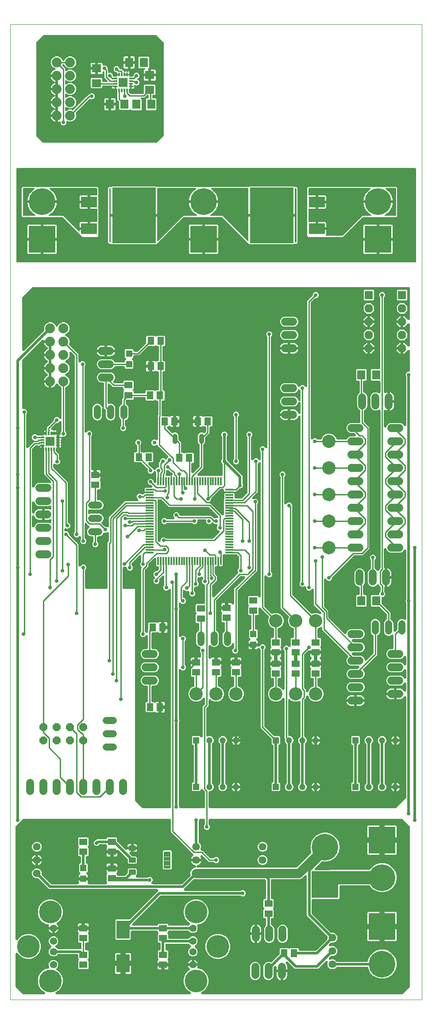
<source format=gtl>
G04 EAGLE Gerber RS-274X export*
G75*
%MOMM*%
%FSLAX34Y34*%
%LPD*%
%INTop*%
%IPPOS*%
%AMOC8*
5,1,8,0,0,1.08239X$1,22.5*%
G01*
%ADD10C,0.000000*%
%ADD11R,1.500000X1.300000*%
%ADD12R,1.600000X1.800000*%
%ADD13R,1.800000X1.600000*%
%ADD14R,1.300000X1.500000*%
%ADD15C,1.879600*%
%ADD16R,5.100000X5.100000*%
%ADD17C,5.100000*%
%ADD18P,1.649562X8X202.500000*%
%ADD19R,0.800000X0.300000*%
%ADD20R,0.300000X0.800000*%
%ADD21R,1.800000X1.800000*%
%ADD22R,0.300000X1.600000*%
%ADD23R,1.600000X0.300000*%
%ADD24C,1.371600*%
%ADD25C,1.524000*%
%ADD26R,1.200000X1.200000*%
%ADD27P,1.704548X8X112.500000*%
%ADD28R,1.574800X1.574800*%
%ADD29C,0.965200*%
%ADD30R,1.600000X1.803000*%
%ADD31C,1.459991*%
%ADD32C,0.139500*%
%ADD33C,0.196500*%
%ADD34C,1.400000*%
%ADD35C,4.350000*%
%ADD36R,2.500000X3.500000*%
%ADD37C,1.200000*%
%ADD38R,3.050000X2.030000*%
%ADD39R,8.380000X10.660000*%
%ADD40C,2.540000*%
%ADD41C,0.705600*%
%ADD42C,0.254000*%
%ADD43C,0.508000*%
%ADD44C,1.778000*%
%ADD45C,2.540000*%

G36*
X736764Y365775D02*
X736764Y365775D01*
X736928Y365782D01*
X736988Y365795D01*
X737049Y365801D01*
X737207Y365844D01*
X737368Y365880D01*
X737424Y365903D01*
X737483Y365919D01*
X737631Y365990D01*
X737783Y366053D01*
X737835Y366086D01*
X737890Y366113D01*
X738023Y366208D01*
X738161Y366298D01*
X738219Y366349D01*
X738256Y366375D01*
X738298Y366418D01*
X738396Y366504D01*
X756684Y384792D01*
X756789Y384919D01*
X756901Y385040D01*
X756933Y385091D01*
X756972Y385138D01*
X757054Y385281D01*
X757142Y385419D01*
X757166Y385476D01*
X757196Y385529D01*
X757251Y385684D01*
X757313Y385836D01*
X757326Y385896D01*
X757347Y385953D01*
X757373Y386115D01*
X757408Y386276D01*
X757413Y386353D01*
X757420Y386397D01*
X757419Y386458D01*
X757427Y386588D01*
X757427Y577277D01*
X757418Y577380D01*
X757419Y577485D01*
X757398Y577604D01*
X757387Y577725D01*
X757360Y577826D01*
X757342Y577928D01*
X757301Y578042D01*
X757269Y578160D01*
X757224Y578254D01*
X757189Y578351D01*
X757128Y578457D01*
X757075Y578566D01*
X757015Y578651D01*
X756963Y578741D01*
X756884Y578833D01*
X756813Y578932D01*
X756739Y579005D01*
X756671Y579084D01*
X756578Y579162D01*
X756491Y579246D01*
X756404Y579305D01*
X756324Y579371D01*
X756218Y579431D01*
X756118Y579498D01*
X756022Y579541D01*
X755932Y579592D01*
X755817Y579632D01*
X755706Y579681D01*
X755605Y579705D01*
X755506Y579740D01*
X755386Y579759D01*
X755268Y579787D01*
X755165Y579794D01*
X755062Y579810D01*
X754940Y579808D01*
X754819Y579815D01*
X754716Y579803D01*
X754611Y579801D01*
X754492Y579777D01*
X754372Y579763D01*
X754272Y579733D01*
X754170Y579712D01*
X754057Y579668D01*
X753941Y579633D01*
X753848Y579585D01*
X753751Y579547D01*
X753648Y579484D01*
X753539Y579428D01*
X753456Y579365D01*
X753368Y579311D01*
X753278Y579230D01*
X753181Y579156D01*
X753110Y579080D01*
X753033Y579010D01*
X752917Y578870D01*
X752876Y578825D01*
X752861Y578802D01*
X752834Y578769D01*
X751970Y577581D01*
X750839Y576450D01*
X749545Y575510D01*
X748120Y574784D01*
X746599Y574289D01*
X745020Y574039D01*
X739139Y574039D01*
X739139Y584200D01*
X739139Y594361D01*
X745020Y594361D01*
X746599Y594111D01*
X748120Y593616D01*
X749545Y592890D01*
X750839Y591950D01*
X751970Y590819D01*
X752834Y589631D01*
X752902Y589552D01*
X752963Y589468D01*
X753050Y589383D01*
X753130Y589291D01*
X753211Y589226D01*
X753285Y589154D01*
X753386Y589086D01*
X753481Y589010D01*
X753572Y588960D01*
X753658Y588902D01*
X753770Y588852D01*
X753876Y588794D01*
X753975Y588761D01*
X754070Y588719D01*
X754188Y588690D01*
X754304Y588652D01*
X754407Y588637D01*
X754508Y588613D01*
X754629Y588605D01*
X754749Y588588D01*
X754853Y588591D01*
X754957Y588585D01*
X755078Y588599D01*
X755199Y588603D01*
X755301Y588625D01*
X755404Y588637D01*
X755521Y588672D01*
X755639Y588698D01*
X755736Y588737D01*
X755835Y588767D01*
X755944Y588822D01*
X756056Y588869D01*
X756144Y588924D01*
X756237Y588972D01*
X756333Y589045D01*
X756436Y589110D01*
X756512Y589181D01*
X756595Y589244D01*
X756678Y589333D01*
X756767Y589415D01*
X756830Y589498D01*
X756901Y589575D01*
X756966Y589677D01*
X757039Y589774D01*
X757086Y589867D01*
X757142Y589955D01*
X757188Y590067D01*
X757244Y590175D01*
X757274Y590275D01*
X757313Y590371D01*
X757339Y590490D01*
X757374Y590606D01*
X757386Y590710D01*
X757408Y590811D01*
X757419Y590993D01*
X757426Y591053D01*
X757425Y591081D01*
X757427Y591123D01*
X757427Y603496D01*
X757412Y603673D01*
X757402Y603850D01*
X757392Y603897D01*
X757387Y603944D01*
X757341Y604116D01*
X757300Y604289D01*
X757281Y604333D01*
X757269Y604379D01*
X757193Y604539D01*
X757122Y604702D01*
X757096Y604742D01*
X757075Y604785D01*
X756972Y604929D01*
X756874Y605078D01*
X756841Y605112D01*
X756813Y605151D01*
X756686Y605275D01*
X756563Y605404D01*
X756525Y605432D01*
X756491Y605465D01*
X756343Y605565D01*
X756200Y605670D01*
X756157Y605691D01*
X756118Y605717D01*
X755955Y605789D01*
X755796Y605867D01*
X755750Y605880D01*
X755706Y605900D01*
X755533Y605942D01*
X755362Y605990D01*
X755315Y605995D01*
X755268Y606006D01*
X755091Y606017D01*
X754914Y606035D01*
X754867Y606031D01*
X754819Y606034D01*
X754642Y606013D01*
X754465Y606000D01*
X754419Y605987D01*
X754372Y605982D01*
X754201Y605930D01*
X754030Y605886D01*
X753987Y605866D01*
X753941Y605852D01*
X753782Y605771D01*
X753621Y605696D01*
X753582Y605669D01*
X753539Y605647D01*
X753398Y605540D01*
X753252Y605438D01*
X753219Y605404D01*
X753181Y605375D01*
X753060Y605245D01*
X752935Y605119D01*
X752908Y605079D01*
X752876Y605044D01*
X752780Y604894D01*
X752679Y604748D01*
X752653Y604695D01*
X752634Y604664D01*
X752610Y604606D01*
X752542Y604467D01*
X752403Y604132D01*
X749688Y601417D01*
X746140Y599947D01*
X727060Y599947D01*
X723512Y601417D01*
X720797Y604132D01*
X719327Y607680D01*
X719327Y611520D01*
X720797Y615068D01*
X723512Y617783D01*
X727060Y619253D01*
X746140Y619253D01*
X749688Y617783D01*
X752403Y615068D01*
X752542Y614733D01*
X752624Y614575D01*
X752701Y614415D01*
X752728Y614376D01*
X752751Y614333D01*
X752859Y614193D01*
X752963Y614049D01*
X752997Y614015D01*
X753026Y613978D01*
X753158Y613859D01*
X753285Y613735D01*
X753325Y613708D01*
X753361Y613676D01*
X753511Y613582D01*
X753658Y613483D01*
X753702Y613463D01*
X753743Y613438D01*
X753908Y613372D01*
X754070Y613300D01*
X754117Y613289D01*
X754161Y613271D01*
X754335Y613236D01*
X754508Y613194D01*
X754555Y613191D01*
X754602Y613181D01*
X754780Y613177D01*
X754957Y613166D01*
X755005Y613171D01*
X755052Y613170D01*
X755228Y613198D01*
X755404Y613218D01*
X755450Y613232D01*
X755497Y613239D01*
X755665Y613297D01*
X755835Y613348D01*
X755878Y613370D01*
X755923Y613386D01*
X756079Y613472D01*
X756237Y613553D01*
X756275Y613582D01*
X756316Y613605D01*
X756454Y613718D01*
X756595Y613825D01*
X756628Y613860D01*
X756665Y613890D01*
X756780Y614025D01*
X756901Y614156D01*
X756926Y614196D01*
X756957Y614233D01*
X757047Y614386D01*
X757142Y614536D01*
X757161Y614580D01*
X757185Y614621D01*
X757246Y614788D01*
X757313Y614952D01*
X757323Y614999D01*
X757340Y615044D01*
X757371Y615219D01*
X757408Y615392D01*
X757412Y615452D01*
X757418Y615487D01*
X757418Y615550D01*
X757427Y615704D01*
X757427Y628896D01*
X757412Y629073D01*
X757402Y629250D01*
X757392Y629297D01*
X757387Y629344D01*
X757341Y629516D01*
X757300Y629689D01*
X757281Y629733D01*
X757269Y629779D01*
X757193Y629939D01*
X757122Y630102D01*
X757096Y630142D01*
X757075Y630185D01*
X756972Y630329D01*
X756874Y630478D01*
X756841Y630512D01*
X756813Y630551D01*
X756686Y630675D01*
X756563Y630804D01*
X756525Y630832D01*
X756491Y630865D01*
X756343Y630965D01*
X756200Y631070D01*
X756157Y631091D01*
X756118Y631117D01*
X755955Y631189D01*
X755796Y631267D01*
X755750Y631280D01*
X755706Y631300D01*
X755533Y631342D01*
X755362Y631390D01*
X755315Y631395D01*
X755268Y631406D01*
X755091Y631417D01*
X754914Y631435D01*
X754867Y631431D01*
X754819Y631434D01*
X754642Y631413D01*
X754465Y631400D01*
X754419Y631387D01*
X754372Y631382D01*
X754201Y631330D01*
X754030Y631286D01*
X753987Y631266D01*
X753941Y631252D01*
X753782Y631171D01*
X753621Y631096D01*
X753582Y631069D01*
X753539Y631047D01*
X753398Y630940D01*
X753252Y630838D01*
X753219Y630804D01*
X753181Y630775D01*
X753060Y630645D01*
X752935Y630519D01*
X752908Y630479D01*
X752876Y630444D01*
X752780Y630294D01*
X752679Y630148D01*
X752653Y630095D01*
X752634Y630064D01*
X752610Y630006D01*
X752542Y629867D01*
X752403Y629532D01*
X749688Y626817D01*
X746140Y625347D01*
X727060Y625347D01*
X723512Y626817D01*
X720797Y629532D01*
X719327Y633080D01*
X719327Y636920D01*
X720797Y640468D01*
X723512Y643183D01*
X727060Y644653D01*
X746140Y644653D01*
X749688Y643183D01*
X752403Y640468D01*
X752542Y640133D01*
X752624Y639975D01*
X752701Y639815D01*
X752728Y639776D01*
X752751Y639733D01*
X752859Y639593D01*
X752963Y639449D01*
X752997Y639415D01*
X753026Y639378D01*
X753158Y639259D01*
X753285Y639135D01*
X753325Y639108D01*
X753361Y639076D01*
X753511Y638982D01*
X753658Y638883D01*
X753702Y638863D01*
X753743Y638838D01*
X753908Y638772D01*
X754070Y638700D01*
X754117Y638689D01*
X754161Y638671D01*
X754335Y638636D01*
X754508Y638594D01*
X754555Y638591D01*
X754602Y638581D01*
X754780Y638577D01*
X754957Y638566D01*
X755005Y638571D01*
X755052Y638570D01*
X755228Y638598D01*
X755404Y638618D01*
X755450Y638632D01*
X755497Y638639D01*
X755665Y638697D01*
X755835Y638748D01*
X755878Y638770D01*
X755923Y638786D01*
X756079Y638872D01*
X756237Y638953D01*
X756275Y638982D01*
X756316Y639005D01*
X756454Y639118D01*
X756595Y639225D01*
X756628Y639260D01*
X756665Y639290D01*
X756780Y639425D01*
X756901Y639556D01*
X756926Y639596D01*
X756957Y639633D01*
X757047Y639786D01*
X757142Y639936D01*
X757161Y639980D01*
X757185Y640021D01*
X757246Y640188D01*
X757313Y640352D01*
X757323Y640399D01*
X757340Y640444D01*
X757371Y640619D01*
X757408Y640792D01*
X757412Y640852D01*
X757418Y640887D01*
X757418Y640950D01*
X757427Y641104D01*
X757427Y654296D01*
X757412Y654473D01*
X757402Y654650D01*
X757392Y654697D01*
X757387Y654744D01*
X757341Y654916D01*
X757300Y655089D01*
X757281Y655133D01*
X757269Y655179D01*
X757193Y655339D01*
X757122Y655502D01*
X757096Y655542D01*
X757075Y655585D01*
X756972Y655729D01*
X756874Y655878D01*
X756841Y655912D01*
X756813Y655951D01*
X756686Y656075D01*
X756563Y656204D01*
X756525Y656232D01*
X756491Y656265D01*
X756343Y656365D01*
X756200Y656470D01*
X756157Y656491D01*
X756118Y656517D01*
X755955Y656589D01*
X755796Y656667D01*
X755750Y656680D01*
X755706Y656700D01*
X755533Y656742D01*
X755362Y656790D01*
X755315Y656795D01*
X755268Y656806D01*
X755091Y656817D01*
X754914Y656835D01*
X754867Y656831D01*
X754819Y656834D01*
X754642Y656813D01*
X754465Y656800D01*
X754419Y656787D01*
X754372Y656782D01*
X754201Y656730D01*
X754030Y656686D01*
X753987Y656666D01*
X753941Y656652D01*
X753782Y656571D01*
X753621Y656496D01*
X753582Y656469D01*
X753539Y656447D01*
X753398Y656340D01*
X753252Y656238D01*
X753219Y656204D01*
X753181Y656175D01*
X753060Y656045D01*
X752935Y655919D01*
X752908Y655879D01*
X752876Y655844D01*
X752780Y655694D01*
X752679Y655548D01*
X752653Y655495D01*
X752634Y655464D01*
X752610Y655406D01*
X752542Y655267D01*
X752403Y654932D01*
X749688Y652217D01*
X746140Y650747D01*
X727060Y650747D01*
X723512Y652217D01*
X720797Y654932D01*
X719327Y658480D01*
X719327Y662320D01*
X720797Y665868D01*
X723512Y668583D01*
X727060Y670053D01*
X730758Y670053D01*
X730793Y670056D01*
X730827Y670054D01*
X731016Y670076D01*
X731207Y670093D01*
X731240Y670102D01*
X731274Y670106D01*
X731457Y670161D01*
X731641Y670211D01*
X731672Y670226D01*
X731705Y670236D01*
X731876Y670323D01*
X732048Y670405D01*
X732076Y670425D01*
X732107Y670440D01*
X732259Y670556D01*
X732414Y670667D01*
X732438Y670692D01*
X732465Y670712D01*
X732594Y670852D01*
X732728Y670989D01*
X732747Y671018D01*
X732771Y671044D01*
X732873Y671205D01*
X732980Y671362D01*
X732994Y671394D01*
X733012Y671423D01*
X733085Y671600D01*
X733162Y671774D01*
X733170Y671808D01*
X733183Y671840D01*
X733223Y672026D01*
X733269Y672212D01*
X733271Y672246D01*
X733278Y672280D01*
X733297Y672592D01*
X733297Y695036D01*
X733286Y695165D01*
X733284Y695295D01*
X733266Y695389D01*
X733257Y695484D01*
X733223Y695610D01*
X733198Y695737D01*
X733164Y695826D01*
X733139Y695918D01*
X733083Y696036D01*
X733036Y696157D01*
X732986Y696239D01*
X732945Y696325D01*
X732870Y696431D01*
X732802Y696542D01*
X732739Y696614D01*
X732683Y696691D01*
X732590Y696782D01*
X732504Y696879D01*
X732429Y696939D01*
X732361Y697005D01*
X732253Y697078D01*
X732151Y697159D01*
X732067Y697204D01*
X731988Y697257D01*
X731869Y697310D01*
X731754Y697371D01*
X731663Y697401D01*
X731576Y697440D01*
X731449Y697470D01*
X731326Y697511D01*
X731231Y697524D01*
X731138Y697546D01*
X731009Y697554D01*
X730880Y697572D01*
X730784Y697568D01*
X730689Y697574D01*
X730560Y697559D01*
X730430Y697554D01*
X730337Y697533D01*
X730242Y697522D01*
X730117Y697484D01*
X729990Y697456D01*
X729902Y697419D01*
X729811Y697392D01*
X729695Y697332D01*
X729575Y697282D01*
X729495Y697230D01*
X729409Y697187D01*
X729306Y697109D01*
X729197Y697038D01*
X729099Y696952D01*
X729051Y696915D01*
X729020Y696882D01*
X728962Y696831D01*
X728936Y696805D01*
X725668Y695451D01*
X722132Y695451D01*
X718864Y696805D01*
X716363Y699306D01*
X715009Y702574D01*
X715009Y719826D01*
X716363Y723094D01*
X718864Y725595D01*
X719030Y725664D01*
X719217Y725762D01*
X719407Y725858D01*
X719417Y725866D01*
X719429Y725872D01*
X719596Y726002D01*
X719765Y726130D01*
X719774Y726140D01*
X719785Y726148D01*
X719927Y726305D01*
X720071Y726461D01*
X720078Y726473D01*
X720086Y726482D01*
X720198Y726662D01*
X720312Y726841D01*
X720317Y726853D01*
X720324Y726865D01*
X720403Y727062D01*
X720483Y727258D01*
X720486Y727271D01*
X720491Y727283D01*
X720534Y727491D01*
X720578Y727698D01*
X720579Y727714D01*
X720581Y727724D01*
X720582Y727764D01*
X720597Y728010D01*
X720597Y735700D01*
X720583Y735864D01*
X720576Y736028D01*
X720563Y736088D01*
X720557Y736149D01*
X720514Y736308D01*
X720478Y736468D01*
X720455Y736524D01*
X720439Y736583D01*
X720368Y736731D01*
X720305Y736883D01*
X720272Y736935D01*
X720245Y736990D01*
X720150Y737123D01*
X720060Y737262D01*
X720009Y737319D01*
X719983Y737356D01*
X719940Y737398D01*
X719854Y737496D01*
X707141Y750209D01*
X707014Y750314D01*
X706894Y750426D01*
X706842Y750458D01*
X706795Y750497D01*
X706653Y750579D01*
X706514Y750667D01*
X706457Y750691D01*
X706404Y750721D01*
X706250Y750776D01*
X706097Y750838D01*
X706038Y750851D01*
X705980Y750872D01*
X705818Y750898D01*
X705657Y750933D01*
X705580Y750938D01*
X705536Y750945D01*
X705475Y750944D01*
X705345Y750952D01*
X691178Y750952D01*
X689987Y752143D01*
X689987Y771857D01*
X691178Y773048D01*
X703599Y773048D01*
X703634Y773051D01*
X703668Y773049D01*
X703857Y773071D01*
X704048Y773088D01*
X704081Y773097D01*
X704115Y773101D01*
X704298Y773156D01*
X704482Y773206D01*
X704513Y773221D01*
X704546Y773231D01*
X704717Y773318D01*
X704889Y773400D01*
X704917Y773420D01*
X704948Y773435D01*
X705100Y773551D01*
X705255Y773662D01*
X705279Y773687D01*
X705306Y773707D01*
X705435Y773847D01*
X705569Y773984D01*
X705588Y774013D01*
X705612Y774039D01*
X705714Y774200D01*
X705821Y774357D01*
X705835Y774389D01*
X705853Y774418D01*
X705926Y774595D01*
X706003Y774769D01*
X706011Y774803D01*
X706024Y774835D01*
X706064Y775022D01*
X706110Y775207D01*
X706112Y775241D01*
X706119Y775275D01*
X706138Y775587D01*
X706138Y776305D01*
X706985Y778349D01*
X707473Y778837D01*
X707579Y778963D01*
X707690Y779084D01*
X707723Y779136D01*
X707762Y779182D01*
X707843Y779325D01*
X707932Y779464D01*
X707955Y779520D01*
X707985Y779573D01*
X708040Y779728D01*
X708103Y779880D01*
X708116Y779940D01*
X708136Y779998D01*
X708163Y780160D01*
X708197Y780321D01*
X708202Y780398D01*
X708210Y780442D01*
X708209Y780503D01*
X708217Y780633D01*
X708217Y788265D01*
X708202Y788428D01*
X708195Y788593D01*
X708182Y788652D01*
X708177Y788713D01*
X708133Y788872D01*
X708098Y789032D01*
X708074Y789089D01*
X708058Y789148D01*
X707988Y789296D01*
X707924Y789448D01*
X707891Y789499D01*
X707865Y789554D01*
X707769Y789688D01*
X707680Y789826D01*
X707629Y789884D01*
X707603Y789920D01*
X707559Y789963D01*
X707473Y790060D01*
X704683Y792851D01*
X704656Y792873D01*
X704633Y792899D01*
X704484Y793017D01*
X704337Y793139D01*
X704307Y793157D01*
X704280Y793178D01*
X704112Y793268D01*
X703946Y793363D01*
X703914Y793374D01*
X703883Y793391D01*
X703702Y793450D01*
X703522Y793514D01*
X703488Y793519D01*
X703455Y793530D01*
X703266Y793556D01*
X703078Y793587D01*
X703043Y793587D01*
X703009Y793591D01*
X702818Y793584D01*
X702628Y793581D01*
X702594Y793574D01*
X702559Y793573D01*
X702373Y793532D01*
X702186Y793495D01*
X702153Y793483D01*
X702119Y793475D01*
X701943Y793402D01*
X701766Y793333D01*
X701736Y793315D01*
X701704Y793302D01*
X701543Y793198D01*
X701381Y793099D01*
X701355Y793076D01*
X701326Y793058D01*
X701092Y792851D01*
X698888Y790647D01*
X695340Y789177D01*
X691500Y789177D01*
X687952Y790647D01*
X685237Y793362D01*
X683767Y796910D01*
X683767Y815990D01*
X685237Y819538D01*
X687952Y822253D01*
X688550Y822501D01*
X688737Y822599D01*
X688927Y822695D01*
X688937Y822703D01*
X688949Y822709D01*
X689116Y822839D01*
X689285Y822967D01*
X689294Y822977D01*
X689305Y822985D01*
X689447Y823143D01*
X689591Y823298D01*
X689598Y823309D01*
X689606Y823319D01*
X689718Y823498D01*
X689832Y823678D01*
X689837Y823690D01*
X689844Y823701D01*
X689923Y823898D01*
X690003Y824095D01*
X690006Y824107D01*
X690011Y824120D01*
X690053Y824328D01*
X690098Y824535D01*
X690099Y824551D01*
X690101Y824561D01*
X690102Y824600D01*
X690117Y824847D01*
X690117Y838937D01*
X690103Y839101D01*
X690096Y839265D01*
X690083Y839325D01*
X690077Y839385D01*
X690034Y839544D01*
X689998Y839705D01*
X689975Y839761D01*
X689959Y839820D01*
X689888Y839968D01*
X689825Y840120D01*
X689792Y840172D01*
X689765Y840226D01*
X689670Y840360D01*
X689580Y840498D01*
X689529Y840556D01*
X689503Y840592D01*
X689460Y840635D01*
X689374Y840732D01*
X688706Y841400D01*
X687859Y843444D01*
X687859Y845656D01*
X688706Y847700D01*
X690270Y849264D01*
X692314Y850111D01*
X694526Y850111D01*
X696570Y849264D01*
X698134Y847700D01*
X698981Y845656D01*
X698981Y843444D01*
X698134Y841400D01*
X697466Y840732D01*
X697361Y840606D01*
X697249Y840485D01*
X697217Y840434D01*
X697178Y840387D01*
X697096Y840244D01*
X697008Y840106D01*
X696984Y840049D01*
X696954Y839996D01*
X696899Y839841D01*
X696837Y839689D01*
X696824Y839629D01*
X696803Y839572D01*
X696777Y839409D01*
X696742Y839249D01*
X696737Y839172D01*
X696730Y839128D01*
X696731Y839067D01*
X696723Y838937D01*
X696723Y824847D01*
X696742Y824635D01*
X696758Y824424D01*
X696761Y824411D01*
X696763Y824398D01*
X696819Y824193D01*
X696872Y823989D01*
X696878Y823977D01*
X696881Y823964D01*
X696972Y823773D01*
X697061Y823580D01*
X697069Y823569D01*
X697075Y823557D01*
X697197Y823386D01*
X697320Y823211D01*
X697329Y823202D01*
X697337Y823191D01*
X697489Y823042D01*
X697639Y822894D01*
X697650Y822886D01*
X697659Y822877D01*
X697835Y822758D01*
X698009Y822638D01*
X698024Y822631D01*
X698032Y822625D01*
X698068Y822609D01*
X698290Y822501D01*
X698888Y822253D01*
X701092Y820049D01*
X701118Y820027D01*
X701141Y820001D01*
X701291Y819883D01*
X701437Y819761D01*
X701467Y819743D01*
X701494Y819722D01*
X701663Y819632D01*
X701828Y819537D01*
X701860Y819526D01*
X701891Y819509D01*
X702072Y819450D01*
X702252Y819386D01*
X702286Y819381D01*
X702319Y819370D01*
X702508Y819344D01*
X702696Y819313D01*
X702731Y819313D01*
X702765Y819309D01*
X702956Y819316D01*
X703147Y819319D01*
X703181Y819326D01*
X703215Y819327D01*
X703401Y819368D01*
X703589Y819405D01*
X703621Y819417D01*
X703655Y819425D01*
X703830Y819498D01*
X704009Y819567D01*
X704038Y819585D01*
X704070Y819598D01*
X704230Y819701D01*
X704393Y819801D01*
X704419Y819824D01*
X704448Y819842D01*
X704683Y820049D01*
X707276Y822642D01*
X707381Y822768D01*
X707493Y822889D01*
X707525Y822941D01*
X707564Y822988D01*
X707646Y823130D01*
X707734Y823269D01*
X707758Y823326D01*
X707788Y823379D01*
X707843Y823533D01*
X707905Y823686D01*
X707918Y823745D01*
X707939Y823803D01*
X707965Y823965D01*
X708000Y824126D01*
X708005Y824203D01*
X708012Y824247D01*
X708011Y824308D01*
X708019Y824438D01*
X708019Y1125118D01*
X708008Y1125248D01*
X708006Y1125378D01*
X707988Y1125472D01*
X707979Y1125566D01*
X707945Y1125692D01*
X707920Y1125820D01*
X707886Y1125909D01*
X707861Y1126001D01*
X707805Y1126118D01*
X707758Y1126240D01*
X707708Y1126321D01*
X707667Y1126407D01*
X707592Y1126513D01*
X707524Y1126625D01*
X707461Y1126696D01*
X707405Y1126774D01*
X707312Y1126865D01*
X707226Y1126962D01*
X707151Y1127021D01*
X707083Y1127088D01*
X706975Y1127161D01*
X706872Y1127241D01*
X706788Y1127286D01*
X706710Y1127340D01*
X706590Y1127392D01*
X706476Y1127454D01*
X706385Y1127483D01*
X706298Y1127522D01*
X706171Y1127553D01*
X706047Y1127593D01*
X705953Y1127606D01*
X705860Y1127629D01*
X705730Y1127637D01*
X705601Y1127654D01*
X705506Y1127650D01*
X705411Y1127656D01*
X705281Y1127641D01*
X705151Y1127636D01*
X705059Y1127615D01*
X704964Y1127604D01*
X704839Y1127566D01*
X704712Y1127538D01*
X704624Y1127502D01*
X704533Y1127474D01*
X704417Y1127415D01*
X704296Y1127365D01*
X704216Y1127313D01*
X704131Y1127270D01*
X704117Y1127259D01*
X700420Y1125727D01*
X696580Y1125727D01*
X693032Y1127197D01*
X690317Y1129912D01*
X688847Y1133460D01*
X688847Y1152540D01*
X690317Y1156088D01*
X693032Y1158803D01*
X696580Y1160273D01*
X700420Y1160273D01*
X704152Y1158727D01*
X704250Y1158660D01*
X704338Y1158622D01*
X704420Y1158574D01*
X704543Y1158531D01*
X704662Y1158478D01*
X704755Y1158455D01*
X704845Y1158424D01*
X704973Y1158402D01*
X705100Y1158371D01*
X705195Y1158366D01*
X705289Y1158350D01*
X705419Y1158352D01*
X705549Y1158344D01*
X705644Y1158355D01*
X705739Y1158356D01*
X705867Y1158381D01*
X705996Y1158396D01*
X706088Y1158423D01*
X706181Y1158441D01*
X706302Y1158488D01*
X706427Y1158526D01*
X706512Y1158569D01*
X706601Y1158604D01*
X706712Y1158671D01*
X706829Y1158730D01*
X706904Y1158788D01*
X706986Y1158837D01*
X707084Y1158924D01*
X707187Y1159002D01*
X707252Y1159072D01*
X707323Y1159136D01*
X707404Y1159238D01*
X707493Y1159334D01*
X707544Y1159414D01*
X707603Y1159489D01*
X707664Y1159603D01*
X707734Y1159713D01*
X707771Y1159802D01*
X707816Y1159885D01*
X707856Y1160009D01*
X707905Y1160130D01*
X707925Y1160223D01*
X707955Y1160314D01*
X707973Y1160443D01*
X708000Y1160570D01*
X708008Y1160699D01*
X708016Y1160760D01*
X708015Y1160805D01*
X708019Y1160882D01*
X708019Y1180213D01*
X708016Y1180248D01*
X708018Y1180282D01*
X707996Y1180471D01*
X707979Y1180662D01*
X707970Y1180695D01*
X707966Y1180729D01*
X707911Y1180912D01*
X707861Y1181096D01*
X707846Y1181127D01*
X707836Y1181160D01*
X707749Y1181331D01*
X707667Y1181503D01*
X707647Y1181531D01*
X707632Y1181562D01*
X707516Y1181714D01*
X707405Y1181869D01*
X707380Y1181893D01*
X707360Y1181920D01*
X707220Y1182049D01*
X707083Y1182183D01*
X707054Y1182202D01*
X707028Y1182226D01*
X706867Y1182328D01*
X706710Y1182435D01*
X706678Y1182449D01*
X706649Y1182467D01*
X706472Y1182540D01*
X706298Y1182617D01*
X706264Y1182625D01*
X706232Y1182638D01*
X706045Y1182678D01*
X705860Y1182724D01*
X705826Y1182726D01*
X705792Y1182733D01*
X705480Y1182752D01*
X691178Y1182752D01*
X689987Y1183943D01*
X689987Y1203657D01*
X691178Y1204848D01*
X705358Y1204848D01*
X705393Y1204851D01*
X705427Y1204849D01*
X705616Y1204871D01*
X705807Y1204888D01*
X705840Y1204897D01*
X705874Y1204901D01*
X706057Y1204956D01*
X706241Y1205006D01*
X706272Y1205021D01*
X706305Y1205031D01*
X706476Y1205118D01*
X706648Y1205200D01*
X706676Y1205220D01*
X706707Y1205235D01*
X706859Y1205351D01*
X707014Y1205462D01*
X707038Y1205487D01*
X707065Y1205507D01*
X707194Y1205647D01*
X707328Y1205784D01*
X707347Y1205813D01*
X707371Y1205839D01*
X707473Y1206000D01*
X707580Y1206157D01*
X707594Y1206189D01*
X707612Y1206218D01*
X707685Y1206395D01*
X707762Y1206569D01*
X707770Y1206603D01*
X707783Y1206635D01*
X707823Y1206822D01*
X707869Y1207007D01*
X707871Y1207041D01*
X707878Y1207075D01*
X707897Y1207387D01*
X707897Y1340587D01*
X707883Y1340751D01*
X707876Y1340915D01*
X707863Y1340975D01*
X707857Y1341035D01*
X707814Y1341194D01*
X707778Y1341355D01*
X707755Y1341411D01*
X707739Y1341470D01*
X707668Y1341618D01*
X707605Y1341770D01*
X707572Y1341822D01*
X707545Y1341876D01*
X707450Y1342010D01*
X707360Y1342148D01*
X707309Y1342206D01*
X707283Y1342242D01*
X707240Y1342285D01*
X707154Y1342382D01*
X706486Y1343050D01*
X705639Y1345094D01*
X705639Y1347306D01*
X706486Y1349350D01*
X708050Y1350914D01*
X710094Y1351761D01*
X712306Y1351761D01*
X714350Y1350914D01*
X715914Y1349350D01*
X716761Y1347306D01*
X716761Y1345094D01*
X715914Y1343050D01*
X715246Y1342382D01*
X715141Y1342256D01*
X715029Y1342135D01*
X714997Y1342084D01*
X714958Y1342037D01*
X714876Y1341894D01*
X714788Y1341756D01*
X714764Y1341699D01*
X714734Y1341646D01*
X714679Y1341491D01*
X714617Y1341339D01*
X714604Y1341279D01*
X714583Y1341222D01*
X714557Y1341059D01*
X714522Y1340899D01*
X714517Y1340822D01*
X714510Y1340778D01*
X714511Y1340717D01*
X714503Y1340587D01*
X714503Y1206725D01*
X714517Y1206561D01*
X714524Y1206396D01*
X714537Y1206337D01*
X714543Y1206276D01*
X714586Y1206117D01*
X714622Y1205957D01*
X714625Y1205949D01*
X714625Y1161424D01*
X714639Y1161268D01*
X714644Y1161112D01*
X714658Y1161045D01*
X714665Y1160976D01*
X714706Y1160825D01*
X714739Y1160672D01*
X714765Y1160608D01*
X714783Y1160541D01*
X714850Y1160400D01*
X714910Y1160256D01*
X714947Y1160197D01*
X714977Y1160135D01*
X715067Y1160008D01*
X715151Y1159876D01*
X715198Y1159825D01*
X715239Y1159768D01*
X715351Y1159659D01*
X715457Y1159545D01*
X715512Y1159503D01*
X715561Y1159454D01*
X715691Y1159367D01*
X715815Y1159273D01*
X715877Y1159241D01*
X715934Y1159202D01*
X716077Y1159139D01*
X716217Y1159068D01*
X716283Y1159048D01*
X716346Y1159020D01*
X716498Y1158983D01*
X716648Y1158938D01*
X716716Y1158930D01*
X716784Y1158913D01*
X716939Y1158904D01*
X717095Y1158886D01*
X717164Y1158890D01*
X717233Y1158886D01*
X717388Y1158904D01*
X717544Y1158913D01*
X717611Y1158930D01*
X717680Y1158938D01*
X717830Y1158983D01*
X717982Y1159020D01*
X718045Y1159048D01*
X718111Y1159068D01*
X718251Y1159139D01*
X718393Y1159202D01*
X718468Y1159250D01*
X718513Y1159272D01*
X718537Y1159291D01*
X720000Y1160036D01*
X721361Y1160479D01*
X721361Y1143000D01*
X721361Y1125521D01*
X720000Y1125964D01*
X718488Y1126734D01*
X718394Y1126798D01*
X718330Y1126826D01*
X718271Y1126861D01*
X718125Y1126917D01*
X717982Y1126980D01*
X717914Y1126996D01*
X717850Y1127021D01*
X717696Y1127050D01*
X717544Y1127087D01*
X717475Y1127091D01*
X717407Y1127104D01*
X717251Y1127105D01*
X717095Y1127114D01*
X717026Y1127106D01*
X716957Y1127107D01*
X716803Y1127080D01*
X716648Y1127062D01*
X716581Y1127042D01*
X716513Y1127030D01*
X716366Y1126977D01*
X716217Y1126932D01*
X716155Y1126900D01*
X716090Y1126877D01*
X715955Y1126798D01*
X715815Y1126728D01*
X715760Y1126686D01*
X715700Y1126651D01*
X715581Y1126550D01*
X715457Y1126456D01*
X715410Y1126405D01*
X715357Y1126360D01*
X715257Y1126239D01*
X715151Y1126124D01*
X715114Y1126066D01*
X715070Y1126013D01*
X714994Y1125877D01*
X714910Y1125745D01*
X714883Y1125680D01*
X714849Y1125620D01*
X714798Y1125473D01*
X714739Y1125328D01*
X714724Y1125260D01*
X714701Y1125195D01*
X714677Y1125041D01*
X714644Y1124888D01*
X714638Y1124799D01*
X714631Y1124750D01*
X714632Y1124692D01*
X714625Y1124576D01*
X714625Y1095533D01*
X714640Y1095356D01*
X714650Y1095178D01*
X714660Y1095132D01*
X714665Y1095084D01*
X714712Y1094912D01*
X714752Y1094740D01*
X714771Y1094696D01*
X714783Y1094650D01*
X714859Y1094490D01*
X714930Y1094326D01*
X714956Y1094286D01*
X714977Y1094243D01*
X715080Y1094099D01*
X715178Y1093951D01*
X715211Y1093916D01*
X715239Y1093877D01*
X715366Y1093753D01*
X715488Y1093625D01*
X715527Y1093596D01*
X715561Y1093563D01*
X715708Y1093464D01*
X715852Y1093359D01*
X715895Y1093338D01*
X715934Y1093311D01*
X716097Y1093239D01*
X716256Y1093161D01*
X716302Y1093148D01*
X716346Y1093129D01*
X716519Y1093087D01*
X716690Y1093038D01*
X716737Y1093033D01*
X716784Y1093022D01*
X716961Y1093011D01*
X717138Y1092994D01*
X717185Y1092997D01*
X717233Y1092994D01*
X717410Y1093015D01*
X717587Y1093029D01*
X717633Y1093041D01*
X717680Y1093047D01*
X717851Y1093098D01*
X718022Y1093143D01*
X718065Y1093163D01*
X718111Y1093177D01*
X718270Y1093257D01*
X718431Y1093332D01*
X718470Y1093359D01*
X718513Y1093381D01*
X718654Y1093488D01*
X718800Y1093590D01*
X718833Y1093624D01*
X718871Y1093653D01*
X718992Y1093784D01*
X719117Y1093910D01*
X719144Y1093949D01*
X719176Y1093984D01*
X719272Y1094134D01*
X719373Y1094280D01*
X719399Y1094333D01*
X719418Y1094364D01*
X719442Y1094422D01*
X719510Y1094561D01*
X720797Y1097668D01*
X723512Y1100383D01*
X727060Y1101853D01*
X746140Y1101853D01*
X749688Y1100383D01*
X752403Y1097668D01*
X752542Y1097333D01*
X752625Y1097175D01*
X752701Y1097015D01*
X752728Y1096976D01*
X752751Y1096933D01*
X752859Y1096793D01*
X752963Y1096649D01*
X752997Y1096615D01*
X753026Y1096578D01*
X753158Y1096459D01*
X753285Y1096335D01*
X753325Y1096308D01*
X753360Y1096276D01*
X753511Y1096182D01*
X753658Y1096083D01*
X753702Y1096063D01*
X753743Y1096038D01*
X753908Y1095972D01*
X754070Y1095900D01*
X754117Y1095889D01*
X754161Y1095871D01*
X754335Y1095836D01*
X754508Y1095794D01*
X754555Y1095791D01*
X754602Y1095781D01*
X754780Y1095777D01*
X754957Y1095766D01*
X755005Y1095771D01*
X755052Y1095770D01*
X755228Y1095797D01*
X755404Y1095818D01*
X755450Y1095832D01*
X755497Y1095839D01*
X755665Y1095897D01*
X755835Y1095948D01*
X755878Y1095970D01*
X755923Y1095986D01*
X756078Y1096072D01*
X756237Y1096153D01*
X756275Y1096182D01*
X756316Y1096205D01*
X756454Y1096317D01*
X756595Y1096425D01*
X756628Y1096460D01*
X756665Y1096490D01*
X756780Y1096625D01*
X756901Y1096756D01*
X756926Y1096796D01*
X756957Y1096832D01*
X757047Y1096986D01*
X757142Y1097136D01*
X757161Y1097180D01*
X757185Y1097221D01*
X757246Y1097388D01*
X757313Y1097552D01*
X757323Y1097599D01*
X757340Y1097644D01*
X757371Y1097819D01*
X757408Y1097992D01*
X757412Y1098051D01*
X757418Y1098087D01*
X757418Y1098150D01*
X757427Y1098304D01*
X757427Y1189804D01*
X757417Y1189920D01*
X757417Y1190037D01*
X757397Y1190144D01*
X757387Y1190252D01*
X757357Y1190365D01*
X757336Y1190480D01*
X757285Y1190626D01*
X757269Y1190686D01*
X757253Y1190719D01*
X757234Y1190775D01*
X756439Y1192694D01*
X756439Y1194906D01*
X757286Y1196950D01*
X758850Y1198514D01*
X760894Y1199361D01*
X762000Y1199361D01*
X762035Y1199364D01*
X762069Y1199362D01*
X762258Y1199384D01*
X762449Y1199401D01*
X762482Y1199410D01*
X762516Y1199414D01*
X762699Y1199469D01*
X762883Y1199519D01*
X762914Y1199534D01*
X762947Y1199544D01*
X763118Y1199631D01*
X763290Y1199713D01*
X763318Y1199733D01*
X763349Y1199748D01*
X763501Y1199864D01*
X763656Y1199975D01*
X763680Y1200000D01*
X763707Y1200020D01*
X763836Y1200160D01*
X763970Y1200297D01*
X763989Y1200326D01*
X764013Y1200352D01*
X764115Y1200513D01*
X764222Y1200670D01*
X764236Y1200702D01*
X764254Y1200731D01*
X764327Y1200908D01*
X764404Y1201082D01*
X764412Y1201116D01*
X764425Y1201148D01*
X764465Y1201334D01*
X764511Y1201520D01*
X764513Y1201554D01*
X764520Y1201588D01*
X764539Y1201900D01*
X764539Y1238980D01*
X764528Y1239110D01*
X764526Y1239240D01*
X764508Y1239334D01*
X764499Y1239429D01*
X764465Y1239554D01*
X764440Y1239682D01*
X764406Y1239771D01*
X764381Y1239863D01*
X764325Y1239980D01*
X764278Y1240102D01*
X764228Y1240184D01*
X764187Y1240270D01*
X764112Y1240375D01*
X764044Y1240487D01*
X763981Y1240558D01*
X763925Y1240636D01*
X763832Y1240727D01*
X763746Y1240824D01*
X763671Y1240883D01*
X763603Y1240950D01*
X763495Y1241023D01*
X763393Y1241103D01*
X763309Y1241148D01*
X763230Y1241202D01*
X763111Y1241255D01*
X762996Y1241316D01*
X762905Y1241346D01*
X762818Y1241384D01*
X762691Y1241415D01*
X762568Y1241455D01*
X762473Y1241468D01*
X762380Y1241491D01*
X762251Y1241499D01*
X762122Y1241517D01*
X762026Y1241513D01*
X761931Y1241519D01*
X761802Y1241504D01*
X761672Y1241498D01*
X761579Y1241478D01*
X761484Y1241467D01*
X761359Y1241429D01*
X761232Y1241401D01*
X761144Y1241364D01*
X761053Y1241336D01*
X760937Y1241277D01*
X760817Y1241227D01*
X760736Y1241175D01*
X760651Y1241132D01*
X760548Y1241053D01*
X760439Y1240983D01*
X760341Y1240897D01*
X760293Y1240860D01*
X760262Y1240827D01*
X760204Y1240776D01*
X753614Y1234185D01*
X751839Y1234185D01*
X751839Y1244600D01*
X751839Y1255015D01*
X753614Y1255015D01*
X760204Y1248424D01*
X760304Y1248341D01*
X760397Y1248250D01*
X760477Y1248197D01*
X760550Y1248135D01*
X760663Y1248071D01*
X760770Y1247998D01*
X760858Y1247959D01*
X760941Y1247912D01*
X761063Y1247868D01*
X761182Y1247816D01*
X761275Y1247793D01*
X761365Y1247761D01*
X761494Y1247740D01*
X761620Y1247709D01*
X761715Y1247703D01*
X761809Y1247688D01*
X761940Y1247689D01*
X762069Y1247681D01*
X762164Y1247692D01*
X762260Y1247694D01*
X762387Y1247718D01*
X762516Y1247733D01*
X762608Y1247761D01*
X762702Y1247779D01*
X762823Y1247826D01*
X762947Y1247864D01*
X763032Y1247907D01*
X763122Y1247942D01*
X763233Y1248009D01*
X763349Y1248068D01*
X763425Y1248126D01*
X763506Y1248175D01*
X763604Y1248262D01*
X763707Y1248340D01*
X763772Y1248410D01*
X763844Y1248474D01*
X763924Y1248575D01*
X764013Y1248671D01*
X764064Y1248752D01*
X764123Y1248827D01*
X764184Y1248941D01*
X764254Y1249051D01*
X764291Y1249139D01*
X764336Y1249224D01*
X764376Y1249347D01*
X764425Y1249468D01*
X764445Y1249561D01*
X764475Y1249652D01*
X764493Y1249781D01*
X764520Y1249908D01*
X764528Y1250037D01*
X764536Y1250098D01*
X764535Y1250143D01*
X764539Y1250220D01*
X764539Y1289780D01*
X764528Y1289910D01*
X764526Y1290040D01*
X764508Y1290134D01*
X764499Y1290229D01*
X764465Y1290354D01*
X764440Y1290482D01*
X764406Y1290571D01*
X764381Y1290663D01*
X764325Y1290780D01*
X764278Y1290902D01*
X764228Y1290984D01*
X764187Y1291070D01*
X764112Y1291175D01*
X764044Y1291287D01*
X763981Y1291358D01*
X763925Y1291436D01*
X763832Y1291527D01*
X763746Y1291624D01*
X763671Y1291683D01*
X763603Y1291750D01*
X763495Y1291823D01*
X763393Y1291903D01*
X763309Y1291948D01*
X763230Y1292002D01*
X763111Y1292055D01*
X762996Y1292116D01*
X762905Y1292146D01*
X762818Y1292184D01*
X762691Y1292215D01*
X762568Y1292255D01*
X762473Y1292268D01*
X762380Y1292291D01*
X762251Y1292299D01*
X762122Y1292317D01*
X762026Y1292313D01*
X761931Y1292319D01*
X761802Y1292304D01*
X761672Y1292298D01*
X761579Y1292278D01*
X761484Y1292267D01*
X761359Y1292229D01*
X761232Y1292201D01*
X761144Y1292164D01*
X761053Y1292136D01*
X760937Y1292077D01*
X760817Y1292027D01*
X760736Y1291975D01*
X760651Y1291932D01*
X760548Y1291853D01*
X760439Y1291783D01*
X760341Y1291697D01*
X760293Y1291660D01*
X760262Y1291627D01*
X760204Y1291576D01*
X753614Y1284985D01*
X751839Y1284985D01*
X751839Y1295400D01*
X751839Y1305815D01*
X753614Y1305815D01*
X760204Y1299224D01*
X760304Y1299141D01*
X760397Y1299050D01*
X760477Y1298997D01*
X760550Y1298935D01*
X760663Y1298871D01*
X760770Y1298798D01*
X760858Y1298759D01*
X760941Y1298712D01*
X761063Y1298668D01*
X761182Y1298616D01*
X761275Y1298593D01*
X761365Y1298561D01*
X761494Y1298540D01*
X761620Y1298509D01*
X761715Y1298503D01*
X761809Y1298488D01*
X761940Y1298489D01*
X762069Y1298481D01*
X762164Y1298492D01*
X762260Y1298494D01*
X762387Y1298518D01*
X762516Y1298533D01*
X762608Y1298561D01*
X762702Y1298579D01*
X762823Y1298626D01*
X762947Y1298664D01*
X763032Y1298707D01*
X763122Y1298742D01*
X763233Y1298809D01*
X763349Y1298868D01*
X763425Y1298926D01*
X763506Y1298975D01*
X763604Y1299062D01*
X763707Y1299140D01*
X763772Y1299210D01*
X763844Y1299274D01*
X763924Y1299375D01*
X764013Y1299471D01*
X764064Y1299552D01*
X764123Y1299627D01*
X764184Y1299741D01*
X764254Y1299851D01*
X764291Y1299939D01*
X764336Y1300024D01*
X764376Y1300147D01*
X764425Y1300268D01*
X764445Y1300361D01*
X764475Y1300452D01*
X764493Y1300581D01*
X764520Y1300708D01*
X764528Y1300837D01*
X764536Y1300898D01*
X764535Y1300943D01*
X764539Y1301020D01*
X764539Y1358900D01*
X764536Y1358935D01*
X764538Y1358969D01*
X764516Y1359158D01*
X764499Y1359349D01*
X764490Y1359382D01*
X764486Y1359416D01*
X764431Y1359599D01*
X764381Y1359783D01*
X764366Y1359814D01*
X764356Y1359847D01*
X764269Y1360018D01*
X764187Y1360190D01*
X764167Y1360218D01*
X764152Y1360249D01*
X764036Y1360401D01*
X763925Y1360556D01*
X763900Y1360580D01*
X763880Y1360607D01*
X763740Y1360736D01*
X763603Y1360870D01*
X763574Y1360889D01*
X763548Y1360913D01*
X763387Y1361015D01*
X763230Y1361122D01*
X763198Y1361136D01*
X763169Y1361154D01*
X762992Y1361227D01*
X762818Y1361304D01*
X762784Y1361312D01*
X762752Y1361325D01*
X762565Y1361365D01*
X762380Y1361411D01*
X762346Y1361413D01*
X762312Y1361420D01*
X762000Y1361439D01*
X43180Y1361439D01*
X43016Y1361425D01*
X42852Y1361418D01*
X42792Y1361405D01*
X42732Y1361399D01*
X42573Y1361356D01*
X42412Y1361320D01*
X42356Y1361297D01*
X42297Y1361281D01*
X42149Y1361210D01*
X41997Y1361147D01*
X41945Y1361114D01*
X41891Y1361087D01*
X41757Y1360992D01*
X41619Y1360902D01*
X41561Y1360851D01*
X41524Y1360825D01*
X41482Y1360782D01*
X41384Y1360696D01*
X23604Y1342916D01*
X23499Y1342789D01*
X23388Y1342668D01*
X23355Y1342617D01*
X23316Y1342570D01*
X23234Y1342427D01*
X23146Y1342289D01*
X23122Y1342232D01*
X23092Y1342179D01*
X23037Y1342024D01*
X22975Y1341872D01*
X22962Y1341812D01*
X22941Y1341755D01*
X22915Y1341593D01*
X22880Y1341432D01*
X22875Y1341355D01*
X22868Y1341311D01*
X22869Y1341250D01*
X22861Y1341120D01*
X22861Y1241958D01*
X22872Y1241828D01*
X22874Y1241698D01*
X22892Y1241605D01*
X22901Y1241509D01*
X22935Y1241384D01*
X22960Y1241256D01*
X22994Y1241167D01*
X23019Y1241075D01*
X23075Y1240958D01*
X23122Y1240836D01*
X23172Y1240754D01*
X23213Y1240668D01*
X23288Y1240563D01*
X23356Y1240452D01*
X23419Y1240380D01*
X23475Y1240302D01*
X23568Y1240211D01*
X23654Y1240114D01*
X23729Y1240055D01*
X23797Y1239988D01*
X23905Y1239915D01*
X24007Y1239835D01*
X24091Y1239790D01*
X24170Y1239736D01*
X24289Y1239684D01*
X24404Y1239622D01*
X24495Y1239593D01*
X24582Y1239554D01*
X24709Y1239523D01*
X24832Y1239483D01*
X24927Y1239470D01*
X25020Y1239447D01*
X25149Y1239439D01*
X25278Y1239422D01*
X25374Y1239425D01*
X25469Y1239420D01*
X25598Y1239435D01*
X25728Y1239440D01*
X25821Y1239461D01*
X25916Y1239472D01*
X26041Y1239509D01*
X26168Y1239537D01*
X26256Y1239574D01*
X26347Y1239602D01*
X26463Y1239661D01*
X26583Y1239711D01*
X26664Y1239763D01*
X26749Y1239806D01*
X26852Y1239885D01*
X26961Y1239955D01*
X27059Y1240042D01*
X27107Y1240078D01*
X27138Y1240111D01*
X27196Y1240162D01*
X64357Y1277324D01*
X64494Y1277488D01*
X64631Y1277648D01*
X64638Y1277659D01*
X64646Y1277670D01*
X64751Y1277854D01*
X64859Y1278037D01*
X64863Y1278049D01*
X64870Y1278061D01*
X64941Y1278260D01*
X65014Y1278459D01*
X65016Y1278472D01*
X65021Y1278485D01*
X65055Y1278695D01*
X65092Y1278903D01*
X65092Y1278916D01*
X65094Y1278929D01*
X65091Y1279143D01*
X65090Y1279353D01*
X65088Y1279366D01*
X65088Y1279379D01*
X65048Y1279588D01*
X65010Y1279796D01*
X65004Y1279811D01*
X65002Y1279821D01*
X64988Y1279858D01*
X64908Y1280092D01*
X64769Y1280426D01*
X64769Y1284974D01*
X66510Y1289175D01*
X69725Y1292390D01*
X73926Y1294131D01*
X78474Y1294131D01*
X82675Y1292390D01*
X85891Y1289175D01*
X86554Y1287573D01*
X86614Y1287458D01*
X86666Y1287338D01*
X86718Y1287259D01*
X86763Y1287174D01*
X86842Y1287071D01*
X86914Y1286963D01*
X86980Y1286894D01*
X87038Y1286818D01*
X87135Y1286731D01*
X87225Y1286637D01*
X87302Y1286580D01*
X87373Y1286516D01*
X87483Y1286448D01*
X87588Y1286371D01*
X87674Y1286329D01*
X87755Y1286278D01*
X87876Y1286230D01*
X87992Y1286173D01*
X88084Y1286147D01*
X88173Y1286112D01*
X88301Y1286086D01*
X88426Y1286050D01*
X88521Y1286041D01*
X88614Y1286022D01*
X88744Y1286019D01*
X88874Y1286006D01*
X88969Y1286013D01*
X89064Y1286011D01*
X89193Y1286031D01*
X89323Y1286041D01*
X89415Y1286065D01*
X89509Y1286080D01*
X89632Y1286122D01*
X89758Y1286155D01*
X89845Y1286195D01*
X89935Y1286226D01*
X90049Y1286289D01*
X90167Y1286344D01*
X90245Y1286399D01*
X90328Y1286445D01*
X90429Y1286528D01*
X90536Y1286602D01*
X90603Y1286670D01*
X90677Y1286731D01*
X90761Y1286830D01*
X90853Y1286922D01*
X90907Y1287000D01*
X90969Y1287073D01*
X91035Y1287185D01*
X91109Y1287292D01*
X91166Y1287409D01*
X91197Y1287462D01*
X91212Y1287504D01*
X91246Y1287573D01*
X91909Y1289175D01*
X95125Y1292390D01*
X99326Y1294131D01*
X103874Y1294131D01*
X108075Y1292390D01*
X111290Y1289175D01*
X113031Y1284974D01*
X113031Y1280426D01*
X111290Y1276225D01*
X108075Y1273009D01*
X106473Y1272346D01*
X106358Y1272286D01*
X106238Y1272234D01*
X106159Y1272182D01*
X106074Y1272137D01*
X105971Y1272058D01*
X105863Y1271986D01*
X105794Y1271920D01*
X105718Y1271862D01*
X105631Y1271765D01*
X105537Y1271676D01*
X105480Y1271598D01*
X105416Y1271528D01*
X105348Y1271417D01*
X105271Y1271312D01*
X105229Y1271226D01*
X105178Y1271145D01*
X105130Y1271025D01*
X105073Y1270908D01*
X105047Y1270816D01*
X105012Y1270727D01*
X104986Y1270600D01*
X104950Y1270474D01*
X104941Y1270379D01*
X104922Y1270286D01*
X104919Y1270156D01*
X104906Y1270026D01*
X104913Y1269931D01*
X104911Y1269836D01*
X104931Y1269707D01*
X104941Y1269577D01*
X104965Y1269485D01*
X104980Y1269391D01*
X105022Y1269267D01*
X105055Y1269142D01*
X105095Y1269055D01*
X105126Y1268965D01*
X105189Y1268851D01*
X105244Y1268733D01*
X105299Y1268655D01*
X105345Y1268572D01*
X105428Y1268471D01*
X105502Y1268364D01*
X105570Y1268297D01*
X105631Y1268223D01*
X105730Y1268139D01*
X105822Y1268047D01*
X105900Y1267993D01*
X105973Y1267931D01*
X106085Y1267865D01*
X106192Y1267791D01*
X106309Y1267734D01*
X106362Y1267703D01*
X106404Y1267688D01*
X106473Y1267654D01*
X108075Y1266991D01*
X111290Y1263775D01*
X113031Y1259574D01*
X113031Y1255026D01*
X112366Y1253422D01*
X112302Y1253219D01*
X112237Y1253018D01*
X112235Y1253005D01*
X112231Y1252992D01*
X112204Y1252780D01*
X112176Y1252572D01*
X112176Y1252558D01*
X112175Y1252545D01*
X112185Y1252335D01*
X112194Y1252122D01*
X112197Y1252109D01*
X112198Y1252096D01*
X112245Y1251890D01*
X112292Y1251682D01*
X112297Y1251670D01*
X112300Y1251657D01*
X112383Y1251463D01*
X112465Y1251267D01*
X112472Y1251255D01*
X112478Y1251243D01*
X112594Y1251068D01*
X112710Y1250888D01*
X112720Y1250877D01*
X112726Y1250868D01*
X112753Y1250839D01*
X112916Y1250654D01*
X130303Y1233268D01*
X130303Y1219987D01*
X130314Y1219857D01*
X130316Y1219727D01*
X130334Y1219634D01*
X130343Y1219539D01*
X130377Y1219413D01*
X130402Y1219285D01*
X130436Y1219196D01*
X130461Y1219104D01*
X130517Y1218987D01*
X130564Y1218865D01*
X130614Y1218784D01*
X130655Y1218698D01*
X130730Y1218592D01*
X130798Y1218481D01*
X130861Y1218409D01*
X130917Y1218331D01*
X131010Y1218241D01*
X131096Y1218143D01*
X131171Y1218084D01*
X131239Y1218017D01*
X131347Y1217945D01*
X131449Y1217864D01*
X131533Y1217819D01*
X131612Y1217765D01*
X131731Y1217713D01*
X131846Y1217651D01*
X131937Y1217622D01*
X132024Y1217583D01*
X132151Y1217552D01*
X132274Y1217512D01*
X132369Y1217499D01*
X132462Y1217476D01*
X132591Y1217468D01*
X132720Y1217451D01*
X132816Y1217455D01*
X132911Y1217449D01*
X133040Y1217464D01*
X133170Y1217469D01*
X133263Y1217490D01*
X133358Y1217501D01*
X133483Y1217538D01*
X133610Y1217567D01*
X133698Y1217603D01*
X133789Y1217631D01*
X133905Y1217690D01*
X134025Y1217740D01*
X134105Y1217792D01*
X134191Y1217835D01*
X134294Y1217914D01*
X134403Y1217985D01*
X134501Y1218071D01*
X134549Y1218107D01*
X134580Y1218140D01*
X134638Y1218192D01*
X135280Y1218834D01*
X137324Y1219681D01*
X139536Y1219681D01*
X141580Y1218834D01*
X143144Y1217270D01*
X143991Y1215226D01*
X143991Y1213014D01*
X143144Y1210970D01*
X142476Y1210302D01*
X142371Y1210176D01*
X142259Y1210055D01*
X142227Y1210004D01*
X142188Y1209957D01*
X142106Y1209814D01*
X142018Y1209676D01*
X141994Y1209619D01*
X141964Y1209566D01*
X141909Y1209411D01*
X141847Y1209259D01*
X141834Y1209199D01*
X141813Y1209142D01*
X141787Y1208979D01*
X141752Y1208819D01*
X141747Y1208742D01*
X141740Y1208698D01*
X141741Y1208637D01*
X141733Y1208507D01*
X141733Y1085847D01*
X141744Y1085717D01*
X141746Y1085588D01*
X141764Y1085494D01*
X141773Y1085399D01*
X141807Y1085273D01*
X141832Y1085145D01*
X141866Y1085056D01*
X141891Y1084964D01*
X141947Y1084847D01*
X141994Y1084725D01*
X142044Y1084644D01*
X142085Y1084558D01*
X142160Y1084452D01*
X142228Y1084341D01*
X142291Y1084269D01*
X142347Y1084191D01*
X142440Y1084101D01*
X142526Y1084003D01*
X142601Y1083944D01*
X142669Y1083877D01*
X142777Y1083805D01*
X142879Y1083724D01*
X142963Y1083679D01*
X143042Y1083625D01*
X143161Y1083573D01*
X143276Y1083511D01*
X143367Y1083482D01*
X143454Y1083443D01*
X143581Y1083412D01*
X143704Y1083372D01*
X143799Y1083359D01*
X143892Y1083336D01*
X144021Y1083328D01*
X144150Y1083311D01*
X144246Y1083315D01*
X144341Y1083309D01*
X144470Y1083324D01*
X144600Y1083329D01*
X144693Y1083350D01*
X144788Y1083361D01*
X144913Y1083399D01*
X145040Y1083427D01*
X145128Y1083463D01*
X145219Y1083491D01*
X145335Y1083550D01*
X145455Y1083600D01*
X145535Y1083652D01*
X145621Y1083695D01*
X145724Y1083774D01*
X145833Y1083845D01*
X145931Y1083931D01*
X145979Y1083967D01*
X146010Y1084000D01*
X146068Y1084052D01*
X147980Y1085964D01*
X150024Y1086811D01*
X152236Y1086811D01*
X154280Y1085964D01*
X155844Y1084400D01*
X156691Y1082356D01*
X156691Y1080144D01*
X155844Y1078100D01*
X155176Y1077432D01*
X155071Y1077306D01*
X154959Y1077185D01*
X154927Y1077134D01*
X154888Y1077087D01*
X154806Y1076944D01*
X154718Y1076806D01*
X154694Y1076749D01*
X154664Y1076696D01*
X154609Y1076541D01*
X154547Y1076389D01*
X154534Y1076329D01*
X154513Y1076272D01*
X154487Y1076109D01*
X154452Y1075949D01*
X154447Y1075872D01*
X154440Y1075828D01*
X154441Y1075767D01*
X154433Y1075637D01*
X154433Y1014220D01*
X154436Y1014185D01*
X154434Y1014151D01*
X154456Y1013962D01*
X154473Y1013771D01*
X154482Y1013738D01*
X154486Y1013704D01*
X154541Y1013521D01*
X154591Y1013337D01*
X154606Y1013306D01*
X154616Y1013273D01*
X154703Y1013102D01*
X154785Y1012930D01*
X154805Y1012902D01*
X154820Y1012871D01*
X154936Y1012719D01*
X155047Y1012564D01*
X155072Y1012540D01*
X155092Y1012513D01*
X155232Y1012384D01*
X155369Y1012250D01*
X155398Y1012231D01*
X155424Y1012207D01*
X155585Y1012105D01*
X155742Y1011998D01*
X155774Y1011984D01*
X155803Y1011966D01*
X155980Y1011893D01*
X156154Y1011816D01*
X156188Y1011808D01*
X156220Y1011795D01*
X156407Y1011755D01*
X156592Y1011709D01*
X156626Y1011707D01*
X156660Y1011700D01*
X156972Y1011681D01*
X159311Y1011681D01*
X159311Y1003350D01*
X159314Y1003316D01*
X159312Y1003281D01*
X159334Y1003092D01*
X159351Y1002902D01*
X159360Y1002868D01*
X159364Y1002834D01*
X159419Y1002651D01*
X159469Y1002467D01*
X159484Y1002436D01*
X159494Y1002403D01*
X159581Y1002232D01*
X159663Y1002061D01*
X159683Y1002033D01*
X159698Y1002002D01*
X159814Y1001850D01*
X159925Y1001695D01*
X159950Y1001670D01*
X159970Y1001643D01*
X160111Y1001513D01*
X160247Y1001381D01*
X160276Y1001361D01*
X160302Y1001338D01*
X160463Y1001235D01*
X160620Y1001128D01*
X160652Y1001114D01*
X160681Y1001096D01*
X160858Y1001023D01*
X160909Y1001001D01*
X160914Y1000983D01*
X161001Y1000812D01*
X161083Y1000640D01*
X161103Y1000612D01*
X161119Y1000581D01*
X161234Y1000429D01*
X161345Y1000274D01*
X161370Y1000250D01*
X161391Y1000223D01*
X161531Y1000094D01*
X161668Y999960D01*
X161696Y999941D01*
X161722Y999917D01*
X161883Y999815D01*
X162041Y999708D01*
X162072Y999694D01*
X162102Y999676D01*
X162278Y999603D01*
X162452Y999526D01*
X162486Y999518D01*
X162518Y999505D01*
X162705Y999464D01*
X162890Y999419D01*
X162924Y999417D01*
X162958Y999410D01*
X163270Y999391D01*
X172601Y999391D01*
X172601Y995805D01*
X172428Y995159D01*
X172093Y994580D01*
X172090Y994576D01*
X172067Y994550D01*
X172041Y994527D01*
X171923Y994378D01*
X171801Y994231D01*
X171783Y994201D01*
X171762Y994174D01*
X171672Y994006D01*
X171577Y993840D01*
X171566Y993807D01*
X171549Y993777D01*
X171490Y993595D01*
X171426Y993416D01*
X171421Y993382D01*
X171410Y993349D01*
X171384Y993160D01*
X171353Y992972D01*
X171353Y992937D01*
X171349Y992903D01*
X171356Y992712D01*
X171359Y992521D01*
X171366Y992487D01*
X171367Y992453D01*
X171408Y992266D01*
X171445Y992079D01*
X171457Y992047D01*
X171465Y992013D01*
X171538Y991837D01*
X171607Y991659D01*
X171625Y991630D01*
X171638Y991598D01*
X171742Y991437D01*
X171841Y991275D01*
X171864Y991249D01*
X171883Y991219D01*
X172089Y990985D01*
X172093Y990982D01*
X172093Y976298D01*
X170902Y975107D01*
X168402Y975107D01*
X168367Y975104D01*
X168333Y975106D01*
X168144Y975084D01*
X167953Y975067D01*
X167920Y975058D01*
X167886Y975054D01*
X167703Y974999D01*
X167519Y974949D01*
X167488Y974934D01*
X167455Y974924D01*
X167284Y974837D01*
X167112Y974755D01*
X167084Y974735D01*
X167053Y974720D01*
X166901Y974604D01*
X166746Y974493D01*
X166722Y974468D01*
X166695Y974448D01*
X166566Y974308D01*
X166432Y974171D01*
X166413Y974142D01*
X166389Y974116D01*
X166287Y973955D01*
X166180Y973798D01*
X166166Y973766D01*
X166148Y973737D01*
X166075Y973560D01*
X165998Y973386D01*
X165990Y973352D01*
X165977Y973320D01*
X165937Y973133D01*
X165891Y972948D01*
X165889Y972914D01*
X165882Y972880D01*
X165863Y972568D01*
X165863Y956310D01*
X165866Y956275D01*
X165864Y956241D01*
X165886Y956052D01*
X165903Y955861D01*
X165912Y955828D01*
X165916Y955794D01*
X165971Y955611D01*
X166021Y955427D01*
X166036Y955396D01*
X166046Y955363D01*
X166133Y955192D01*
X166215Y955020D01*
X166235Y954992D01*
X166250Y954961D01*
X166366Y954809D01*
X166477Y954654D01*
X166502Y954630D01*
X166522Y954603D01*
X166662Y954474D01*
X166799Y954340D01*
X166828Y954321D01*
X166854Y954297D01*
X167015Y954195D01*
X167172Y954088D01*
X167204Y954074D01*
X167233Y954056D01*
X167410Y953983D01*
X167584Y953906D01*
X167618Y953898D01*
X167650Y953885D01*
X167837Y953845D01*
X168022Y953799D01*
X168056Y953797D01*
X168090Y953790D01*
X168402Y953771D01*
X171186Y953771D01*
X174454Y952417D01*
X176955Y949916D01*
X178309Y946648D01*
X178309Y943112D01*
X176955Y939844D01*
X174454Y937343D01*
X171186Y935989D01*
X153934Y935989D01*
X152356Y936643D01*
X152277Y936668D01*
X152202Y936701D01*
X152063Y936735D01*
X151926Y936778D01*
X151844Y936788D01*
X151764Y936807D01*
X151622Y936816D01*
X151479Y936834D01*
X151397Y936830D01*
X151315Y936835D01*
X151173Y936819D01*
X151030Y936811D01*
X150950Y936793D01*
X150868Y936783D01*
X150730Y936742D01*
X150591Y936709D01*
X150516Y936677D01*
X150437Y936653D01*
X150309Y936588D01*
X150178Y936531D01*
X150109Y936486D01*
X150035Y936448D01*
X149921Y936362D01*
X149802Y936283D01*
X149742Y936226D01*
X149677Y936176D01*
X149580Y936071D01*
X149476Y935972D01*
X149427Y935906D01*
X149371Y935845D01*
X149294Y935724D01*
X149210Y935609D01*
X149174Y935535D01*
X149130Y935466D01*
X149075Y935333D01*
X149012Y935204D01*
X148990Y935125D01*
X148959Y935049D01*
X148929Y934909D01*
X148889Y934771D01*
X148881Y934689D01*
X148864Y934609D01*
X148849Y934362D01*
X148845Y934323D01*
X148846Y934313D01*
X148845Y934297D01*
X148845Y930063D01*
X148852Y929981D01*
X148850Y929899D01*
X148872Y929758D01*
X148885Y929615D01*
X148906Y929535D01*
X148919Y929454D01*
X148965Y929319D01*
X149003Y929180D01*
X149039Y929106D01*
X149065Y929028D01*
X149135Y928903D01*
X149197Y928774D01*
X149244Y928707D01*
X149285Y928635D01*
X149375Y928524D01*
X149459Y928408D01*
X149518Y928350D01*
X149570Y928286D01*
X149679Y928193D01*
X149781Y928094D01*
X149850Y928047D01*
X149912Y927994D01*
X150036Y927922D01*
X150154Y927841D01*
X150230Y927808D01*
X150301Y927766D01*
X150435Y927717D01*
X150566Y927659D01*
X150646Y927640D01*
X150724Y927611D01*
X150865Y927586D01*
X151004Y927553D01*
X151086Y927547D01*
X151167Y927533D01*
X151310Y927534D01*
X151453Y927525D01*
X151535Y927534D01*
X151617Y927535D01*
X151758Y927560D01*
X151900Y927577D01*
X151979Y927601D01*
X152060Y927616D01*
X152294Y927696D01*
X152331Y927707D01*
X152341Y927712D01*
X152356Y927717D01*
X153934Y928371D01*
X171186Y928371D01*
X174454Y927017D01*
X176955Y924516D01*
X178309Y921248D01*
X178309Y917712D01*
X176955Y914444D01*
X175250Y912738D01*
X175227Y912712D01*
X175201Y912689D01*
X175083Y912539D01*
X174961Y912393D01*
X174943Y912363D01*
X174922Y912336D01*
X174832Y912168D01*
X174737Y912002D01*
X174726Y911969D01*
X174709Y911939D01*
X174651Y911758D01*
X174587Y911578D01*
X174581Y911543D01*
X174570Y911510D01*
X174544Y911321D01*
X174513Y911133D01*
X174514Y911099D01*
X174509Y911064D01*
X174517Y910873D01*
X174519Y910683D01*
X174526Y910649D01*
X174527Y910615D01*
X174568Y910428D01*
X174605Y910241D01*
X174617Y910209D01*
X174625Y910175D01*
X174698Y909999D01*
X174767Y909821D01*
X174785Y909791D01*
X174798Y909760D01*
X174902Y909599D01*
X175001Y909436D01*
X175024Y909410D01*
X175043Y909381D01*
X175250Y909147D01*
X180202Y904194D01*
X180328Y904089D01*
X180449Y903977D01*
X180501Y903945D01*
X180548Y903906D01*
X180690Y903824D01*
X180829Y903736D01*
X180886Y903712D01*
X180939Y903682D01*
X181093Y903627D01*
X181246Y903565D01*
X181305Y903552D01*
X181363Y903531D01*
X181525Y903505D01*
X181686Y903470D01*
X181763Y903465D01*
X181807Y903458D01*
X181868Y903459D01*
X181998Y903451D01*
X182942Y903451D01*
X184984Y902605D01*
X185063Y902580D01*
X185138Y902547D01*
X185277Y902513D01*
X185414Y902470D01*
X185496Y902460D01*
X185576Y902440D01*
X185718Y902431D01*
X185861Y902413D01*
X185943Y902418D01*
X186025Y902412D01*
X186167Y902429D01*
X186310Y902436D01*
X186390Y902455D01*
X186472Y902465D01*
X186610Y902506D01*
X186749Y902538D01*
X186824Y902571D01*
X186903Y902595D01*
X187031Y902660D01*
X187162Y902716D01*
X187231Y902762D01*
X187305Y902799D01*
X187418Y902886D01*
X187538Y902965D01*
X187598Y903022D01*
X187663Y903071D01*
X187760Y903176D01*
X187864Y903275D01*
X187913Y903342D01*
X187969Y903402D01*
X188045Y903523D01*
X188130Y903639D01*
X188166Y903713D01*
X188210Y903782D01*
X188265Y903914D01*
X188328Y904043D01*
X188350Y904123D01*
X188381Y904199D01*
X188411Y904339D01*
X188451Y904476D01*
X188459Y904558D01*
X188476Y904639D01*
X188491Y904885D01*
X188495Y904924D01*
X188494Y904935D01*
X188495Y904951D01*
X188495Y921993D01*
X219007Y952505D01*
X242381Y952505D01*
X242511Y952516D01*
X242640Y952518D01*
X242734Y952536D01*
X242829Y952545D01*
X242955Y952579D01*
X243083Y952604D01*
X243172Y952638D01*
X243264Y952663D01*
X243381Y952719D01*
X243503Y952766D01*
X243584Y952816D01*
X243670Y952857D01*
X243776Y952932D01*
X243887Y953000D01*
X243959Y953063D01*
X244037Y953119D01*
X244127Y953212D01*
X244225Y953298D01*
X244284Y953373D01*
X244351Y953441D01*
X244423Y953549D01*
X244504Y953651D01*
X244549Y953735D01*
X244603Y953814D01*
X244655Y953933D01*
X244717Y954048D01*
X244746Y954139D01*
X244785Y954226D01*
X244816Y954352D01*
X244856Y954476D01*
X244869Y954571D01*
X244892Y954664D01*
X244900Y954793D01*
X244917Y954922D01*
X244913Y955018D01*
X244919Y955113D01*
X244904Y955242D01*
X244899Y955372D01*
X244878Y955465D01*
X244867Y955560D01*
X244829Y955685D01*
X244801Y955812D01*
X244765Y955900D01*
X244737Y955991D01*
X244678Y956107D01*
X244628Y956227D01*
X244576Y956307D01*
X244533Y956393D01*
X244454Y956496D01*
X244383Y956605D01*
X244297Y956703D01*
X244261Y956751D01*
X244228Y956782D01*
X244176Y956840D01*
X242936Y958080D01*
X242089Y960124D01*
X242089Y962336D01*
X242936Y964380D01*
X244500Y965944D01*
X246544Y966791D01*
X248756Y966791D01*
X250800Y965944D01*
X250906Y965838D01*
X250933Y965816D01*
X250956Y965790D01*
X251105Y965671D01*
X251252Y965549D01*
X251282Y965532D01*
X251309Y965510D01*
X251477Y965420D01*
X251642Y965326D01*
X251675Y965314D01*
X251706Y965298D01*
X251887Y965239D01*
X252067Y965175D01*
X252101Y965169D01*
X252134Y965158D01*
X252324Y965132D01*
X252511Y965101D01*
X252546Y965102D01*
X252580Y965097D01*
X252771Y965105D01*
X252961Y965107D01*
X252995Y965114D01*
X253030Y965115D01*
X253216Y965157D01*
X253403Y965193D01*
X253436Y965205D01*
X253470Y965213D01*
X253646Y965286D01*
X253823Y965355D01*
X253853Y965373D01*
X253885Y965387D01*
X254045Y965490D01*
X254208Y965589D01*
X254234Y965612D01*
X254263Y965631D01*
X254497Y965838D01*
X255616Y966956D01*
X255721Y967082D01*
X255833Y967203D01*
X255865Y967255D01*
X255904Y967301D01*
X255911Y967313D01*
X255933Y967325D01*
X256074Y967439D01*
X256124Y967475D01*
X256143Y967494D01*
X256176Y967521D01*
X256177Y967521D01*
X256306Y967661D01*
X256438Y967798D01*
X256458Y967827D01*
X256482Y967852D01*
X256584Y968013D01*
X256690Y968171D01*
X256705Y968203D01*
X256723Y968232D01*
X256795Y968408D01*
X256873Y968582D01*
X256881Y968617D01*
X256894Y968649D01*
X256934Y968835D01*
X256979Y969020D01*
X256981Y969055D01*
X256989Y969089D01*
X256995Y969280D01*
X257007Y969469D01*
X257003Y969504D01*
X257004Y969539D01*
X256977Y969727D01*
X256955Y969916D01*
X256945Y969950D01*
X256940Y969985D01*
X256880Y970165D01*
X256825Y970347D01*
X256809Y970379D01*
X256798Y970412D01*
X256706Y970579D01*
X256620Y970749D01*
X256599Y970777D01*
X256582Y970808D01*
X256463Y970956D01*
X256359Y971093D01*
X256359Y971235D01*
X256534Y971886D01*
X256551Y971924D01*
X256582Y971972D01*
X256646Y972128D01*
X256717Y972280D01*
X256731Y972336D01*
X256753Y972389D01*
X256789Y972553D01*
X256831Y972715D01*
X256836Y972773D01*
X256848Y972829D01*
X256867Y973141D01*
X256867Y976742D01*
X258058Y977933D01*
X269176Y977933D01*
X269306Y977944D01*
X269436Y977946D01*
X269530Y977964D01*
X269625Y977973D01*
X269750Y978007D01*
X269878Y978032D01*
X269967Y978066D01*
X270059Y978091D01*
X270176Y978147D01*
X270298Y978194D01*
X270380Y978244D01*
X270466Y978285D01*
X270571Y978360D01*
X270683Y978428D01*
X270754Y978491D01*
X270832Y978547D01*
X270923Y978640D01*
X271020Y978726D01*
X271079Y978801D01*
X271146Y978869D01*
X271219Y978977D01*
X271299Y979079D01*
X271344Y979163D01*
X271398Y979242D01*
X271451Y979361D01*
X271512Y979476D01*
X271542Y979567D01*
X271580Y979654D01*
X271611Y979781D01*
X271651Y979904D01*
X271664Y979999D01*
X271687Y980092D01*
X271695Y980221D01*
X271713Y980350D01*
X271709Y980446D01*
X271715Y980541D01*
X271700Y980670D01*
X271694Y980800D01*
X271674Y980893D01*
X271662Y980988D01*
X271625Y981113D01*
X271597Y981240D01*
X271560Y981328D01*
X271532Y981419D01*
X271473Y981535D01*
X271423Y981655D01*
X271371Y981736D01*
X271328Y981821D01*
X271249Y981924D01*
X271179Y982033D01*
X271093Y982131D01*
X271056Y982179D01*
X271023Y982210D01*
X270972Y982268D01*
X270214Y983026D01*
X270087Y983131D01*
X269967Y983243D01*
X269915Y983275D01*
X269868Y983314D01*
X269726Y983396D01*
X269587Y983484D01*
X269530Y983508D01*
X269477Y983538D01*
X269323Y983593D01*
X269170Y983655D01*
X269111Y983668D01*
X269053Y983689D01*
X268891Y983715D01*
X268730Y983750D01*
X268653Y983755D01*
X268609Y983762D01*
X268548Y983761D01*
X268418Y983769D01*
X267474Y983769D01*
X265430Y984616D01*
X263866Y986180D01*
X263019Y988224D01*
X263019Y990436D01*
X263866Y992480D01*
X265430Y994044D01*
X267474Y994891D01*
X269686Y994891D01*
X271730Y994044D01*
X273294Y992480D01*
X274141Y990436D01*
X274141Y989492D01*
X274155Y989328D01*
X274162Y989164D01*
X274175Y989104D01*
X274181Y989043D01*
X274224Y988884D01*
X274260Y988724D01*
X274283Y988668D01*
X274299Y988609D01*
X274370Y988461D01*
X274433Y988309D01*
X274466Y988257D01*
X274493Y988202D01*
X274588Y988069D01*
X274678Y987930D01*
X274729Y987873D01*
X274755Y987836D01*
X274798Y987794D01*
X274884Y987696D01*
X275032Y987548D01*
X275132Y987465D01*
X275225Y987374D01*
X275305Y987321D01*
X275378Y987259D01*
X275491Y987195D01*
X275598Y987122D01*
X275686Y987083D01*
X275769Y987036D01*
X275891Y986992D01*
X276010Y986940D01*
X276103Y986917D01*
X276193Y986885D01*
X276322Y986864D01*
X276448Y986833D01*
X276543Y986827D01*
X276637Y986812D01*
X276768Y986813D01*
X276897Y986805D01*
X276992Y986816D01*
X277088Y986818D01*
X277215Y986843D01*
X277344Y986858D01*
X277436Y986885D01*
X277530Y986903D01*
X277651Y986950D01*
X277775Y986988D01*
X277860Y987031D01*
X277950Y987066D01*
X278061Y987133D01*
X278177Y987192D01*
X278253Y987250D01*
X278334Y987300D01*
X278432Y987386D01*
X278535Y987464D01*
X278600Y987535D01*
X278672Y987598D01*
X278752Y987700D01*
X278841Y987795D01*
X278892Y987876D01*
X278951Y987951D01*
X279012Y988065D01*
X279082Y988175D01*
X279119Y988264D01*
X279164Y988348D01*
X279204Y988471D01*
X279253Y988592D01*
X279273Y988685D01*
X279303Y988776D01*
X279321Y988905D01*
X279348Y989032D01*
X279356Y989162D01*
X279364Y989222D01*
X279363Y989267D01*
X279367Y989344D01*
X279367Y999469D01*
X279421Y999619D01*
X279483Y999772D01*
X279496Y999831D01*
X279517Y999889D01*
X279543Y1000051D01*
X279578Y1000212D01*
X279583Y1000289D01*
X279590Y1000333D01*
X279589Y1000394D01*
X279597Y1000524D01*
X279597Y1005617D01*
X279583Y1005781D01*
X279576Y1005945D01*
X279563Y1006005D01*
X279557Y1006065D01*
X279514Y1006224D01*
X279478Y1006385D01*
X279455Y1006441D01*
X279439Y1006500D01*
X279368Y1006648D01*
X279305Y1006800D01*
X279272Y1006852D01*
X279245Y1006906D01*
X279150Y1007040D01*
X279060Y1007178D01*
X279009Y1007236D01*
X278983Y1007272D01*
X278940Y1007315D01*
X278915Y1007343D01*
X278903Y1007359D01*
X278892Y1007369D01*
X278854Y1007412D01*
X278496Y1007770D01*
X278241Y1008385D01*
X278181Y1008501D01*
X278129Y1008620D01*
X278077Y1008700D01*
X278032Y1008785D01*
X277953Y1008887D01*
X277881Y1008996D01*
X277815Y1009065D01*
X277757Y1009140D01*
X277660Y1009228D01*
X277571Y1009322D01*
X277493Y1009378D01*
X277423Y1009442D01*
X277312Y1009511D01*
X277207Y1009588D01*
X277121Y1009630D01*
X277040Y1009680D01*
X276919Y1009728D01*
X276803Y1009785D01*
X276711Y1009811D01*
X276622Y1009847D01*
X276495Y1009873D01*
X276369Y1009908D01*
X276274Y1009918D01*
X276181Y1009937D01*
X276051Y1009940D01*
X275921Y1009953D01*
X275826Y1009945D01*
X275731Y1009948D01*
X275602Y1009928D01*
X275473Y1009918D01*
X275380Y1009893D01*
X275286Y1009879D01*
X275163Y1009836D01*
X275037Y1009804D01*
X274950Y1009764D01*
X274860Y1009732D01*
X274746Y1009669D01*
X274628Y1009614D01*
X274550Y1009560D01*
X274467Y1009513D01*
X274366Y1009431D01*
X274260Y1009356D01*
X274192Y1009288D01*
X274118Y1009228D01*
X274034Y1009129D01*
X273942Y1009037D01*
X273888Y1008958D01*
X273826Y1008885D01*
X273760Y1008773D01*
X273686Y1008666D01*
X273629Y1008550D01*
X273598Y1008497D01*
X273583Y1008455D01*
X273549Y1008385D01*
X273294Y1007770D01*
X271730Y1006206D01*
X269686Y1005359D01*
X267474Y1005359D01*
X265430Y1006206D01*
X263866Y1007770D01*
X263019Y1009814D01*
X263019Y1012026D01*
X263065Y1012137D01*
X263129Y1012340D01*
X263194Y1012541D01*
X263196Y1012554D01*
X263200Y1012567D01*
X263227Y1012776D01*
X263256Y1012987D01*
X263255Y1013000D01*
X263257Y1013013D01*
X263246Y1013223D01*
X263237Y1013437D01*
X263234Y1013450D01*
X263234Y1013463D01*
X263186Y1013670D01*
X263140Y1013877D01*
X263135Y1013889D01*
X263132Y1013902D01*
X263048Y1014095D01*
X262966Y1014292D01*
X262959Y1014303D01*
X262954Y1014315D01*
X262837Y1014491D01*
X262722Y1014670D01*
X262711Y1014682D01*
X262706Y1014691D01*
X262678Y1014719D01*
X262515Y1014904D01*
X251376Y1026044D01*
X251249Y1026149D01*
X251129Y1026261D01*
X251077Y1026293D01*
X251030Y1026332D01*
X250888Y1026414D01*
X250749Y1026502D01*
X250692Y1026526D01*
X250639Y1026556D01*
X250485Y1026611D01*
X250332Y1026673D01*
X250273Y1026686D01*
X250215Y1026707D01*
X250053Y1026733D01*
X249892Y1026768D01*
X249815Y1026773D01*
X249771Y1026780D01*
X249710Y1026779D01*
X249580Y1026787D01*
X238428Y1026787D01*
X237237Y1027978D01*
X237237Y1044662D01*
X238428Y1045853D01*
X239928Y1045853D01*
X239963Y1045856D01*
X239997Y1045854D01*
X240186Y1045876D01*
X240377Y1045893D01*
X240410Y1045902D01*
X240444Y1045906D01*
X240627Y1045961D01*
X240811Y1046011D01*
X240842Y1046026D01*
X240875Y1046036D01*
X241046Y1046123D01*
X241218Y1046205D01*
X241246Y1046225D01*
X241277Y1046240D01*
X241429Y1046356D01*
X241584Y1046467D01*
X241608Y1046492D01*
X241635Y1046512D01*
X241764Y1046652D01*
X241898Y1046789D01*
X241917Y1046818D01*
X241941Y1046844D01*
X242043Y1047005D01*
X242150Y1047162D01*
X242164Y1047194D01*
X242182Y1047223D01*
X242255Y1047400D01*
X242332Y1047574D01*
X242340Y1047608D01*
X242353Y1047640D01*
X242393Y1047826D01*
X242439Y1048012D01*
X242441Y1048046D01*
X242448Y1048080D01*
X242467Y1048392D01*
X242467Y1057987D01*
X242453Y1058151D01*
X242446Y1058315D01*
X242433Y1058375D01*
X242427Y1058435D01*
X242384Y1058594D01*
X242348Y1058755D01*
X242325Y1058811D01*
X242309Y1058870D01*
X242238Y1059018D01*
X242175Y1059170D01*
X242142Y1059221D01*
X242115Y1059276D01*
X242020Y1059410D01*
X241930Y1059548D01*
X241879Y1059606D01*
X241853Y1059643D01*
X241810Y1059685D01*
X241724Y1059782D01*
X240396Y1061110D01*
X239549Y1063154D01*
X239549Y1065366D01*
X240396Y1067410D01*
X241960Y1068974D01*
X244004Y1069821D01*
X246216Y1069821D01*
X248260Y1068974D01*
X249824Y1067410D01*
X250671Y1065366D01*
X250671Y1063154D01*
X249824Y1061110D01*
X249817Y1061103D01*
X249711Y1060976D01*
X249599Y1060855D01*
X249567Y1060804D01*
X249528Y1060757D01*
X249446Y1060614D01*
X249358Y1060476D01*
X249335Y1060419D01*
X249304Y1060366D01*
X249249Y1060211D01*
X249187Y1060059D01*
X249174Y1059999D01*
X249153Y1059942D01*
X249127Y1059780D01*
X249092Y1059619D01*
X249087Y1059542D01*
X249080Y1059498D01*
X249081Y1059437D01*
X249073Y1059307D01*
X249073Y1048392D01*
X249076Y1048357D01*
X249074Y1048323D01*
X249096Y1048134D01*
X249113Y1047943D01*
X249122Y1047910D01*
X249126Y1047876D01*
X249181Y1047693D01*
X249231Y1047509D01*
X249246Y1047478D01*
X249256Y1047445D01*
X249343Y1047274D01*
X249425Y1047102D01*
X249445Y1047074D01*
X249460Y1047043D01*
X249576Y1046891D01*
X249687Y1046736D01*
X249712Y1046712D01*
X249732Y1046685D01*
X249872Y1046556D01*
X250009Y1046422D01*
X250038Y1046403D01*
X250064Y1046379D01*
X250225Y1046277D01*
X250382Y1046170D01*
X250414Y1046156D01*
X250443Y1046138D01*
X250620Y1046065D01*
X250794Y1045988D01*
X250828Y1045980D01*
X250860Y1045967D01*
X251047Y1045927D01*
X251232Y1045881D01*
X251266Y1045879D01*
X251300Y1045872D01*
X251612Y1045853D01*
X253112Y1045853D01*
X253474Y1045490D01*
X253501Y1045468D01*
X253524Y1045442D01*
X253673Y1045324D01*
X253820Y1045201D01*
X253850Y1045184D01*
X253877Y1045163D01*
X254045Y1045072D01*
X254211Y1044978D01*
X254243Y1044966D01*
X254274Y1044950D01*
X254455Y1044891D01*
X254635Y1044827D01*
X254669Y1044822D01*
X254702Y1044811D01*
X254891Y1044785D01*
X255079Y1044754D01*
X255114Y1044754D01*
X255148Y1044749D01*
X255339Y1044757D01*
X255530Y1044760D01*
X255564Y1044766D01*
X255598Y1044768D01*
X255784Y1044809D01*
X255972Y1044845D01*
X256004Y1044858D01*
X256038Y1044865D01*
X256214Y1044939D01*
X256392Y1045008D01*
X256421Y1045026D01*
X256453Y1045039D01*
X256613Y1045142D01*
X256776Y1045242D01*
X256802Y1045265D01*
X256831Y1045283D01*
X257066Y1045490D01*
X257428Y1045853D01*
X272112Y1045853D01*
X273303Y1044662D01*
X273303Y1027978D01*
X272112Y1026787D01*
X266104Y1026787D01*
X265974Y1026776D01*
X265844Y1026774D01*
X265751Y1026756D01*
X265655Y1026747D01*
X265530Y1026713D01*
X265402Y1026688D01*
X265313Y1026654D01*
X265221Y1026629D01*
X265104Y1026573D01*
X264982Y1026526D01*
X264900Y1026476D01*
X264814Y1026435D01*
X264709Y1026360D01*
X264597Y1026292D01*
X264526Y1026229D01*
X264448Y1026173D01*
X264357Y1026080D01*
X264260Y1025994D01*
X264201Y1025919D01*
X264134Y1025851D01*
X264061Y1025743D01*
X263981Y1025641D01*
X263936Y1025557D01*
X263882Y1025478D01*
X263829Y1025359D01*
X263768Y1025244D01*
X263738Y1025153D01*
X263700Y1025066D01*
X263669Y1024939D01*
X263629Y1024816D01*
X263616Y1024721D01*
X263593Y1024628D01*
X263585Y1024499D01*
X263567Y1024370D01*
X263571Y1024274D01*
X263565Y1024179D01*
X263580Y1024050D01*
X263586Y1023920D01*
X263606Y1023827D01*
X263618Y1023732D01*
X263655Y1023607D01*
X263683Y1023480D01*
X263720Y1023392D01*
X263748Y1023301D01*
X263807Y1023185D01*
X263857Y1023065D01*
X263909Y1022985D01*
X263952Y1022899D01*
X264031Y1022796D01*
X264101Y1022687D01*
X264187Y1022589D01*
X264224Y1022541D01*
X264257Y1022510D01*
X264308Y1022452D01*
X269204Y1017557D01*
X269204Y1017556D01*
X270343Y1016418D01*
X270433Y1016343D01*
X270515Y1016261D01*
X270605Y1016199D01*
X270688Y1016129D01*
X270790Y1016071D01*
X270886Y1016005D01*
X271025Y1015937D01*
X271079Y1015906D01*
X271113Y1015894D01*
X271167Y1015867D01*
X271730Y1015634D01*
X273294Y1014070D01*
X273549Y1013455D01*
X273609Y1013339D01*
X273661Y1013220D01*
X273713Y1013140D01*
X273758Y1013055D01*
X273837Y1012953D01*
X273909Y1012844D01*
X273975Y1012775D01*
X274033Y1012699D01*
X274130Y1012612D01*
X274220Y1012518D01*
X274297Y1012462D01*
X274368Y1012398D01*
X274478Y1012329D01*
X274583Y1012252D01*
X274669Y1012210D01*
X274750Y1012160D01*
X274871Y1012112D01*
X274988Y1012055D01*
X275079Y1012029D01*
X275168Y1011993D01*
X275296Y1011967D01*
X275421Y1011932D01*
X275516Y1011922D01*
X275609Y1011903D01*
X275739Y1011900D01*
X275869Y1011887D01*
X275964Y1011895D01*
X276059Y1011892D01*
X276188Y1011912D01*
X276318Y1011922D01*
X276410Y1011947D01*
X276504Y1011961D01*
X276627Y1012003D01*
X276753Y1012036D01*
X276840Y1012077D01*
X276930Y1012108D01*
X277044Y1012171D01*
X277162Y1012226D01*
X277240Y1012280D01*
X277323Y1012327D01*
X277424Y1012409D01*
X277531Y1012484D01*
X277598Y1012552D01*
X277672Y1012612D01*
X277756Y1012711D01*
X277848Y1012803D01*
X277902Y1012882D01*
X277964Y1012955D01*
X278030Y1013067D01*
X278104Y1013174D01*
X278161Y1013290D01*
X278192Y1013343D01*
X278207Y1013385D01*
X278241Y1013455D01*
X278496Y1014070D01*
X280060Y1015634D01*
X282109Y1016483D01*
X282127Y1016482D01*
X282316Y1016504D01*
X282507Y1016521D01*
X282540Y1016530D01*
X282574Y1016534D01*
X282757Y1016589D01*
X282941Y1016639D01*
X282972Y1016654D01*
X283005Y1016664D01*
X283176Y1016751D01*
X283348Y1016833D01*
X283376Y1016853D01*
X283407Y1016868D01*
X283559Y1016984D01*
X283714Y1017095D01*
X283738Y1017120D01*
X283765Y1017140D01*
X283894Y1017280D01*
X284028Y1017417D01*
X284047Y1017446D01*
X284071Y1017472D01*
X284173Y1017633D01*
X284280Y1017790D01*
X284294Y1017822D01*
X284312Y1017851D01*
X284385Y1018028D01*
X284462Y1018202D01*
X284470Y1018236D01*
X284483Y1018268D01*
X284523Y1018455D01*
X284569Y1018640D01*
X284571Y1018674D01*
X284578Y1018708D01*
X284597Y1019020D01*
X284597Y1025868D01*
X285796Y1027066D01*
X285901Y1027193D01*
X286013Y1027313D01*
X286045Y1027365D01*
X286084Y1027412D01*
X286166Y1027554D01*
X286254Y1027693D01*
X286278Y1027750D01*
X286308Y1027803D01*
X286363Y1027957D01*
X286425Y1028110D01*
X286438Y1028169D01*
X286459Y1028227D01*
X286485Y1028389D01*
X286520Y1028550D01*
X286525Y1028627D01*
X286532Y1028671D01*
X286531Y1028732D01*
X286539Y1028862D01*
X286539Y1029806D01*
X287386Y1031850D01*
X288950Y1033414D01*
X290994Y1034261D01*
X293206Y1034261D01*
X295250Y1033414D01*
X295647Y1033017D01*
X295710Y1032965D01*
X295767Y1032905D01*
X295882Y1032820D01*
X295992Y1032728D01*
X296064Y1032688D01*
X296130Y1032639D01*
X296258Y1032576D01*
X296383Y1032505D01*
X296461Y1032477D01*
X296535Y1032441D01*
X296672Y1032402D01*
X296807Y1032354D01*
X296888Y1032341D01*
X296968Y1032318D01*
X297110Y1032304D01*
X297251Y1032281D01*
X297334Y1032282D01*
X297416Y1032274D01*
X297559Y1032285D01*
X297702Y1032287D01*
X297783Y1032303D01*
X297865Y1032309D01*
X298003Y1032345D01*
X298144Y1032372D01*
X298221Y1032402D01*
X298300Y1032423D01*
X298430Y1032483D01*
X298564Y1032535D01*
X298634Y1032578D01*
X298709Y1032612D01*
X298826Y1032694D01*
X298948Y1032769D01*
X299010Y1032823D01*
X299078Y1032871D01*
X299178Y1032972D01*
X299286Y1033067D01*
X299337Y1033132D01*
X299395Y1033190D01*
X299476Y1033308D01*
X299565Y1033420D01*
X299604Y1033492D01*
X299651Y1033560D01*
X299759Y1033782D01*
X299778Y1033817D01*
X299781Y1033827D01*
X299788Y1033841D01*
X300086Y1034560D01*
X301567Y1036041D01*
X301589Y1036067D01*
X301615Y1036090D01*
X301733Y1036239D01*
X301856Y1036386D01*
X301873Y1036416D01*
X301894Y1036443D01*
X301984Y1036611D01*
X302079Y1036777D01*
X302091Y1036810D01*
X302107Y1036840D01*
X302166Y1037021D01*
X302230Y1037201D01*
X302235Y1037236D01*
X302246Y1037268D01*
X302272Y1037457D01*
X302303Y1037645D01*
X302303Y1037680D01*
X302307Y1037714D01*
X302300Y1037905D01*
X302297Y1038096D01*
X302291Y1038130D01*
X302289Y1038164D01*
X302248Y1038350D01*
X302212Y1038538D01*
X302199Y1038570D01*
X302192Y1038604D01*
X302118Y1038780D01*
X302049Y1038958D01*
X302031Y1038987D01*
X302018Y1039019D01*
X301914Y1039180D01*
X301815Y1039343D01*
X301792Y1039369D01*
X301774Y1039398D01*
X301567Y1039632D01*
X281992Y1059207D01*
X281964Y1059230D01*
X281941Y1059256D01*
X281792Y1059374D01*
X281646Y1059496D01*
X281615Y1059513D01*
X281587Y1059535D01*
X281420Y1059625D01*
X281255Y1059719D01*
X281222Y1059731D01*
X281190Y1059748D01*
X281010Y1059806D01*
X280831Y1059870D01*
X280796Y1059876D01*
X280762Y1059887D01*
X280574Y1059912D01*
X280387Y1059943D01*
X280351Y1059943D01*
X280316Y1059948D01*
X280127Y1059940D01*
X279937Y1059937D01*
X279902Y1059930D01*
X279866Y1059929D01*
X279681Y1059888D01*
X279495Y1059852D01*
X279461Y1059839D01*
X279426Y1059831D01*
X279252Y1059758D01*
X279075Y1059689D01*
X279050Y1059674D01*
X276696Y1058699D01*
X274484Y1058699D01*
X272440Y1059546D01*
X270876Y1061110D01*
X270029Y1063154D01*
X270029Y1065366D01*
X270876Y1067410D01*
X272440Y1068974D01*
X274484Y1069821D01*
X276696Y1069821D01*
X278684Y1068997D01*
X278763Y1068973D01*
X278838Y1068939D01*
X278977Y1068905D01*
X279114Y1068862D01*
X279196Y1068852D01*
X279276Y1068833D01*
X279418Y1068824D01*
X279561Y1068806D01*
X279643Y1068810D01*
X279725Y1068805D01*
X279867Y1068821D01*
X280010Y1068829D01*
X280090Y1068847D01*
X280172Y1068857D01*
X280310Y1068898D01*
X280449Y1068931D01*
X280524Y1068963D01*
X280603Y1068987D01*
X280731Y1069052D01*
X280862Y1069109D01*
X280931Y1069154D01*
X281005Y1069192D01*
X281119Y1069278D01*
X281238Y1069357D01*
X281298Y1069414D01*
X281363Y1069464D01*
X281460Y1069569D01*
X281564Y1069668D01*
X281613Y1069734D01*
X281669Y1069795D01*
X281745Y1069915D01*
X281830Y1070031D01*
X281866Y1070105D01*
X281910Y1070174D01*
X281965Y1070307D01*
X282028Y1070436D01*
X282050Y1070515D01*
X282081Y1070591D01*
X282111Y1070731D01*
X282151Y1070869D01*
X282159Y1070951D01*
X282176Y1071031D01*
X282191Y1071277D01*
X282195Y1071317D01*
X282194Y1071327D01*
X282195Y1071343D01*
X282195Y1115136D01*
X282314Y1115254D01*
X282419Y1115380D01*
X282531Y1115501D01*
X282563Y1115553D01*
X282602Y1115599D01*
X282684Y1115742D01*
X282772Y1115881D01*
X282796Y1115937D01*
X282826Y1115990D01*
X282881Y1116145D01*
X282943Y1116297D01*
X282956Y1116357D01*
X282977Y1116415D01*
X283003Y1116577D01*
X283038Y1116738D01*
X283043Y1116815D01*
X283050Y1116859D01*
X283049Y1116920D01*
X283057Y1117050D01*
X283057Y1142358D01*
X283054Y1142393D01*
X283056Y1142427D01*
X283034Y1142616D01*
X283017Y1142807D01*
X283008Y1142840D01*
X283004Y1142874D01*
X282949Y1143057D01*
X282899Y1143241D01*
X282884Y1143272D01*
X282874Y1143305D01*
X282787Y1143476D01*
X282705Y1143648D01*
X282685Y1143676D01*
X282670Y1143707D01*
X282554Y1143859D01*
X282443Y1144014D01*
X282418Y1144038D01*
X282398Y1144065D01*
X282258Y1144194D01*
X282121Y1144328D01*
X282092Y1144347D01*
X282066Y1144371D01*
X281905Y1144473D01*
X281748Y1144580D01*
X281716Y1144594D01*
X281687Y1144612D01*
X281510Y1144685D01*
X281336Y1144762D01*
X281302Y1144770D01*
X281270Y1144783D01*
X281083Y1144823D01*
X280898Y1144869D01*
X280864Y1144871D01*
X280830Y1144878D01*
X280518Y1144897D01*
X279018Y1144897D01*
X278656Y1145260D01*
X278629Y1145282D01*
X278606Y1145308D01*
X278457Y1145426D01*
X278310Y1145549D01*
X278280Y1145566D01*
X278253Y1145587D01*
X278085Y1145678D01*
X277919Y1145772D01*
X277887Y1145784D01*
X277856Y1145800D01*
X277675Y1145859D01*
X277495Y1145923D01*
X277461Y1145928D01*
X277428Y1145939D01*
X277239Y1145965D01*
X277051Y1145996D01*
X277016Y1145996D01*
X276982Y1146001D01*
X276791Y1145993D01*
X276600Y1145990D01*
X276566Y1145984D01*
X276532Y1145982D01*
X276346Y1145941D01*
X276158Y1145905D01*
X276126Y1145892D01*
X276092Y1145885D01*
X275916Y1145811D01*
X275738Y1145742D01*
X275709Y1145724D01*
X275677Y1145711D01*
X275517Y1145608D01*
X275354Y1145508D01*
X275328Y1145485D01*
X275299Y1145467D01*
X275064Y1145260D01*
X274702Y1144897D01*
X260018Y1144897D01*
X258827Y1146088D01*
X258827Y1149248D01*
X258824Y1149283D01*
X258826Y1149317D01*
X258804Y1149506D01*
X258787Y1149697D01*
X258778Y1149730D01*
X258774Y1149764D01*
X258719Y1149947D01*
X258669Y1150131D01*
X258654Y1150162D01*
X258644Y1150195D01*
X258557Y1150366D01*
X258475Y1150538D01*
X258455Y1150566D01*
X258440Y1150597D01*
X258324Y1150749D01*
X258213Y1150904D01*
X258188Y1150928D01*
X258168Y1150955D01*
X258028Y1151084D01*
X257891Y1151218D01*
X257862Y1151237D01*
X257836Y1151261D01*
X257675Y1151363D01*
X257518Y1151470D01*
X257486Y1151484D01*
X257457Y1151502D01*
X257280Y1151575D01*
X257106Y1151652D01*
X257072Y1151660D01*
X257040Y1151673D01*
X256853Y1151713D01*
X256668Y1151759D01*
X256634Y1151761D01*
X256600Y1151768D01*
X256288Y1151787D01*
X238132Y1151787D01*
X238097Y1151784D01*
X238063Y1151786D01*
X237874Y1151764D01*
X237683Y1151747D01*
X237650Y1151738D01*
X237616Y1151734D01*
X237433Y1151679D01*
X237249Y1151629D01*
X237218Y1151614D01*
X237185Y1151604D01*
X237014Y1151517D01*
X236842Y1151435D01*
X236814Y1151415D01*
X236783Y1151400D01*
X236631Y1151284D01*
X236476Y1151173D01*
X236452Y1151148D01*
X236425Y1151128D01*
X236296Y1150988D01*
X236162Y1150851D01*
X236143Y1150822D01*
X236119Y1150796D01*
X236017Y1150635D01*
X235910Y1150478D01*
X235896Y1150446D01*
X235878Y1150417D01*
X235805Y1150240D01*
X235728Y1150066D01*
X235720Y1150032D01*
X235707Y1150000D01*
X235667Y1149813D01*
X235621Y1149628D01*
X235619Y1149594D01*
X235612Y1149560D01*
X235593Y1149248D01*
X235593Y1147748D01*
X234402Y1146557D01*
X223250Y1146557D01*
X223086Y1146543D01*
X222922Y1146536D01*
X222862Y1146523D01*
X222801Y1146517D01*
X222642Y1146474D01*
X222482Y1146438D01*
X222426Y1146415D01*
X222367Y1146399D01*
X222219Y1146328D01*
X222067Y1146265D01*
X222015Y1146232D01*
X221960Y1146205D01*
X221827Y1146110D01*
X221688Y1146020D01*
X221631Y1145969D01*
X221594Y1145943D01*
X221552Y1145900D01*
X221454Y1145814D01*
X221216Y1145576D01*
X221111Y1145449D01*
X220999Y1145329D01*
X220967Y1145277D01*
X220928Y1145230D01*
X220846Y1145088D01*
X220758Y1144949D01*
X220734Y1144892D01*
X220704Y1144839D01*
X220649Y1144685D01*
X220587Y1144532D01*
X220574Y1144473D01*
X220553Y1144415D01*
X220527Y1144253D01*
X220492Y1144092D01*
X220487Y1144015D01*
X220480Y1143971D01*
X220481Y1143910D01*
X220473Y1143780D01*
X220473Y1139490D01*
X220491Y1139279D01*
X220508Y1139067D01*
X220511Y1139055D01*
X220513Y1139041D01*
X220569Y1138836D01*
X220622Y1138632D01*
X220628Y1138620D01*
X220631Y1138607D01*
X220722Y1138416D01*
X220811Y1138223D01*
X220819Y1138212D01*
X220825Y1138200D01*
X220948Y1138028D01*
X221070Y1137854D01*
X221079Y1137845D01*
X221087Y1137834D01*
X221239Y1137686D01*
X221389Y1137537D01*
X221400Y1137529D01*
X221409Y1137520D01*
X221586Y1137401D01*
X221760Y1137281D01*
X221774Y1137274D01*
X221782Y1137268D01*
X221819Y1137252D01*
X222040Y1137144D01*
X222206Y1137075D01*
X224707Y1134574D01*
X226061Y1131306D01*
X226061Y1114054D01*
X224707Y1110786D01*
X222206Y1108285D01*
X220770Y1107690D01*
X220582Y1107592D01*
X220393Y1107496D01*
X220383Y1107488D01*
X220371Y1107482D01*
X220203Y1107351D01*
X220035Y1107224D01*
X220026Y1107214D01*
X220015Y1107206D01*
X219874Y1107049D01*
X219729Y1106892D01*
X219722Y1106881D01*
X219714Y1106872D01*
X219602Y1106693D01*
X219488Y1106513D01*
X219483Y1106500D01*
X219476Y1106489D01*
X219397Y1106292D01*
X219317Y1106096D01*
X219314Y1106083D01*
X219309Y1106071D01*
X219267Y1105864D01*
X219222Y1105656D01*
X219221Y1105640D01*
X219219Y1105630D01*
X219218Y1105590D01*
X219203Y1105344D01*
X219203Y1097813D01*
X219217Y1097649D01*
X219224Y1097485D01*
X219237Y1097425D01*
X219243Y1097365D01*
X219286Y1097206D01*
X219322Y1097045D01*
X219345Y1096989D01*
X219361Y1096930D01*
X219432Y1096782D01*
X219495Y1096630D01*
X219528Y1096578D01*
X219555Y1096524D01*
X219650Y1096390D01*
X219740Y1096252D01*
X219791Y1096194D01*
X219817Y1096158D01*
X219860Y1096115D01*
X219946Y1096018D01*
X220614Y1095350D01*
X221461Y1093306D01*
X221461Y1091094D01*
X220614Y1089050D01*
X219050Y1087486D01*
X217006Y1086639D01*
X214794Y1086639D01*
X212750Y1087486D01*
X211186Y1089050D01*
X210339Y1091094D01*
X210339Y1093306D01*
X211186Y1095350D01*
X211854Y1096018D01*
X211959Y1096144D01*
X212071Y1096265D01*
X212103Y1096316D01*
X212142Y1096363D01*
X212224Y1096506D01*
X212312Y1096644D01*
X212336Y1096701D01*
X212366Y1096754D01*
X212421Y1096909D01*
X212483Y1097061D01*
X212496Y1097121D01*
X212517Y1097178D01*
X212543Y1097341D01*
X212578Y1097501D01*
X212583Y1097578D01*
X212590Y1097622D01*
X212589Y1097683D01*
X212597Y1097813D01*
X212597Y1106770D01*
X212583Y1106933D01*
X212576Y1107098D01*
X212563Y1107157D01*
X212557Y1107218D01*
X212514Y1107377D01*
X212478Y1107537D01*
X212455Y1107594D01*
X212439Y1107652D01*
X212368Y1107801D01*
X212305Y1107953D01*
X212272Y1108004D01*
X212245Y1108059D01*
X212150Y1108193D01*
X212060Y1108331D01*
X212009Y1108389D01*
X211983Y1108425D01*
X211940Y1108468D01*
X211854Y1108565D01*
X209633Y1110786D01*
X208279Y1114054D01*
X208279Y1131306D01*
X209633Y1134574D01*
X212134Y1137075D01*
X212300Y1137144D01*
X212487Y1137242D01*
X212677Y1137338D01*
X212687Y1137346D01*
X212699Y1137352D01*
X212866Y1137482D01*
X213035Y1137610D01*
X213044Y1137620D01*
X213055Y1137628D01*
X213197Y1137785D01*
X213341Y1137941D01*
X213348Y1137953D01*
X213356Y1137962D01*
X213468Y1138142D01*
X213582Y1138321D01*
X213587Y1138333D01*
X213594Y1138345D01*
X213673Y1138542D01*
X213753Y1138738D01*
X213756Y1138751D01*
X213761Y1138763D01*
X213804Y1138971D01*
X213848Y1139178D01*
X213849Y1139194D01*
X213851Y1139204D01*
X213852Y1139244D01*
X213867Y1139490D01*
X213867Y1147568D01*
X215784Y1149484D01*
X215889Y1149611D01*
X216001Y1149731D01*
X216033Y1149783D01*
X216072Y1149830D01*
X216154Y1149972D01*
X216242Y1150111D01*
X216266Y1150168D01*
X216296Y1150221D01*
X216351Y1150375D01*
X216413Y1150528D01*
X216426Y1150587D01*
X216447Y1150645D01*
X216473Y1150807D01*
X216508Y1150968D01*
X216513Y1151045D01*
X216520Y1151089D01*
X216519Y1151150D01*
X216527Y1151280D01*
X216527Y1162432D01*
X216890Y1162794D01*
X216912Y1162821D01*
X216938Y1162844D01*
X217056Y1162993D01*
X217179Y1163140D01*
X217196Y1163170D01*
X217217Y1163197D01*
X217307Y1163365D01*
X217402Y1163531D01*
X217414Y1163563D01*
X217430Y1163594D01*
X217489Y1163775D01*
X217553Y1163955D01*
X217558Y1163989D01*
X217569Y1164022D01*
X217595Y1164212D01*
X217626Y1164399D01*
X217626Y1164434D01*
X217631Y1164468D01*
X217623Y1164659D01*
X217620Y1164849D01*
X217614Y1164883D01*
X217612Y1164918D01*
X217571Y1165104D01*
X217535Y1165292D01*
X217522Y1165324D01*
X217515Y1165358D01*
X217441Y1165534D01*
X217372Y1165712D01*
X217354Y1165741D01*
X217341Y1165773D01*
X217237Y1165934D01*
X217138Y1166096D01*
X217116Y1166122D01*
X217097Y1166151D01*
X216890Y1166386D01*
X216527Y1166748D01*
X216527Y1168248D01*
X216524Y1168283D01*
X216526Y1168317D01*
X216504Y1168506D01*
X216487Y1168697D01*
X216478Y1168730D01*
X216474Y1168764D01*
X216419Y1168947D01*
X216369Y1169131D01*
X216354Y1169162D01*
X216344Y1169195D01*
X216257Y1169366D01*
X216175Y1169538D01*
X216155Y1169566D01*
X216140Y1169597D01*
X216024Y1169749D01*
X215913Y1169904D01*
X215888Y1169928D01*
X215868Y1169955D01*
X215728Y1170084D01*
X215591Y1170218D01*
X215562Y1170237D01*
X215536Y1170261D01*
X215375Y1170363D01*
X215218Y1170470D01*
X215186Y1170484D01*
X215157Y1170502D01*
X214980Y1170575D01*
X214806Y1170652D01*
X214772Y1170660D01*
X214740Y1170673D01*
X214553Y1170713D01*
X214368Y1170759D01*
X214334Y1170761D01*
X214300Y1170768D01*
X213988Y1170787D01*
X196142Y1170787D01*
X190518Y1176412D01*
X190418Y1176495D01*
X190325Y1176586D01*
X190245Y1176639D01*
X190172Y1176701D01*
X190059Y1176765D01*
X189952Y1176838D01*
X189864Y1176877D01*
X189781Y1176924D01*
X189659Y1176968D01*
X189540Y1177020D01*
X189447Y1177043D01*
X189357Y1177075D01*
X189229Y1177096D01*
X189102Y1177127D01*
X189007Y1177133D01*
X188913Y1177148D01*
X188783Y1177147D01*
X188653Y1177155D01*
X188558Y1177143D01*
X188462Y1177142D01*
X188335Y1177117D01*
X188206Y1177102D01*
X188114Y1177075D01*
X188020Y1177057D01*
X187899Y1177010D01*
X187775Y1176972D01*
X187690Y1176929D01*
X187600Y1176894D01*
X187489Y1176827D01*
X187373Y1176768D01*
X187297Y1176710D01*
X187216Y1176660D01*
X187118Y1176574D01*
X187015Y1176496D01*
X186950Y1176426D01*
X186878Y1176362D01*
X186798Y1176260D01*
X186709Y1176165D01*
X186658Y1176084D01*
X186599Y1176009D01*
X186538Y1175895D01*
X186468Y1175785D01*
X186431Y1175696D01*
X186386Y1175612D01*
X186346Y1175489D01*
X186297Y1175368D01*
X186277Y1175275D01*
X186247Y1175184D01*
X186229Y1175055D01*
X186202Y1174928D01*
X186194Y1174798D01*
X186186Y1174738D01*
X186187Y1174693D01*
X186183Y1174616D01*
X186183Y1140647D01*
X186190Y1140565D01*
X186188Y1140483D01*
X186210Y1140341D01*
X186223Y1140199D01*
X186244Y1140119D01*
X186257Y1140038D01*
X186304Y1139902D01*
X186341Y1139764D01*
X186377Y1139690D01*
X186403Y1139612D01*
X186473Y1139487D01*
X186535Y1139358D01*
X186583Y1139291D01*
X186623Y1139219D01*
X186713Y1139108D01*
X186797Y1138992D01*
X186856Y1138934D01*
X186908Y1138870D01*
X187017Y1138777D01*
X187119Y1138678D01*
X187188Y1138631D01*
X187250Y1138578D01*
X187374Y1138506D01*
X187492Y1138425D01*
X187568Y1138392D01*
X187639Y1138350D01*
X187773Y1138301D01*
X187904Y1138243D01*
X187984Y1138224D01*
X188062Y1138195D01*
X188203Y1138170D01*
X188342Y1138137D01*
X188424Y1138132D01*
X188505Y1138117D01*
X188648Y1138118D01*
X188791Y1138109D01*
X188873Y1138118D01*
X188955Y1138119D01*
X189096Y1138144D01*
X189238Y1138161D01*
X189317Y1138185D01*
X189398Y1138200D01*
X189631Y1138280D01*
X189669Y1138291D01*
X189679Y1138296D01*
X189694Y1138301D01*
X190002Y1138429D01*
X193538Y1138429D01*
X196806Y1137075D01*
X199307Y1134574D01*
X200661Y1131306D01*
X200661Y1114054D01*
X199307Y1110786D01*
X196806Y1108285D01*
X193538Y1106931D01*
X190002Y1106931D01*
X186734Y1108285D01*
X184233Y1110786D01*
X182879Y1114054D01*
X182879Y1125848D01*
X182865Y1126012D01*
X182858Y1126176D01*
X182845Y1126236D01*
X182839Y1126297D01*
X182796Y1126456D01*
X182760Y1126616D01*
X182737Y1126672D01*
X182721Y1126731D01*
X182650Y1126879D01*
X182587Y1127031D01*
X182554Y1127083D01*
X182527Y1127138D01*
X182432Y1127271D01*
X182342Y1127410D01*
X182291Y1127467D01*
X182265Y1127504D01*
X182222Y1127546D01*
X182136Y1127644D01*
X179596Y1130184D01*
X179496Y1130267D01*
X179403Y1130358D01*
X179323Y1130411D01*
X179250Y1130473D01*
X179137Y1130537D01*
X179030Y1130610D01*
X178942Y1130649D01*
X178859Y1130696D01*
X178737Y1130740D01*
X178618Y1130792D01*
X178525Y1130815D01*
X178435Y1130847D01*
X178307Y1130868D01*
X178180Y1130899D01*
X178085Y1130905D01*
X177991Y1130920D01*
X177861Y1130919D01*
X177731Y1130927D01*
X177636Y1130915D01*
X177540Y1130914D01*
X177413Y1130889D01*
X177284Y1130874D01*
X177192Y1130847D01*
X177098Y1130829D01*
X176977Y1130782D01*
X176853Y1130744D01*
X176767Y1130701D01*
X176678Y1130666D01*
X176567Y1130599D01*
X176451Y1130540D01*
X176375Y1130482D01*
X176294Y1130432D01*
X176196Y1130346D01*
X176093Y1130268D01*
X176028Y1130198D01*
X175956Y1130134D01*
X175876Y1130032D01*
X175787Y1129937D01*
X175736Y1129856D01*
X175677Y1129781D01*
X175616Y1129667D01*
X175546Y1129557D01*
X175509Y1129468D01*
X175464Y1129384D01*
X175424Y1129261D01*
X175375Y1129140D01*
X175355Y1129047D01*
X175325Y1128956D01*
X175307Y1128827D01*
X175280Y1128700D01*
X175272Y1128570D01*
X175264Y1128510D01*
X175265Y1128465D01*
X175261Y1128388D01*
X175261Y1114054D01*
X173907Y1110786D01*
X171406Y1108285D01*
X168138Y1106931D01*
X164602Y1106931D01*
X161334Y1108285D01*
X158833Y1110786D01*
X157479Y1114054D01*
X157479Y1131306D01*
X158833Y1134574D01*
X161334Y1137075D01*
X164602Y1138429D01*
X168138Y1138429D01*
X171406Y1137075D01*
X173907Y1134574D01*
X174692Y1132679D01*
X174775Y1132522D01*
X174851Y1132362D01*
X174878Y1132323D01*
X174901Y1132280D01*
X175009Y1132140D01*
X175113Y1131996D01*
X175147Y1131962D01*
X175176Y1131924D01*
X175308Y1131805D01*
X175435Y1131681D01*
X175475Y1131655D01*
X175511Y1131623D01*
X175661Y1131529D01*
X175808Y1131429D01*
X175852Y1131410D01*
X175893Y1131385D01*
X176058Y1131319D01*
X176220Y1131247D01*
X176267Y1131236D01*
X176311Y1131218D01*
X176485Y1131183D01*
X176658Y1131141D01*
X176705Y1131138D01*
X176752Y1131128D01*
X176930Y1131124D01*
X177107Y1131113D01*
X177155Y1131118D01*
X177202Y1131117D01*
X177378Y1131144D01*
X177554Y1131165D01*
X177600Y1131179D01*
X177647Y1131186D01*
X177815Y1131244D01*
X177985Y1131295D01*
X178028Y1131317D01*
X178073Y1131332D01*
X178228Y1131419D01*
X178387Y1131500D01*
X178425Y1131528D01*
X178466Y1131552D01*
X178604Y1131664D01*
X178745Y1131772D01*
X178778Y1131807D01*
X178815Y1131837D01*
X178930Y1131972D01*
X179051Y1132103D01*
X179076Y1132143D01*
X179107Y1132179D01*
X179197Y1132333D01*
X179292Y1132482D01*
X179311Y1132527D01*
X179335Y1132568D01*
X179396Y1132735D01*
X179463Y1132899D01*
X179473Y1132946D01*
X179490Y1132991D01*
X179521Y1133165D01*
X179558Y1133339D01*
X179562Y1133398D01*
X179568Y1133434D01*
X179568Y1133497D01*
X179577Y1133651D01*
X179577Y1176528D01*
X179574Y1176563D01*
X179576Y1176597D01*
X179554Y1176786D01*
X179537Y1176977D01*
X179528Y1177010D01*
X179524Y1177044D01*
X179469Y1177227D01*
X179419Y1177411D01*
X179404Y1177442D01*
X179394Y1177475D01*
X179307Y1177646D01*
X179225Y1177818D01*
X179205Y1177846D01*
X179190Y1177877D01*
X179074Y1178029D01*
X178963Y1178184D01*
X178938Y1178208D01*
X178918Y1178235D01*
X178778Y1178364D01*
X178641Y1178498D01*
X178612Y1178517D01*
X178586Y1178541D01*
X178425Y1178643D01*
X178268Y1178750D01*
X178236Y1178764D01*
X178207Y1178782D01*
X178030Y1178855D01*
X177856Y1178932D01*
X177822Y1178940D01*
X177790Y1178953D01*
X177603Y1178993D01*
X177418Y1179039D01*
X177384Y1179041D01*
X177350Y1179048D01*
X177038Y1179067D01*
X173340Y1179067D01*
X169792Y1180537D01*
X167077Y1183252D01*
X165607Y1186800D01*
X165607Y1190640D01*
X167077Y1194188D01*
X169792Y1196903D01*
X173340Y1198373D01*
X192420Y1198373D01*
X195968Y1196903D01*
X198683Y1194188D01*
X200153Y1190640D01*
X200153Y1186800D01*
X198683Y1183252D01*
X197646Y1182215D01*
X197624Y1182189D01*
X197598Y1182166D01*
X197480Y1182017D01*
X197358Y1181870D01*
X197340Y1181840D01*
X197319Y1181813D01*
X197229Y1181645D01*
X197134Y1181479D01*
X197123Y1181446D01*
X197106Y1181416D01*
X197047Y1181235D01*
X196983Y1181055D01*
X196978Y1181021D01*
X196967Y1180988D01*
X196941Y1180799D01*
X196910Y1180611D01*
X196910Y1180576D01*
X196906Y1180542D01*
X196913Y1180351D01*
X196916Y1180160D01*
X196923Y1180126D01*
X196924Y1180092D01*
X196965Y1179906D01*
X197002Y1179718D01*
X197014Y1179686D01*
X197022Y1179652D01*
X197095Y1179476D01*
X197164Y1179298D01*
X197182Y1179269D01*
X197195Y1179237D01*
X197299Y1179076D01*
X197398Y1178914D01*
X197421Y1178888D01*
X197439Y1178859D01*
X197646Y1178624D01*
X198134Y1178136D01*
X198261Y1178031D01*
X198381Y1177919D01*
X198433Y1177887D01*
X198480Y1177848D01*
X198622Y1177766D01*
X198761Y1177678D01*
X198818Y1177654D01*
X198871Y1177624D01*
X199025Y1177569D01*
X199178Y1177507D01*
X199237Y1177494D01*
X199295Y1177473D01*
X199457Y1177447D01*
X199618Y1177412D01*
X199695Y1177407D01*
X199739Y1177400D01*
X199800Y1177401D01*
X199930Y1177393D01*
X213988Y1177393D01*
X214023Y1177396D01*
X214057Y1177394D01*
X214246Y1177416D01*
X214437Y1177433D01*
X214470Y1177442D01*
X214504Y1177446D01*
X214687Y1177501D01*
X214871Y1177551D01*
X214902Y1177566D01*
X214935Y1177576D01*
X215106Y1177663D01*
X215278Y1177745D01*
X215306Y1177765D01*
X215337Y1177780D01*
X215489Y1177896D01*
X215644Y1178007D01*
X215668Y1178032D01*
X215695Y1178052D01*
X215824Y1178192D01*
X215958Y1178329D01*
X215977Y1178358D01*
X216001Y1178384D01*
X216103Y1178545D01*
X216210Y1178702D01*
X216224Y1178734D01*
X216242Y1178763D01*
X216315Y1178940D01*
X216392Y1179114D01*
X216400Y1179148D01*
X216413Y1179180D01*
X216453Y1179367D01*
X216499Y1179552D01*
X216501Y1179586D01*
X216508Y1179620D01*
X216527Y1179932D01*
X216527Y1181432D01*
X217718Y1182623D01*
X234402Y1182623D01*
X235593Y1181432D01*
X235593Y1166748D01*
X235230Y1166386D01*
X235208Y1166359D01*
X235182Y1166336D01*
X235064Y1166187D01*
X234941Y1166040D01*
X234924Y1166010D01*
X234903Y1165983D01*
X234812Y1165815D01*
X234718Y1165649D01*
X234706Y1165617D01*
X234690Y1165586D01*
X234631Y1165405D01*
X234567Y1165225D01*
X234562Y1165191D01*
X234551Y1165158D01*
X234525Y1164969D01*
X234494Y1164781D01*
X234494Y1164746D01*
X234489Y1164712D01*
X234497Y1164521D01*
X234500Y1164330D01*
X234506Y1164296D01*
X234508Y1164262D01*
X234549Y1164076D01*
X234585Y1163888D01*
X234598Y1163856D01*
X234605Y1163822D01*
X234679Y1163646D01*
X234748Y1163468D01*
X234766Y1163439D01*
X234779Y1163407D01*
X234882Y1163247D01*
X234982Y1163084D01*
X235005Y1163058D01*
X235023Y1163029D01*
X235230Y1162794D01*
X235593Y1162432D01*
X235593Y1160932D01*
X235596Y1160897D01*
X235594Y1160863D01*
X235616Y1160674D01*
X235633Y1160483D01*
X235642Y1160450D01*
X235646Y1160416D01*
X235701Y1160233D01*
X235751Y1160049D01*
X235766Y1160018D01*
X235776Y1159985D01*
X235863Y1159814D01*
X235945Y1159642D01*
X235965Y1159614D01*
X235980Y1159583D01*
X236096Y1159431D01*
X236207Y1159276D01*
X236232Y1159252D01*
X236252Y1159225D01*
X236392Y1159096D01*
X236529Y1158962D01*
X236558Y1158943D01*
X236584Y1158919D01*
X236745Y1158817D01*
X236902Y1158710D01*
X236934Y1158696D01*
X236963Y1158678D01*
X237140Y1158605D01*
X237314Y1158528D01*
X237348Y1158520D01*
X237380Y1158507D01*
X237567Y1158467D01*
X237752Y1158421D01*
X237786Y1158419D01*
X237820Y1158412D01*
X238132Y1158393D01*
X256288Y1158393D01*
X256323Y1158396D01*
X256357Y1158394D01*
X256546Y1158416D01*
X256737Y1158433D01*
X256770Y1158442D01*
X256804Y1158446D01*
X256987Y1158501D01*
X257171Y1158551D01*
X257202Y1158566D01*
X257235Y1158576D01*
X257406Y1158663D01*
X257578Y1158745D01*
X257606Y1158765D01*
X257637Y1158780D01*
X257789Y1158896D01*
X257944Y1159007D01*
X257968Y1159032D01*
X257995Y1159052D01*
X258124Y1159192D01*
X258258Y1159329D01*
X258277Y1159358D01*
X258301Y1159384D01*
X258403Y1159545D01*
X258510Y1159702D01*
X258524Y1159734D01*
X258542Y1159763D01*
X258615Y1159940D01*
X258692Y1160114D01*
X258700Y1160148D01*
X258713Y1160180D01*
X258753Y1160366D01*
X258799Y1160552D01*
X258801Y1160586D01*
X258808Y1160620D01*
X258827Y1160932D01*
X258827Y1162772D01*
X260018Y1163963D01*
X274702Y1163963D01*
X275064Y1163600D01*
X275091Y1163578D01*
X275114Y1163552D01*
X275263Y1163434D01*
X275410Y1163311D01*
X275440Y1163294D01*
X275467Y1163273D01*
X275635Y1163183D01*
X275801Y1163088D01*
X275833Y1163076D01*
X275864Y1163060D01*
X276045Y1163001D01*
X276225Y1162937D01*
X276259Y1162932D01*
X276292Y1162921D01*
X276482Y1162895D01*
X276669Y1162864D01*
X276704Y1162864D01*
X276738Y1162859D01*
X276929Y1162867D01*
X277119Y1162870D01*
X277153Y1162876D01*
X277188Y1162878D01*
X277374Y1162919D01*
X277562Y1162955D01*
X277594Y1162968D01*
X277628Y1162975D01*
X277804Y1163049D01*
X277982Y1163118D01*
X278011Y1163136D01*
X278043Y1163149D01*
X278204Y1163253D01*
X278366Y1163352D01*
X278392Y1163374D01*
X278421Y1163393D01*
X278656Y1163600D01*
X279018Y1163963D01*
X281788Y1163963D01*
X281823Y1163966D01*
X281857Y1163964D01*
X282046Y1163986D01*
X282237Y1164003D01*
X282270Y1164012D01*
X282304Y1164016D01*
X282487Y1164071D01*
X282671Y1164121D01*
X282702Y1164136D01*
X282735Y1164146D01*
X282906Y1164233D01*
X283078Y1164315D01*
X283106Y1164335D01*
X283137Y1164350D01*
X283289Y1164466D01*
X283444Y1164577D01*
X283468Y1164602D01*
X283495Y1164622D01*
X283624Y1164762D01*
X283758Y1164899D01*
X283777Y1164928D01*
X283801Y1164954D01*
X283903Y1165115D01*
X284010Y1165272D01*
X284024Y1165304D01*
X284042Y1165333D01*
X284115Y1165510D01*
X284192Y1165684D01*
X284200Y1165718D01*
X284213Y1165750D01*
X284253Y1165937D01*
X284299Y1166122D01*
X284301Y1166156D01*
X284308Y1166190D01*
X284327Y1166502D01*
X284327Y1198238D01*
X284324Y1198273D01*
X284326Y1198307D01*
X284304Y1198496D01*
X284287Y1198687D01*
X284278Y1198720D01*
X284274Y1198754D01*
X284219Y1198937D01*
X284169Y1199121D01*
X284154Y1199152D01*
X284144Y1199185D01*
X284057Y1199356D01*
X283975Y1199528D01*
X283955Y1199556D01*
X283940Y1199587D01*
X283824Y1199739D01*
X283713Y1199894D01*
X283688Y1199918D01*
X283668Y1199945D01*
X283528Y1200074D01*
X283391Y1200208D01*
X283362Y1200227D01*
X283336Y1200251D01*
X283175Y1200353D01*
X283018Y1200460D01*
X282986Y1200474D01*
X282957Y1200492D01*
X282780Y1200565D01*
X282606Y1200642D01*
X282572Y1200650D01*
X282540Y1200663D01*
X282353Y1200703D01*
X282168Y1200749D01*
X282134Y1200751D01*
X282100Y1200758D01*
X281788Y1200777D01*
X280288Y1200777D01*
X280285Y1200780D01*
X280258Y1200803D01*
X280235Y1200829D01*
X280086Y1200946D01*
X279939Y1201069D01*
X279909Y1201087D01*
X279882Y1201108D01*
X279715Y1201198D01*
X279548Y1201293D01*
X279516Y1201304D01*
X279485Y1201321D01*
X279304Y1201380D01*
X279124Y1201444D01*
X279090Y1201449D01*
X279057Y1201460D01*
X278868Y1201486D01*
X278680Y1201517D01*
X278645Y1201517D01*
X278611Y1201521D01*
X278420Y1201514D01*
X278230Y1201511D01*
X278196Y1201504D01*
X278161Y1201503D01*
X277975Y1201462D01*
X277788Y1201425D01*
X277755Y1201413D01*
X277722Y1201405D01*
X277545Y1201332D01*
X277368Y1201263D01*
X277338Y1201245D01*
X277306Y1201232D01*
X277146Y1201128D01*
X276983Y1201029D01*
X276957Y1201006D01*
X276928Y1200987D01*
X276694Y1200781D01*
X276690Y1200777D01*
X276111Y1200442D01*
X275465Y1200269D01*
X271879Y1200269D01*
X271879Y1209600D01*
X271876Y1209634D01*
X271878Y1209669D01*
X271856Y1209858D01*
X271839Y1210048D01*
X271830Y1210082D01*
X271826Y1210116D01*
X271772Y1210297D01*
X271805Y1210455D01*
X271851Y1210640D01*
X271853Y1210674D01*
X271860Y1210708D01*
X271879Y1211020D01*
X271879Y1220351D01*
X275465Y1220351D01*
X276111Y1220178D01*
X276690Y1219843D01*
X276694Y1219839D01*
X276720Y1219817D01*
X276743Y1219791D01*
X276893Y1219673D01*
X277039Y1219551D01*
X277069Y1219533D01*
X277096Y1219512D01*
X277265Y1219422D01*
X277430Y1219327D01*
X277463Y1219316D01*
X277493Y1219299D01*
X277675Y1219240D01*
X277854Y1219176D01*
X277888Y1219171D01*
X277921Y1219160D01*
X278110Y1219134D01*
X278299Y1219103D01*
X278333Y1219103D01*
X278368Y1219099D01*
X278558Y1219106D01*
X278749Y1219109D01*
X278783Y1219116D01*
X278817Y1219117D01*
X279003Y1219158D01*
X279191Y1219195D01*
X279223Y1219207D01*
X279257Y1219215D01*
X279433Y1219288D01*
X279611Y1219357D01*
X279640Y1219375D01*
X279672Y1219388D01*
X279832Y1219492D01*
X279996Y1219591D01*
X280022Y1219614D01*
X280051Y1219633D01*
X280285Y1219840D01*
X280288Y1219843D01*
X281788Y1219843D01*
X281823Y1219846D01*
X281857Y1219844D01*
X282046Y1219866D01*
X282237Y1219883D01*
X282270Y1219892D01*
X282304Y1219896D01*
X282487Y1219951D01*
X282671Y1220001D01*
X282702Y1220016D01*
X282735Y1220026D01*
X282906Y1220113D01*
X283078Y1220195D01*
X283106Y1220215D01*
X283137Y1220230D01*
X283289Y1220346D01*
X283444Y1220457D01*
X283468Y1220482D01*
X283495Y1220502D01*
X283624Y1220642D01*
X283758Y1220779D01*
X283777Y1220808D01*
X283801Y1220834D01*
X283903Y1220995D01*
X284010Y1221152D01*
X284024Y1221184D01*
X284042Y1221213D01*
X284115Y1221390D01*
X284192Y1221564D01*
X284200Y1221598D01*
X284213Y1221630D01*
X284253Y1221817D01*
X284299Y1222002D01*
X284301Y1222036D01*
X284308Y1222070D01*
X284327Y1222382D01*
X284327Y1246498D01*
X284324Y1246533D01*
X284326Y1246567D01*
X284304Y1246756D01*
X284287Y1246947D01*
X284278Y1246980D01*
X284274Y1247014D01*
X284219Y1247197D01*
X284169Y1247381D01*
X284154Y1247412D01*
X284144Y1247445D01*
X284057Y1247616D01*
X283975Y1247788D01*
X283955Y1247816D01*
X283940Y1247847D01*
X283824Y1247999D01*
X283713Y1248154D01*
X283688Y1248178D01*
X283668Y1248205D01*
X283528Y1248334D01*
X283391Y1248468D01*
X283362Y1248487D01*
X283336Y1248511D01*
X283175Y1248613D01*
X283018Y1248720D01*
X282986Y1248734D01*
X282957Y1248752D01*
X282780Y1248825D01*
X282606Y1248902D01*
X282572Y1248910D01*
X282540Y1248923D01*
X282353Y1248963D01*
X282168Y1249009D01*
X282134Y1249011D01*
X282100Y1249018D01*
X281788Y1249037D01*
X280288Y1249037D01*
X279926Y1249400D01*
X279899Y1249422D01*
X279876Y1249448D01*
X279727Y1249566D01*
X279580Y1249689D01*
X279550Y1249706D01*
X279523Y1249727D01*
X279355Y1249818D01*
X279189Y1249912D01*
X279157Y1249924D01*
X279126Y1249940D01*
X278945Y1249999D01*
X278765Y1250063D01*
X278731Y1250068D01*
X278698Y1250079D01*
X278509Y1250105D01*
X278321Y1250136D01*
X278286Y1250136D01*
X278252Y1250141D01*
X278061Y1250133D01*
X277870Y1250130D01*
X277836Y1250124D01*
X277802Y1250122D01*
X277616Y1250081D01*
X277428Y1250045D01*
X277396Y1250032D01*
X277362Y1250025D01*
X277186Y1249951D01*
X277008Y1249882D01*
X276979Y1249864D01*
X276947Y1249851D01*
X276787Y1249748D01*
X276624Y1249648D01*
X276598Y1249625D01*
X276569Y1249607D01*
X276334Y1249400D01*
X275972Y1249037D01*
X264820Y1249037D01*
X264656Y1249023D01*
X264492Y1249016D01*
X264432Y1249003D01*
X264371Y1248997D01*
X264212Y1248954D01*
X264052Y1248918D01*
X263996Y1248895D01*
X263937Y1248879D01*
X263789Y1248808D01*
X263637Y1248745D01*
X263585Y1248712D01*
X263530Y1248685D01*
X263397Y1248590D01*
X263258Y1248500D01*
X263201Y1248449D01*
X263164Y1248423D01*
X263122Y1248380D01*
X263024Y1248294D01*
X246208Y1231477D01*
X237902Y1231477D01*
X237867Y1231474D01*
X237833Y1231476D01*
X237644Y1231454D01*
X237453Y1231437D01*
X237420Y1231428D01*
X237386Y1231424D01*
X237203Y1231369D01*
X237019Y1231319D01*
X236988Y1231304D01*
X236955Y1231294D01*
X236784Y1231207D01*
X236612Y1231125D01*
X236584Y1231105D01*
X236553Y1231090D01*
X236401Y1230974D01*
X236246Y1230863D01*
X236222Y1230838D01*
X236195Y1230818D01*
X236066Y1230678D01*
X235932Y1230541D01*
X235913Y1230512D01*
X235889Y1230486D01*
X235787Y1230325D01*
X235680Y1230168D01*
X235666Y1230136D01*
X235648Y1230107D01*
X235575Y1229930D01*
X235498Y1229756D01*
X235490Y1229722D01*
X235477Y1229690D01*
X235437Y1229503D01*
X235391Y1229318D01*
X235389Y1229284D01*
X235382Y1229250D01*
X235363Y1228938D01*
X235363Y1227938D01*
X233500Y1226076D01*
X233478Y1226049D01*
X233452Y1226026D01*
X233334Y1225877D01*
X233211Y1225730D01*
X233194Y1225700D01*
X233173Y1225673D01*
X233082Y1225504D01*
X232988Y1225339D01*
X232976Y1225307D01*
X232960Y1225276D01*
X232901Y1225095D01*
X232837Y1224915D01*
X232831Y1224881D01*
X232821Y1224848D01*
X232795Y1224659D01*
X232764Y1224471D01*
X232764Y1224436D01*
X232759Y1224402D01*
X232767Y1224211D01*
X232770Y1224020D01*
X232776Y1223986D01*
X232778Y1223952D01*
X232819Y1223766D01*
X232855Y1223578D01*
X232868Y1223546D01*
X232875Y1223512D01*
X232949Y1223337D01*
X233018Y1223158D01*
X233036Y1223129D01*
X233049Y1223097D01*
X233152Y1222937D01*
X233252Y1222774D01*
X233275Y1222748D01*
X233293Y1222719D01*
X233500Y1222484D01*
X235363Y1220622D01*
X235363Y1206938D01*
X234172Y1205747D01*
X220488Y1205747D01*
X219297Y1206938D01*
X219297Y1207938D01*
X219294Y1207973D01*
X219296Y1208007D01*
X219274Y1208196D01*
X219257Y1208387D01*
X219248Y1208420D01*
X219244Y1208454D01*
X219189Y1208637D01*
X219139Y1208821D01*
X219124Y1208852D01*
X219114Y1208885D01*
X219027Y1209056D01*
X218945Y1209228D01*
X218925Y1209256D01*
X218910Y1209287D01*
X218794Y1209439D01*
X218683Y1209594D01*
X218658Y1209618D01*
X218638Y1209645D01*
X218498Y1209774D01*
X218361Y1209908D01*
X218332Y1209927D01*
X218306Y1209951D01*
X218145Y1210053D01*
X217988Y1210160D01*
X217956Y1210174D01*
X217927Y1210192D01*
X217750Y1210265D01*
X217576Y1210342D01*
X217542Y1210350D01*
X217510Y1210363D01*
X217323Y1210403D01*
X217138Y1210449D01*
X217104Y1210451D01*
X217070Y1210458D01*
X216758Y1210477D01*
X201136Y1210477D01*
X200924Y1210458D01*
X200713Y1210442D01*
X200701Y1210439D01*
X200687Y1210437D01*
X200482Y1210381D01*
X200278Y1210328D01*
X200266Y1210322D01*
X200253Y1210319D01*
X200062Y1210228D01*
X199869Y1210139D01*
X199858Y1210131D01*
X199846Y1210125D01*
X199675Y1210003D01*
X199500Y1209880D01*
X199491Y1209871D01*
X199480Y1209863D01*
X199332Y1209711D01*
X199183Y1209561D01*
X199175Y1209550D01*
X199166Y1209541D01*
X199047Y1209364D01*
X198927Y1209191D01*
X198920Y1209176D01*
X198914Y1209168D01*
X198898Y1209131D01*
X198790Y1208910D01*
X198683Y1208652D01*
X195968Y1205937D01*
X192420Y1204467D01*
X173340Y1204467D01*
X169792Y1205937D01*
X167077Y1208652D01*
X165607Y1212200D01*
X165607Y1216040D01*
X167077Y1219588D01*
X169792Y1222303D01*
X173340Y1223773D01*
X192420Y1223773D01*
X195968Y1222303D01*
X198683Y1219588D01*
X199072Y1218650D01*
X199170Y1218461D01*
X199266Y1218273D01*
X199274Y1218263D01*
X199280Y1218251D01*
X199410Y1218083D01*
X199538Y1217915D01*
X199548Y1217906D01*
X199556Y1217895D01*
X199713Y1217753D01*
X199869Y1217609D01*
X199880Y1217602D01*
X199890Y1217594D01*
X200070Y1217481D01*
X200249Y1217368D01*
X200261Y1217363D01*
X200272Y1217356D01*
X200469Y1217277D01*
X200665Y1217197D01*
X200678Y1217194D01*
X200691Y1217189D01*
X200897Y1217147D01*
X201106Y1217102D01*
X201121Y1217101D01*
X201132Y1217099D01*
X201171Y1217098D01*
X201417Y1217083D01*
X216758Y1217083D01*
X216793Y1217086D01*
X216827Y1217084D01*
X217016Y1217106D01*
X217207Y1217123D01*
X217240Y1217132D01*
X217274Y1217136D01*
X217457Y1217191D01*
X217641Y1217241D01*
X217672Y1217256D01*
X217705Y1217266D01*
X217876Y1217353D01*
X218048Y1217435D01*
X218076Y1217455D01*
X218107Y1217470D01*
X218259Y1217586D01*
X218414Y1217697D01*
X218438Y1217722D01*
X218465Y1217742D01*
X218594Y1217882D01*
X218728Y1218019D01*
X218747Y1218048D01*
X218771Y1218074D01*
X218873Y1218235D01*
X218980Y1218392D01*
X218994Y1218424D01*
X219012Y1218453D01*
X219085Y1218630D01*
X219162Y1218804D01*
X219170Y1218838D01*
X219183Y1218870D01*
X219223Y1219057D01*
X219269Y1219242D01*
X219271Y1219276D01*
X219278Y1219310D01*
X219297Y1219622D01*
X219297Y1220622D01*
X221160Y1222484D01*
X221182Y1222511D01*
X221208Y1222534D01*
X221326Y1222683D01*
X221449Y1222830D01*
X221466Y1222860D01*
X221487Y1222887D01*
X221577Y1223055D01*
X221672Y1223221D01*
X221684Y1223253D01*
X221700Y1223284D01*
X221759Y1223464D01*
X221823Y1223645D01*
X221828Y1223679D01*
X221839Y1223712D01*
X221865Y1223901D01*
X221896Y1224089D01*
X221896Y1224124D01*
X221901Y1224158D01*
X221893Y1224349D01*
X221890Y1224539D01*
X221884Y1224574D01*
X221882Y1224608D01*
X221841Y1224794D01*
X221805Y1224982D01*
X221792Y1225014D01*
X221785Y1225048D01*
X221711Y1225224D01*
X221642Y1225402D01*
X221624Y1225431D01*
X221611Y1225463D01*
X221507Y1225624D01*
X221408Y1225786D01*
X221385Y1225812D01*
X221367Y1225841D01*
X221160Y1226076D01*
X219297Y1227938D01*
X219297Y1241622D01*
X220488Y1242813D01*
X234172Y1242813D01*
X235363Y1241622D01*
X235363Y1240622D01*
X235366Y1240587D01*
X235364Y1240553D01*
X235386Y1240364D01*
X235403Y1240173D01*
X235412Y1240140D01*
X235416Y1240106D01*
X235471Y1239923D01*
X235521Y1239739D01*
X235536Y1239708D01*
X235546Y1239675D01*
X235633Y1239504D01*
X235715Y1239332D01*
X235735Y1239304D01*
X235750Y1239273D01*
X235866Y1239121D01*
X235977Y1238966D01*
X236002Y1238942D01*
X236022Y1238915D01*
X236162Y1238786D01*
X236299Y1238652D01*
X236328Y1238633D01*
X236354Y1238609D01*
X236515Y1238507D01*
X236672Y1238400D01*
X236704Y1238386D01*
X236733Y1238368D01*
X236910Y1238295D01*
X237084Y1238218D01*
X237118Y1238210D01*
X237150Y1238197D01*
X237337Y1238157D01*
X237522Y1238111D01*
X237556Y1238109D01*
X237590Y1238102D01*
X237902Y1238083D01*
X242420Y1238083D01*
X242584Y1238097D01*
X242748Y1238104D01*
X242808Y1238117D01*
X242869Y1238123D01*
X243028Y1238166D01*
X243188Y1238202D01*
X243244Y1238225D01*
X243303Y1238241D01*
X243451Y1238312D01*
X243603Y1238375D01*
X243655Y1238408D01*
X243710Y1238435D01*
X243843Y1238530D01*
X243982Y1238620D01*
X244039Y1238671D01*
X244076Y1238697D01*
X244118Y1238740D01*
X244216Y1238826D01*
X259354Y1253964D01*
X259459Y1254091D01*
X259571Y1254211D01*
X259603Y1254263D01*
X259642Y1254310D01*
X259724Y1254452D01*
X259812Y1254591D01*
X259836Y1254648D01*
X259866Y1254701D01*
X259921Y1254855D01*
X259983Y1255008D01*
X259996Y1255067D01*
X260017Y1255125D01*
X260043Y1255287D01*
X260078Y1255448D01*
X260083Y1255525D01*
X260090Y1255569D01*
X260089Y1255630D01*
X260097Y1255760D01*
X260097Y1266912D01*
X261288Y1268103D01*
X275972Y1268103D01*
X276334Y1267740D01*
X276361Y1267718D01*
X276384Y1267692D01*
X276533Y1267574D01*
X276680Y1267451D01*
X276710Y1267434D01*
X276737Y1267413D01*
X276905Y1267323D01*
X277071Y1267228D01*
X277103Y1267216D01*
X277134Y1267200D01*
X277315Y1267141D01*
X277495Y1267077D01*
X277529Y1267072D01*
X277562Y1267061D01*
X277752Y1267035D01*
X277939Y1267004D01*
X277974Y1267004D01*
X278008Y1266999D01*
X278199Y1267007D01*
X278389Y1267010D01*
X278423Y1267016D01*
X278458Y1267018D01*
X278644Y1267059D01*
X278832Y1267095D01*
X278864Y1267108D01*
X278898Y1267115D01*
X279074Y1267189D01*
X279252Y1267258D01*
X279281Y1267276D01*
X279313Y1267289D01*
X279474Y1267393D01*
X279636Y1267492D01*
X279662Y1267514D01*
X279691Y1267533D01*
X279926Y1267740D01*
X280288Y1268103D01*
X294972Y1268103D01*
X296163Y1266912D01*
X296163Y1250228D01*
X294972Y1249037D01*
X293472Y1249037D01*
X293437Y1249034D01*
X293403Y1249036D01*
X293214Y1249014D01*
X293023Y1248997D01*
X292990Y1248988D01*
X292956Y1248984D01*
X292773Y1248929D01*
X292589Y1248879D01*
X292558Y1248864D01*
X292525Y1248854D01*
X292354Y1248767D01*
X292182Y1248685D01*
X292154Y1248665D01*
X292123Y1248650D01*
X291971Y1248534D01*
X291816Y1248423D01*
X291792Y1248398D01*
X291765Y1248378D01*
X291636Y1248238D01*
X291502Y1248101D01*
X291483Y1248072D01*
X291459Y1248046D01*
X291357Y1247885D01*
X291250Y1247728D01*
X291236Y1247696D01*
X291218Y1247667D01*
X291145Y1247490D01*
X291068Y1247316D01*
X291060Y1247282D01*
X291047Y1247250D01*
X291007Y1247063D01*
X290961Y1246878D01*
X290959Y1246844D01*
X290952Y1246810D01*
X290933Y1246498D01*
X290933Y1222382D01*
X290936Y1222347D01*
X290934Y1222313D01*
X290956Y1222124D01*
X290973Y1221933D01*
X290982Y1221900D01*
X290986Y1221866D01*
X291041Y1221683D01*
X291091Y1221499D01*
X291106Y1221468D01*
X291116Y1221435D01*
X291203Y1221264D01*
X291285Y1221092D01*
X291305Y1221064D01*
X291320Y1221033D01*
X291436Y1220881D01*
X291547Y1220726D01*
X291572Y1220702D01*
X291592Y1220675D01*
X291732Y1220546D01*
X291869Y1220412D01*
X291898Y1220393D01*
X291924Y1220369D01*
X292085Y1220267D01*
X292242Y1220160D01*
X292274Y1220146D01*
X292303Y1220128D01*
X292480Y1220055D01*
X292654Y1219978D01*
X292688Y1219970D01*
X292720Y1219957D01*
X292907Y1219917D01*
X293092Y1219871D01*
X293126Y1219869D01*
X293160Y1219862D01*
X293472Y1219843D01*
X294972Y1219843D01*
X296163Y1218652D01*
X296163Y1201968D01*
X294972Y1200777D01*
X293472Y1200777D01*
X293437Y1200774D01*
X293403Y1200776D01*
X293214Y1200754D01*
X293023Y1200737D01*
X292990Y1200728D01*
X292956Y1200724D01*
X292773Y1200669D01*
X292589Y1200619D01*
X292558Y1200604D01*
X292525Y1200594D01*
X292354Y1200507D01*
X292182Y1200425D01*
X292154Y1200405D01*
X292123Y1200390D01*
X291971Y1200274D01*
X291816Y1200163D01*
X291792Y1200138D01*
X291765Y1200118D01*
X291636Y1199978D01*
X291502Y1199841D01*
X291483Y1199812D01*
X291459Y1199786D01*
X291357Y1199625D01*
X291250Y1199468D01*
X291236Y1199436D01*
X291218Y1199407D01*
X291145Y1199230D01*
X291068Y1199056D01*
X291060Y1199022D01*
X291047Y1198990D01*
X291007Y1198803D01*
X290961Y1198618D01*
X290959Y1198584D01*
X290952Y1198550D01*
X290933Y1198238D01*
X290933Y1166502D01*
X290936Y1166467D01*
X290934Y1166433D01*
X290956Y1166244D01*
X290973Y1166053D01*
X290982Y1166020D01*
X290986Y1165986D01*
X291041Y1165803D01*
X291091Y1165619D01*
X291106Y1165588D01*
X291116Y1165555D01*
X291203Y1165384D01*
X291285Y1165212D01*
X291305Y1165184D01*
X291320Y1165153D01*
X291436Y1165001D01*
X291547Y1164846D01*
X291572Y1164822D01*
X291592Y1164795D01*
X291732Y1164666D01*
X291869Y1164532D01*
X291898Y1164513D01*
X291924Y1164489D01*
X292085Y1164387D01*
X292242Y1164280D01*
X292274Y1164266D01*
X292303Y1164248D01*
X292480Y1164175D01*
X292654Y1164098D01*
X292688Y1164090D01*
X292720Y1164077D01*
X292907Y1164037D01*
X293092Y1163991D01*
X293126Y1163989D01*
X293160Y1163982D01*
X293472Y1163963D01*
X293702Y1163963D01*
X294893Y1162772D01*
X294893Y1146088D01*
X293702Y1144897D01*
X292202Y1144897D01*
X292167Y1144894D01*
X292133Y1144896D01*
X291944Y1144874D01*
X291753Y1144857D01*
X291720Y1144848D01*
X291686Y1144844D01*
X291503Y1144789D01*
X291319Y1144739D01*
X291288Y1144724D01*
X291255Y1144714D01*
X291084Y1144627D01*
X290912Y1144545D01*
X290884Y1144525D01*
X290853Y1144510D01*
X290701Y1144394D01*
X290546Y1144283D01*
X290522Y1144258D01*
X290495Y1144238D01*
X290366Y1144098D01*
X290232Y1143961D01*
X290213Y1143932D01*
X290189Y1143906D01*
X290087Y1143745D01*
X289980Y1143588D01*
X289966Y1143556D01*
X289948Y1143527D01*
X289875Y1143350D01*
X289798Y1143176D01*
X289790Y1143142D01*
X289777Y1143110D01*
X289737Y1142923D01*
X289691Y1142738D01*
X289689Y1142704D01*
X289682Y1142670D01*
X289663Y1142358D01*
X289663Y1116972D01*
X289666Y1116937D01*
X289664Y1116903D01*
X289686Y1116714D01*
X289703Y1116523D01*
X289712Y1116490D01*
X289716Y1116456D01*
X289771Y1116273D01*
X289821Y1116089D01*
X289836Y1116058D01*
X289846Y1116025D01*
X289933Y1115854D01*
X290015Y1115682D01*
X290035Y1115654D01*
X290050Y1115623D01*
X290166Y1115471D01*
X290277Y1115316D01*
X290302Y1115292D01*
X290322Y1115265D01*
X290462Y1115136D01*
X290599Y1115002D01*
X290628Y1114983D01*
X290654Y1114959D01*
X290815Y1114857D01*
X290972Y1114750D01*
X291004Y1114736D01*
X291033Y1114718D01*
X291210Y1114645D01*
X291384Y1114568D01*
X291418Y1114560D01*
X291450Y1114547D01*
X291637Y1114507D01*
X291822Y1114461D01*
X291856Y1114459D01*
X291890Y1114452D01*
X292202Y1114433D01*
X302642Y1114433D01*
X302645Y1114430D01*
X302672Y1114407D01*
X302695Y1114381D01*
X302844Y1114264D01*
X302991Y1114141D01*
X303021Y1114123D01*
X303048Y1114102D01*
X303215Y1114012D01*
X303382Y1113917D01*
X303414Y1113906D01*
X303445Y1113889D01*
X303626Y1113830D01*
X303806Y1113766D01*
X303840Y1113761D01*
X303873Y1113750D01*
X304062Y1113724D01*
X304250Y1113693D01*
X304285Y1113693D01*
X304319Y1113689D01*
X304510Y1113696D01*
X304700Y1113699D01*
X304734Y1113706D01*
X304769Y1113707D01*
X304955Y1113748D01*
X305142Y1113785D01*
X305175Y1113797D01*
X305208Y1113805D01*
X305385Y1113878D01*
X305562Y1113947D01*
X305592Y1113965D01*
X305624Y1113978D01*
X305784Y1114082D01*
X305947Y1114181D01*
X305973Y1114204D01*
X306002Y1114223D01*
X306236Y1114429D01*
X306240Y1114433D01*
X306819Y1114768D01*
X307465Y1114941D01*
X311051Y1114941D01*
X311051Y1105610D01*
X311054Y1105576D01*
X311052Y1105541D01*
X311074Y1105352D01*
X311091Y1105162D01*
X311100Y1105128D01*
X311104Y1105094D01*
X311158Y1104913D01*
X311124Y1104755D01*
X311079Y1104570D01*
X311077Y1104536D01*
X311070Y1104502D01*
X311051Y1104190D01*
X311051Y1094859D01*
X307465Y1094859D01*
X306819Y1095032D01*
X306240Y1095367D01*
X306236Y1095371D01*
X306210Y1095393D01*
X306187Y1095419D01*
X306037Y1095537D01*
X305891Y1095659D01*
X305861Y1095677D01*
X305834Y1095698D01*
X305665Y1095788D01*
X305500Y1095883D01*
X305467Y1095894D01*
X305437Y1095911D01*
X305255Y1095970D01*
X305076Y1096034D01*
X305042Y1096039D01*
X305009Y1096050D01*
X304820Y1096076D01*
X304631Y1096107D01*
X304597Y1096107D01*
X304562Y1096111D01*
X304372Y1096104D01*
X304181Y1096101D01*
X304147Y1096094D01*
X304113Y1096093D01*
X303927Y1096052D01*
X303739Y1096015D01*
X303707Y1096003D01*
X303673Y1095995D01*
X303497Y1095922D01*
X303319Y1095853D01*
X303290Y1095835D01*
X303258Y1095822D01*
X303098Y1095718D01*
X302934Y1095619D01*
X302908Y1095596D01*
X302879Y1095577D01*
X302645Y1095370D01*
X302642Y1095367D01*
X302274Y1095367D01*
X302144Y1095356D01*
X302014Y1095354D01*
X301921Y1095336D01*
X301825Y1095327D01*
X301700Y1095293D01*
X301572Y1095268D01*
X301483Y1095234D01*
X301391Y1095209D01*
X301274Y1095153D01*
X301152Y1095106D01*
X301070Y1095056D01*
X300984Y1095015D01*
X300879Y1094940D01*
X300767Y1094872D01*
X300696Y1094809D01*
X300618Y1094753D01*
X300527Y1094660D01*
X300430Y1094574D01*
X300371Y1094499D01*
X300304Y1094431D01*
X300231Y1094323D01*
X300151Y1094221D01*
X300106Y1094137D01*
X300052Y1094058D01*
X299999Y1093939D01*
X299938Y1093824D01*
X299908Y1093733D01*
X299870Y1093646D01*
X299839Y1093519D01*
X299799Y1093396D01*
X299786Y1093301D01*
X299763Y1093208D01*
X299755Y1093079D01*
X299737Y1092950D01*
X299741Y1092854D01*
X299735Y1092759D01*
X299750Y1092630D01*
X299756Y1092500D01*
X299776Y1092407D01*
X299788Y1092312D01*
X299825Y1092187D01*
X299853Y1092060D01*
X299890Y1091972D01*
X299918Y1091881D01*
X299977Y1091765D01*
X300027Y1091645D01*
X300079Y1091565D01*
X300122Y1091479D01*
X300201Y1091376D01*
X300271Y1091267D01*
X300357Y1091169D01*
X300394Y1091121D01*
X300427Y1091090D01*
X300478Y1091032D01*
X308401Y1083110D01*
X308565Y1082973D01*
X308725Y1082836D01*
X308736Y1082829D01*
X308746Y1082821D01*
X308931Y1082715D01*
X309113Y1082609D01*
X309126Y1082604D01*
X309137Y1082597D01*
X309337Y1082527D01*
X309536Y1082453D01*
X309549Y1082451D01*
X309562Y1082447D01*
X309771Y1082412D01*
X309980Y1082375D01*
X309993Y1082375D01*
X310006Y1082373D01*
X310218Y1082376D01*
X310430Y1082377D01*
X310443Y1082379D01*
X310456Y1082379D01*
X310664Y1082419D01*
X310873Y1082458D01*
X310888Y1082463D01*
X310898Y1082465D01*
X310935Y1082479D01*
X311168Y1082559D01*
X313596Y1083565D01*
X316324Y1083565D01*
X318845Y1082521D01*
X320775Y1080591D01*
X321819Y1078070D01*
X321819Y1070744D01*
X321833Y1070580D01*
X321840Y1070416D01*
X321853Y1070356D01*
X321859Y1070295D01*
X321902Y1070137D01*
X321938Y1069976D01*
X321961Y1069920D01*
X321977Y1069861D01*
X322048Y1069712D01*
X322111Y1069561D01*
X322144Y1069509D01*
X322171Y1069454D01*
X322266Y1069321D01*
X322356Y1069182D01*
X322407Y1069125D01*
X322433Y1069088D01*
X322476Y1069046D01*
X322562Y1068948D01*
X326543Y1064968D01*
X326543Y1047122D01*
X326546Y1047087D01*
X326544Y1047053D01*
X326566Y1046864D01*
X326583Y1046673D01*
X326592Y1046640D01*
X326596Y1046606D01*
X326651Y1046422D01*
X326701Y1046239D01*
X326716Y1046208D01*
X326726Y1046175D01*
X326813Y1046004D01*
X326895Y1045832D01*
X326915Y1045804D01*
X326930Y1045773D01*
X327046Y1045621D01*
X327157Y1045466D01*
X327182Y1045442D01*
X327202Y1045415D01*
X327342Y1045286D01*
X327479Y1045152D01*
X327508Y1045133D01*
X327534Y1045109D01*
X327695Y1045007D01*
X327852Y1044900D01*
X327884Y1044886D01*
X327913Y1044868D01*
X328090Y1044795D01*
X328264Y1044718D01*
X328298Y1044710D01*
X328330Y1044697D01*
X328517Y1044657D01*
X328702Y1044611D01*
X328736Y1044609D01*
X328770Y1044602D01*
X329082Y1044583D01*
X330582Y1044583D01*
X330944Y1044220D01*
X330971Y1044198D01*
X330994Y1044172D01*
X331143Y1044054D01*
X331290Y1043931D01*
X331320Y1043914D01*
X331347Y1043893D01*
X331515Y1043802D01*
X331681Y1043708D01*
X331713Y1043696D01*
X331744Y1043680D01*
X331925Y1043621D01*
X332105Y1043557D01*
X332139Y1043552D01*
X332172Y1043541D01*
X332361Y1043515D01*
X332549Y1043484D01*
X332584Y1043484D01*
X332618Y1043479D01*
X332809Y1043487D01*
X333000Y1043490D01*
X333034Y1043496D01*
X333068Y1043498D01*
X333254Y1043539D01*
X333442Y1043575D01*
X333474Y1043588D01*
X333508Y1043595D01*
X333684Y1043669D01*
X333862Y1043738D01*
X333891Y1043756D01*
X333923Y1043769D01*
X334083Y1043872D01*
X334246Y1043972D01*
X334272Y1043995D01*
X334301Y1044013D01*
X334536Y1044220D01*
X334898Y1044583D01*
X349582Y1044583D01*
X350773Y1043392D01*
X350773Y1026708D01*
X349582Y1025517D01*
X348742Y1025517D01*
X348707Y1025514D01*
X348673Y1025516D01*
X348484Y1025494D01*
X348293Y1025477D01*
X348260Y1025468D01*
X348226Y1025464D01*
X348043Y1025409D01*
X347859Y1025359D01*
X347828Y1025344D01*
X347795Y1025334D01*
X347624Y1025247D01*
X347452Y1025165D01*
X347424Y1025145D01*
X347393Y1025130D01*
X347241Y1025014D01*
X347086Y1024903D01*
X347062Y1024878D01*
X347035Y1024858D01*
X346906Y1024718D01*
X346772Y1024581D01*
X346753Y1024552D01*
X346729Y1024526D01*
X346627Y1024365D01*
X346520Y1024208D01*
X346506Y1024176D01*
X346488Y1024147D01*
X346415Y1023970D01*
X346338Y1023796D01*
X346330Y1023762D01*
X346317Y1023730D01*
X346277Y1023543D01*
X346231Y1023358D01*
X346229Y1023324D01*
X346222Y1023290D01*
X346203Y1022978D01*
X346203Y1008674D01*
X346214Y1008544D01*
X346216Y1008414D01*
X346234Y1008320D01*
X346243Y1008225D01*
X346277Y1008100D01*
X346302Y1007972D01*
X346336Y1007883D01*
X346361Y1007791D01*
X346417Y1007673D01*
X346464Y1007552D01*
X346514Y1007470D01*
X346555Y1007384D01*
X346630Y1007278D01*
X346698Y1007167D01*
X346761Y1007096D01*
X346817Y1007018D01*
X346910Y1006927D01*
X346996Y1006830D01*
X347071Y1006771D01*
X347139Y1006704D01*
X347247Y1006631D01*
X347349Y1006550D01*
X347433Y1006505D01*
X347512Y1006452D01*
X347631Y1006399D01*
X347746Y1006338D01*
X347837Y1006308D01*
X347924Y1006270D01*
X348051Y1006239D01*
X348174Y1006199D01*
X348269Y1006186D01*
X348362Y1006163D01*
X348491Y1006155D01*
X348620Y1006137D01*
X348716Y1006141D01*
X348811Y1006135D01*
X348940Y1006150D01*
X349070Y1006156D01*
X349163Y1006176D01*
X349258Y1006187D01*
X349383Y1006225D01*
X349510Y1006253D01*
X349598Y1006290D01*
X349689Y1006318D01*
X349805Y1006377D01*
X349925Y1006427D01*
X350006Y1006479D01*
X350091Y1006522D01*
X350194Y1006600D01*
X350303Y1006671D01*
X350401Y1006757D01*
X350449Y1006794D01*
X350480Y1006827D01*
X350538Y1006878D01*
X361714Y1018054D01*
X361819Y1018180D01*
X361931Y1018301D01*
X361963Y1018353D01*
X362002Y1018399D01*
X362084Y1018542D01*
X362172Y1018681D01*
X362196Y1018737D01*
X362226Y1018790D01*
X362281Y1018945D01*
X362343Y1019097D01*
X362356Y1019157D01*
X362377Y1019215D01*
X362403Y1019377D01*
X362438Y1019538D01*
X362443Y1019615D01*
X362450Y1019659D01*
X362449Y1019720D01*
X362457Y1019850D01*
X362457Y1059605D01*
X362443Y1059769D01*
X362436Y1059933D01*
X362423Y1059993D01*
X362417Y1060054D01*
X362374Y1060213D01*
X362338Y1060373D01*
X362315Y1060429D01*
X362299Y1060488D01*
X362228Y1060636D01*
X362165Y1060788D01*
X362132Y1060840D01*
X362105Y1060895D01*
X362010Y1061028D01*
X361920Y1061167D01*
X361869Y1061224D01*
X361843Y1061261D01*
X361800Y1061303D01*
X361714Y1061401D01*
X359945Y1063169D01*
X358901Y1065690D01*
X358901Y1078070D01*
X359945Y1080591D01*
X361875Y1082521D01*
X364396Y1083565D01*
X367124Y1083565D01*
X369552Y1082559D01*
X369755Y1082495D01*
X369956Y1082430D01*
X369969Y1082429D01*
X369981Y1082425D01*
X370193Y1082398D01*
X370402Y1082369D01*
X370415Y1082369D01*
X370428Y1082368D01*
X370639Y1082379D01*
X370852Y1082387D01*
X370865Y1082390D01*
X370878Y1082391D01*
X371083Y1082439D01*
X371291Y1082485D01*
X371303Y1082490D01*
X371316Y1082493D01*
X371510Y1082576D01*
X371707Y1082658D01*
X371718Y1082666D01*
X371730Y1082671D01*
X371906Y1082787D01*
X372085Y1082903D01*
X372097Y1082913D01*
X372105Y1082919D01*
X372134Y1082946D01*
X372319Y1083110D01*
X373754Y1084544D01*
X373859Y1084671D01*
X373971Y1084791D01*
X374003Y1084843D01*
X374042Y1084890D01*
X374124Y1085032D01*
X374212Y1085171D01*
X374236Y1085228D01*
X374266Y1085281D01*
X374321Y1085435D01*
X374383Y1085588D01*
X374396Y1085647D01*
X374417Y1085705D01*
X374443Y1085867D01*
X374478Y1086028D01*
X374483Y1086105D01*
X374490Y1086149D01*
X374489Y1086210D01*
X374497Y1086340D01*
X374497Y1092828D01*
X374494Y1092862D01*
X374496Y1092897D01*
X374474Y1093086D01*
X374457Y1093277D01*
X374448Y1093310D01*
X374444Y1093344D01*
X374389Y1093527D01*
X374339Y1093711D01*
X374324Y1093742D01*
X374314Y1093775D01*
X374227Y1093946D01*
X374145Y1094118D01*
X374125Y1094146D01*
X374110Y1094177D01*
X373994Y1094329D01*
X373883Y1094484D01*
X373858Y1094508D01*
X373838Y1094535D01*
X373698Y1094664D01*
X373561Y1094798D01*
X373532Y1094817D01*
X373506Y1094841D01*
X373345Y1094943D01*
X373188Y1095050D01*
X373156Y1095064D01*
X373127Y1095082D01*
X372950Y1095155D01*
X372776Y1095232D01*
X372742Y1095240D01*
X372710Y1095253D01*
X372523Y1095293D01*
X372338Y1095339D01*
X372304Y1095341D01*
X372270Y1095348D01*
X371958Y1095367D01*
X370458Y1095367D01*
X370455Y1095370D01*
X370428Y1095393D01*
X370405Y1095419D01*
X370256Y1095536D01*
X370109Y1095659D01*
X370079Y1095677D01*
X370052Y1095698D01*
X369885Y1095788D01*
X369718Y1095883D01*
X369686Y1095894D01*
X369655Y1095911D01*
X369474Y1095970D01*
X369294Y1096034D01*
X369260Y1096039D01*
X369227Y1096050D01*
X369038Y1096076D01*
X368850Y1096107D01*
X368815Y1096107D01*
X368781Y1096111D01*
X368590Y1096104D01*
X368400Y1096101D01*
X368366Y1096094D01*
X368331Y1096093D01*
X368145Y1096052D01*
X367958Y1096015D01*
X367925Y1096003D01*
X367892Y1095995D01*
X367715Y1095922D01*
X367538Y1095853D01*
X367508Y1095835D01*
X367476Y1095822D01*
X367316Y1095718D01*
X367153Y1095619D01*
X367127Y1095596D01*
X367098Y1095577D01*
X366864Y1095371D01*
X366860Y1095367D01*
X366281Y1095032D01*
X365635Y1094859D01*
X362049Y1094859D01*
X362049Y1104190D01*
X362046Y1104224D01*
X362048Y1104259D01*
X362026Y1104448D01*
X362009Y1104638D01*
X362000Y1104672D01*
X361996Y1104706D01*
X361942Y1104887D01*
X361975Y1105045D01*
X362021Y1105230D01*
X362023Y1105264D01*
X362030Y1105298D01*
X362049Y1105610D01*
X362049Y1114941D01*
X365635Y1114941D01*
X366281Y1114768D01*
X366860Y1114433D01*
X366864Y1114429D01*
X366890Y1114407D01*
X366913Y1114381D01*
X367063Y1114263D01*
X367209Y1114141D01*
X367239Y1114123D01*
X367266Y1114102D01*
X367435Y1114012D01*
X367600Y1113917D01*
X367633Y1113906D01*
X367663Y1113889D01*
X367845Y1113830D01*
X368024Y1113766D01*
X368058Y1113761D01*
X368091Y1113750D01*
X368280Y1113724D01*
X368469Y1113693D01*
X368503Y1113693D01*
X368538Y1113689D01*
X368728Y1113696D01*
X368919Y1113699D01*
X368953Y1113706D01*
X368987Y1113707D01*
X369173Y1113748D01*
X369361Y1113785D01*
X369393Y1113797D01*
X369427Y1113805D01*
X369603Y1113878D01*
X369781Y1113947D01*
X369810Y1113965D01*
X369842Y1113978D01*
X370002Y1114082D01*
X370166Y1114181D01*
X370192Y1114204D01*
X370221Y1114223D01*
X370455Y1114430D01*
X370458Y1114433D01*
X385142Y1114433D01*
X386333Y1113242D01*
X386333Y1096558D01*
X385142Y1095367D01*
X383642Y1095367D01*
X383607Y1095364D01*
X383573Y1095366D01*
X383384Y1095344D01*
X383193Y1095327D01*
X383160Y1095318D01*
X383126Y1095314D01*
X382943Y1095259D01*
X382759Y1095209D01*
X382728Y1095194D01*
X382695Y1095184D01*
X382524Y1095097D01*
X382352Y1095015D01*
X382324Y1094995D01*
X382293Y1094980D01*
X382141Y1094864D01*
X381986Y1094753D01*
X381962Y1094728D01*
X381935Y1094708D01*
X381806Y1094568D01*
X381672Y1094431D01*
X381653Y1094402D01*
X381629Y1094376D01*
X381527Y1094215D01*
X381420Y1094058D01*
X381406Y1094026D01*
X381388Y1093997D01*
X381315Y1093820D01*
X381238Y1093646D01*
X381230Y1093612D01*
X381217Y1093580D01*
X381177Y1093393D01*
X381131Y1093208D01*
X381129Y1093174D01*
X381122Y1093140D01*
X381103Y1092828D01*
X381103Y1082552D01*
X373362Y1074812D01*
X373257Y1074685D01*
X373145Y1074565D01*
X373113Y1074513D01*
X373074Y1074466D01*
X372992Y1074324D01*
X372904Y1074185D01*
X372880Y1074128D01*
X372850Y1074075D01*
X372795Y1073921D01*
X372733Y1073768D01*
X372720Y1073709D01*
X372699Y1073651D01*
X372673Y1073489D01*
X372638Y1073328D01*
X372633Y1073251D01*
X372626Y1073207D01*
X372627Y1073146D01*
X372619Y1073016D01*
X372619Y1065690D01*
X371575Y1063169D01*
X369806Y1061401D01*
X369701Y1061274D01*
X369589Y1061154D01*
X369557Y1061102D01*
X369518Y1061055D01*
X369436Y1060913D01*
X369348Y1060774D01*
X369324Y1060717D01*
X369294Y1060664D01*
X369239Y1060510D01*
X369177Y1060357D01*
X369164Y1060298D01*
X369143Y1060240D01*
X369117Y1060078D01*
X369082Y1059917D01*
X369077Y1059840D01*
X369070Y1059796D01*
X369071Y1059735D01*
X369063Y1059605D01*
X369063Y1016062D01*
X358276Y1005275D01*
X358261Y1005257D01*
X358244Y1005242D01*
X358117Y1005085D01*
X357987Y1004929D01*
X357975Y1004909D01*
X357961Y1004891D01*
X357864Y1004714D01*
X357764Y1004539D01*
X357756Y1004517D01*
X357745Y1004496D01*
X357681Y1004305D01*
X357613Y1004114D01*
X357609Y1004091D01*
X357602Y1004070D01*
X357572Y1003871D01*
X357539Y1003670D01*
X357540Y1003647D01*
X357536Y1003624D01*
X357543Y1003422D01*
X357545Y1003220D01*
X357550Y1003197D01*
X357550Y1003174D01*
X357593Y1002976D01*
X357631Y1002778D01*
X357639Y1002756D01*
X357644Y1002734D01*
X357720Y1002546D01*
X357793Y1002358D01*
X357805Y1002338D01*
X357814Y1002317D01*
X357922Y1002146D01*
X358027Y1001973D01*
X358042Y1001956D01*
X358055Y1001936D01*
X358191Y1001788D01*
X358325Y1001636D01*
X358343Y1001621D01*
X358359Y1001604D01*
X358520Y1001482D01*
X358678Y1001356D01*
X358699Y1001345D01*
X358717Y1001331D01*
X358897Y1001239D01*
X359075Y1001144D01*
X359097Y1001136D01*
X359118Y1001126D01*
X359414Y1001027D01*
X360386Y1000766D01*
X360424Y1000749D01*
X360472Y1000718D01*
X360628Y1000654D01*
X360780Y1000583D01*
X360836Y1000569D01*
X360889Y1000547D01*
X361053Y1000511D01*
X361215Y1000469D01*
X361273Y1000464D01*
X361329Y1000452D01*
X361641Y1000433D01*
X403758Y1000433D01*
X403793Y1000436D01*
X403827Y1000434D01*
X404016Y1000456D01*
X404207Y1000473D01*
X404240Y1000482D01*
X404274Y1000486D01*
X404457Y1000541D01*
X404641Y1000591D01*
X404672Y1000606D01*
X404705Y1000616D01*
X404876Y1000703D01*
X405048Y1000785D01*
X405076Y1000805D01*
X405107Y1000820D01*
X405259Y1000936D01*
X405414Y1001047D01*
X405438Y1001072D01*
X405465Y1001092D01*
X405594Y1001232D01*
X405728Y1001369D01*
X405747Y1001398D01*
X405771Y1001424D01*
X405873Y1001584D01*
X405980Y1001742D01*
X405994Y1001774D01*
X406012Y1001803D01*
X406085Y1001980D01*
X406162Y1002154D01*
X406170Y1002188D01*
X406183Y1002220D01*
X406223Y1002407D01*
X406269Y1002592D01*
X406271Y1002626D01*
X406278Y1002660D01*
X406297Y1002972D01*
X406297Y1023087D01*
X406283Y1023251D01*
X406276Y1023415D01*
X406263Y1023475D01*
X406257Y1023535D01*
X406214Y1023694D01*
X406178Y1023855D01*
X406155Y1023911D01*
X406139Y1023970D01*
X406068Y1024118D01*
X406005Y1024270D01*
X405972Y1024321D01*
X405945Y1024376D01*
X405850Y1024510D01*
X405760Y1024648D01*
X405709Y1024706D01*
X405683Y1024743D01*
X405640Y1024785D01*
X405554Y1024882D01*
X404886Y1025550D01*
X404039Y1027594D01*
X404039Y1029806D01*
X404834Y1031725D01*
X404869Y1031836D01*
X404913Y1031944D01*
X404936Y1032050D01*
X404969Y1032154D01*
X404983Y1032270D01*
X405008Y1032384D01*
X405018Y1032538D01*
X405025Y1032601D01*
X405024Y1032637D01*
X405027Y1032696D01*
X405027Y1075504D01*
X405017Y1075620D01*
X405017Y1075737D01*
X404997Y1075844D01*
X404987Y1075952D01*
X404957Y1076065D01*
X404936Y1076180D01*
X404885Y1076326D01*
X404869Y1076386D01*
X404853Y1076419D01*
X404834Y1076475D01*
X404039Y1078394D01*
X404039Y1080606D01*
X404886Y1082650D01*
X406450Y1084214D01*
X408494Y1085061D01*
X410706Y1085061D01*
X412750Y1084214D01*
X414314Y1082650D01*
X415161Y1080606D01*
X415161Y1078394D01*
X414366Y1076475D01*
X414331Y1076364D01*
X414287Y1076256D01*
X414264Y1076150D01*
X414231Y1076046D01*
X414217Y1075930D01*
X414192Y1075816D01*
X414182Y1075662D01*
X414175Y1075599D01*
X414176Y1075563D01*
X414173Y1075504D01*
X414173Y1032696D01*
X414183Y1032580D01*
X414183Y1032463D01*
X414203Y1032356D01*
X414213Y1032248D01*
X414243Y1032135D01*
X414264Y1032020D01*
X414315Y1031874D01*
X414331Y1031814D01*
X414347Y1031781D01*
X414366Y1031725D01*
X415109Y1029931D01*
X415163Y1029828D01*
X415208Y1029720D01*
X415267Y1029628D01*
X415317Y1029532D01*
X415389Y1029440D01*
X415452Y1029342D01*
X415555Y1029226D01*
X415593Y1029176D01*
X415620Y1029152D01*
X415659Y1029107D01*
X441653Y1003114D01*
X443297Y1001470D01*
X443993Y999790D01*
X443993Y986316D01*
X444003Y986200D01*
X444003Y986083D01*
X444023Y985976D01*
X444033Y985868D01*
X444063Y985755D01*
X444084Y985640D01*
X444135Y985494D01*
X444151Y985434D01*
X444167Y985401D01*
X444186Y985345D01*
X444981Y983426D01*
X444981Y981214D01*
X444134Y979170D01*
X442570Y977606D01*
X440526Y976759D01*
X439582Y976759D01*
X439418Y976745D01*
X439254Y976738D01*
X439194Y976725D01*
X439133Y976719D01*
X438974Y976676D01*
X438814Y976640D01*
X438758Y976617D01*
X438699Y976601D01*
X438551Y976530D01*
X438399Y976467D01*
X438347Y976434D01*
X438292Y976407D01*
X438159Y976312D01*
X438020Y976222D01*
X437963Y976171D01*
X437926Y976145D01*
X437884Y976102D01*
X437786Y976016D01*
X432868Y971097D01*
X431980Y971097D01*
X431945Y971094D01*
X431911Y971096D01*
X431722Y971074D01*
X431531Y971057D01*
X431498Y971048D01*
X431464Y971044D01*
X431281Y970989D01*
X431097Y970939D01*
X431066Y970924D01*
X431033Y970914D01*
X430862Y970827D01*
X430690Y970745D01*
X430662Y970725D01*
X430631Y970710D01*
X430479Y970594D01*
X430324Y970483D01*
X430300Y970458D01*
X430273Y970438D01*
X430143Y970297D01*
X430010Y970161D01*
X429991Y970132D01*
X429967Y970106D01*
X429865Y969945D01*
X429758Y969788D01*
X429744Y969756D01*
X429726Y969727D01*
X429653Y969550D01*
X429576Y969376D01*
X429568Y969342D01*
X429555Y969310D01*
X429514Y969123D01*
X429469Y968938D01*
X429467Y968904D01*
X429460Y968870D01*
X429441Y968558D01*
X429441Y967565D01*
X429266Y966914D01*
X429249Y966876D01*
X429218Y966828D01*
X429154Y966672D01*
X429083Y966520D01*
X429069Y966464D01*
X429047Y966411D01*
X429011Y966247D01*
X428969Y966085D01*
X428964Y966027D01*
X428952Y965971D01*
X428933Y965659D01*
X428933Y960242D01*
X428936Y960207D01*
X428934Y960173D01*
X428956Y959984D01*
X428973Y959793D01*
X428982Y959760D01*
X428986Y959726D01*
X429041Y959543D01*
X429091Y959359D01*
X429106Y959328D01*
X429116Y959295D01*
X429203Y959124D01*
X429285Y958952D01*
X429305Y958924D01*
X429320Y958893D01*
X429436Y958741D01*
X429547Y958586D01*
X429572Y958562D01*
X429592Y958535D01*
X429732Y958406D01*
X429869Y958272D01*
X429898Y958253D01*
X429924Y958229D01*
X430085Y958127D01*
X430242Y958020D01*
X430274Y958006D01*
X430303Y957988D01*
X430480Y957915D01*
X430654Y957838D01*
X430688Y957830D01*
X430720Y957817D01*
X430907Y957777D01*
X431092Y957731D01*
X431126Y957729D01*
X431160Y957722D01*
X431472Y957703D01*
X442080Y957703D01*
X442244Y957717D01*
X442408Y957724D01*
X442468Y957737D01*
X442529Y957743D01*
X442688Y957786D01*
X442848Y957822D01*
X442904Y957845D01*
X442963Y957861D01*
X443111Y957932D01*
X443263Y957995D01*
X443315Y958028D01*
X443370Y958055D01*
X443503Y958150D01*
X443642Y958240D01*
X443699Y958291D01*
X443736Y958317D01*
X443778Y958360D01*
X443876Y958446D01*
X453154Y967724D01*
X453259Y967851D01*
X453371Y967971D01*
X453403Y968023D01*
X453442Y968070D01*
X453524Y968212D01*
X453612Y968351D01*
X453636Y968408D01*
X453666Y968461D01*
X453721Y968615D01*
X453783Y968768D01*
X453796Y968827D01*
X453817Y968885D01*
X453843Y969047D01*
X453878Y969208D01*
X453883Y969285D01*
X453890Y969329D01*
X453889Y969390D01*
X453897Y969520D01*
X453897Y1073887D01*
X453883Y1074051D01*
X453876Y1074215D01*
X453863Y1074275D01*
X453857Y1074335D01*
X453814Y1074494D01*
X453778Y1074655D01*
X453755Y1074711D01*
X453739Y1074770D01*
X453668Y1074918D01*
X453605Y1075070D01*
X453572Y1075122D01*
X453545Y1075176D01*
X453450Y1075310D01*
X453360Y1075448D01*
X453309Y1075506D01*
X453283Y1075542D01*
X453240Y1075585D01*
X453154Y1075682D01*
X452486Y1076350D01*
X451639Y1078394D01*
X451639Y1080606D01*
X452486Y1082650D01*
X454050Y1084214D01*
X456094Y1085061D01*
X458306Y1085061D01*
X460350Y1084214D01*
X461914Y1082650D01*
X462761Y1080606D01*
X462761Y1078394D01*
X461914Y1076350D01*
X461246Y1075682D01*
X461141Y1075556D01*
X461029Y1075435D01*
X460997Y1075384D01*
X460958Y1075337D01*
X460876Y1075194D01*
X460788Y1075056D01*
X460764Y1074999D01*
X460734Y1074946D01*
X460679Y1074791D01*
X460617Y1074639D01*
X460604Y1074579D01*
X460583Y1074522D01*
X460557Y1074359D01*
X460522Y1074199D01*
X460517Y1074122D01*
X460510Y1074078D01*
X460511Y1074017D01*
X460503Y1073887D01*
X460503Y1033297D01*
X460514Y1033167D01*
X460516Y1033038D01*
X460534Y1032944D01*
X460543Y1032849D01*
X460577Y1032723D01*
X460602Y1032595D01*
X460636Y1032506D01*
X460661Y1032414D01*
X460717Y1032297D01*
X460764Y1032175D01*
X460814Y1032094D01*
X460855Y1032008D01*
X460930Y1031902D01*
X460998Y1031791D01*
X461061Y1031719D01*
X461117Y1031641D01*
X461210Y1031551D01*
X461296Y1031453D01*
X461371Y1031394D01*
X461439Y1031327D01*
X461547Y1031255D01*
X461649Y1031174D01*
X461733Y1031129D01*
X461812Y1031075D01*
X461931Y1031023D01*
X462046Y1030961D01*
X462137Y1030932D01*
X462224Y1030893D01*
X462351Y1030862D01*
X462474Y1030822D01*
X462569Y1030809D01*
X462662Y1030786D01*
X462791Y1030778D01*
X462920Y1030761D01*
X463016Y1030765D01*
X463111Y1030759D01*
X463240Y1030774D01*
X463370Y1030779D01*
X463463Y1030800D01*
X463558Y1030811D01*
X463683Y1030849D01*
X463810Y1030877D01*
X463898Y1030913D01*
X463989Y1030941D01*
X464105Y1031000D01*
X464225Y1031050D01*
X464305Y1031102D01*
X464391Y1031145D01*
X464494Y1031224D01*
X464603Y1031295D01*
X464701Y1031381D01*
X464749Y1031417D01*
X464780Y1031450D01*
X464838Y1031502D01*
X466750Y1033414D01*
X468794Y1034261D01*
X471006Y1034261D01*
X473050Y1033414D01*
X474962Y1031502D01*
X475062Y1031418D01*
X475155Y1031327D01*
X475235Y1031274D01*
X475308Y1031213D01*
X475421Y1031148D01*
X475528Y1031075D01*
X475616Y1031037D01*
X475699Y1030989D01*
X475821Y1030946D01*
X475940Y1030893D01*
X476033Y1030870D01*
X476123Y1030838D01*
X476251Y1030817D01*
X476378Y1030786D01*
X476473Y1030781D01*
X476567Y1030765D01*
X476697Y1030767D01*
X476827Y1030759D01*
X476922Y1030770D01*
X477018Y1030771D01*
X477145Y1030796D01*
X477274Y1030811D01*
X477366Y1030839D01*
X477460Y1030857D01*
X477581Y1030903D01*
X477705Y1030941D01*
X477791Y1030985D01*
X477880Y1031019D01*
X477991Y1031086D01*
X478107Y1031145D01*
X478183Y1031203D01*
X478264Y1031253D01*
X478362Y1031339D01*
X478465Y1031417D01*
X478530Y1031488D01*
X478602Y1031551D01*
X478682Y1031653D01*
X478771Y1031749D01*
X478822Y1031829D01*
X478881Y1031904D01*
X478942Y1032019D01*
X479012Y1032128D01*
X479049Y1032217D01*
X479094Y1032301D01*
X479134Y1032425D01*
X479183Y1032545D01*
X479203Y1032638D01*
X479233Y1032729D01*
X479251Y1032858D01*
X479278Y1032985D01*
X479286Y1033115D01*
X479294Y1033175D01*
X479293Y1033220D01*
X479297Y1033297D01*
X479297Y1045947D01*
X479283Y1046111D01*
X479276Y1046275D01*
X479263Y1046335D01*
X479257Y1046395D01*
X479214Y1046554D01*
X479178Y1046715D01*
X479155Y1046771D01*
X479139Y1046830D01*
X479068Y1046978D01*
X479005Y1047130D01*
X478972Y1047182D01*
X478945Y1047236D01*
X478850Y1047370D01*
X478760Y1047508D01*
X478709Y1047566D01*
X478683Y1047602D01*
X478640Y1047645D01*
X478554Y1047742D01*
X477886Y1048410D01*
X477039Y1050454D01*
X477039Y1052666D01*
X477886Y1054710D01*
X479450Y1056274D01*
X481494Y1057121D01*
X483706Y1057121D01*
X485750Y1056274D01*
X487662Y1054362D01*
X487762Y1054278D01*
X487855Y1054187D01*
X487935Y1054134D01*
X488008Y1054073D01*
X488121Y1054008D01*
X488228Y1053935D01*
X488316Y1053897D01*
X488399Y1053849D01*
X488521Y1053806D01*
X488640Y1053753D01*
X488733Y1053730D01*
X488823Y1053698D01*
X488951Y1053677D01*
X489078Y1053646D01*
X489173Y1053641D01*
X489267Y1053625D01*
X489397Y1053627D01*
X489527Y1053619D01*
X489622Y1053630D01*
X489718Y1053631D01*
X489845Y1053656D01*
X489974Y1053671D01*
X490066Y1053699D01*
X490160Y1053717D01*
X490281Y1053763D01*
X490405Y1053801D01*
X490491Y1053845D01*
X490580Y1053879D01*
X490691Y1053946D01*
X490807Y1054005D01*
X490883Y1054063D01*
X490964Y1054113D01*
X491062Y1054199D01*
X491165Y1054277D01*
X491230Y1054348D01*
X491302Y1054411D01*
X491382Y1054513D01*
X491471Y1054609D01*
X491522Y1054689D01*
X491581Y1054764D01*
X491642Y1054879D01*
X491712Y1054988D01*
X491749Y1055077D01*
X491794Y1055161D01*
X491834Y1055285D01*
X491883Y1055405D01*
X491903Y1055498D01*
X491933Y1055589D01*
X491951Y1055718D01*
X491978Y1055845D01*
X491986Y1055975D01*
X491994Y1056035D01*
X491993Y1056080D01*
X491997Y1056157D01*
X491997Y1265907D01*
X491983Y1266071D01*
X491976Y1266235D01*
X491963Y1266295D01*
X491957Y1266355D01*
X491914Y1266514D01*
X491878Y1266675D01*
X491855Y1266731D01*
X491839Y1266790D01*
X491768Y1266938D01*
X491705Y1267090D01*
X491672Y1267142D01*
X491645Y1267196D01*
X491550Y1267330D01*
X491460Y1267468D01*
X491409Y1267526D01*
X491383Y1267562D01*
X491340Y1267605D01*
X491254Y1267702D01*
X490586Y1268370D01*
X489739Y1270414D01*
X489739Y1272626D01*
X490586Y1274670D01*
X492150Y1276234D01*
X494194Y1277081D01*
X496406Y1277081D01*
X498450Y1276234D01*
X500014Y1274670D01*
X500861Y1272626D01*
X500861Y1270414D01*
X500014Y1268370D01*
X499346Y1267702D01*
X499241Y1267576D01*
X499129Y1267455D01*
X499097Y1267404D01*
X499058Y1267357D01*
X498976Y1267214D01*
X498888Y1267076D01*
X498864Y1267019D01*
X498834Y1266966D01*
X498779Y1266811D01*
X498717Y1266659D01*
X498704Y1266599D01*
X498683Y1266542D01*
X498657Y1266379D01*
X498622Y1266219D01*
X498617Y1266142D01*
X498610Y1266098D01*
X498611Y1266037D01*
X498603Y1265907D01*
X498603Y818413D01*
X498617Y818249D01*
X498624Y818085D01*
X498637Y818025D01*
X498643Y817965D01*
X498686Y817806D01*
X498722Y817645D01*
X498745Y817589D01*
X498761Y817530D01*
X498832Y817382D01*
X498895Y817230D01*
X498928Y817178D01*
X498955Y817124D01*
X499050Y816990D01*
X499140Y816852D01*
X499191Y816794D01*
X499217Y816758D01*
X499260Y816715D01*
X499346Y816618D01*
X500014Y815950D01*
X500861Y813906D01*
X500861Y811694D01*
X500014Y809650D01*
X498450Y808086D01*
X496406Y807239D01*
X494194Y807239D01*
X492150Y808086D01*
X490238Y809998D01*
X490138Y810082D01*
X490045Y810173D01*
X489965Y810226D01*
X489892Y810287D01*
X489779Y810352D01*
X489672Y810425D01*
X489584Y810463D01*
X489501Y810511D01*
X489379Y810554D01*
X489260Y810607D01*
X489167Y810630D01*
X489077Y810662D01*
X488949Y810683D01*
X488822Y810714D01*
X488727Y810719D01*
X488633Y810735D01*
X488503Y810733D01*
X488373Y810741D01*
X488278Y810730D01*
X488182Y810729D01*
X488055Y810704D01*
X487926Y810689D01*
X487834Y810661D01*
X487740Y810643D01*
X487619Y810597D01*
X487495Y810559D01*
X487409Y810515D01*
X487320Y810481D01*
X487209Y810414D01*
X487093Y810355D01*
X487017Y810297D01*
X486936Y810247D01*
X486838Y810161D01*
X486735Y810083D01*
X486670Y810012D01*
X486598Y809949D01*
X486518Y809847D01*
X486429Y809751D01*
X486378Y809671D01*
X486319Y809596D01*
X486258Y809481D01*
X486188Y809372D01*
X486151Y809283D01*
X486106Y809199D01*
X486066Y809075D01*
X486017Y808955D01*
X485997Y808862D01*
X485967Y808771D01*
X485949Y808642D01*
X485922Y808515D01*
X485914Y808385D01*
X485906Y808325D01*
X485907Y808280D01*
X485903Y808203D01*
X485903Y751720D01*
X485906Y751688D01*
X485904Y751658D01*
X485918Y751532D01*
X485924Y751392D01*
X485937Y751332D01*
X485943Y751271D01*
X485953Y751233D01*
X485956Y751210D01*
X485988Y751105D01*
X486022Y750952D01*
X486045Y750896D01*
X486061Y750837D01*
X486082Y750794D01*
X486086Y750779D01*
X486124Y750705D01*
X486132Y750689D01*
X486195Y750537D01*
X486228Y750485D01*
X486255Y750430D01*
X486287Y750385D01*
X486290Y750378D01*
X486317Y750343D01*
X486350Y750297D01*
X486440Y750158D01*
X486491Y750101D01*
X486517Y750064D01*
X486560Y750022D01*
X486562Y750020D01*
X486562Y750019D01*
X486563Y750019D01*
X486646Y749924D01*
X498827Y737744D01*
X498991Y737607D01*
X499151Y737470D01*
X499162Y737463D01*
X499172Y737455D01*
X499357Y737349D01*
X499539Y737243D01*
X499552Y737238D01*
X499563Y737231D01*
X499763Y737161D01*
X499962Y737087D01*
X499975Y737085D01*
X499988Y737081D01*
X500197Y737046D01*
X500406Y737009D01*
X500419Y737009D01*
X500432Y737007D01*
X500646Y737010D01*
X500856Y737011D01*
X500869Y737013D01*
X500882Y737013D01*
X501091Y737054D01*
X501299Y737092D01*
X501314Y737097D01*
X501324Y737099D01*
X501361Y737113D01*
X501594Y737193D01*
X505069Y738633D01*
X510931Y738633D01*
X516345Y736390D01*
X520490Y732245D01*
X522733Y726831D01*
X522733Y720969D01*
X520490Y715555D01*
X516345Y711410D01*
X512870Y709971D01*
X512683Y709873D01*
X512493Y709776D01*
X512483Y709768D01*
X512471Y709762D01*
X512304Y709632D01*
X512135Y709504D01*
X512126Y709495D01*
X512115Y709486D01*
X511973Y709329D01*
X511829Y709173D01*
X511822Y709162D01*
X511814Y709152D01*
X511701Y708972D01*
X511588Y708793D01*
X511583Y708781D01*
X511576Y708770D01*
X511497Y708573D01*
X511417Y708377D01*
X511414Y708364D01*
X511409Y708352D01*
X511367Y708144D01*
X511322Y707937D01*
X511321Y707921D01*
X511319Y707910D01*
X511318Y707871D01*
X511303Y707625D01*
X511303Y693672D01*
X511306Y693637D01*
X511304Y693603D01*
X511326Y693414D01*
X511343Y693223D01*
X511352Y693190D01*
X511356Y693156D01*
X511411Y692972D01*
X511461Y692789D01*
X511476Y692758D01*
X511486Y692725D01*
X511573Y692554D01*
X511655Y692382D01*
X511675Y692354D01*
X511690Y692323D01*
X511806Y692171D01*
X511917Y692016D01*
X511942Y691992D01*
X511962Y691965D01*
X512102Y691836D01*
X512239Y691702D01*
X512268Y691683D01*
X512294Y691659D01*
X512455Y691557D01*
X512612Y691450D01*
X512644Y691436D01*
X512673Y691418D01*
X512850Y691345D01*
X513024Y691268D01*
X513058Y691260D01*
X513090Y691247D01*
X513277Y691207D01*
X513462Y691161D01*
X513496Y691159D01*
X513530Y691152D01*
X513842Y691133D01*
X516342Y691133D01*
X517533Y689942D01*
X517533Y675258D01*
X517530Y675255D01*
X517507Y675228D01*
X517481Y675205D01*
X517364Y675056D01*
X517241Y674909D01*
X517223Y674879D01*
X517202Y674852D01*
X517112Y674685D01*
X517017Y674518D01*
X517006Y674486D01*
X516989Y674455D01*
X516930Y674274D01*
X516866Y674094D01*
X516861Y674060D01*
X516850Y674027D01*
X516824Y673838D01*
X516793Y673650D01*
X516793Y673615D01*
X516789Y673581D01*
X516796Y673390D01*
X516799Y673200D01*
X516806Y673166D01*
X516807Y673131D01*
X516848Y672945D01*
X516885Y672758D01*
X516897Y672725D01*
X516905Y672692D01*
X516978Y672515D01*
X517047Y672338D01*
X517065Y672308D01*
X517078Y672276D01*
X517182Y672116D01*
X517281Y671953D01*
X517304Y671927D01*
X517323Y671898D01*
X517529Y671664D01*
X517533Y671660D01*
X518021Y670815D01*
X518028Y670806D01*
X518033Y670795D01*
X518157Y670622D01*
X518280Y670447D01*
X518288Y670438D01*
X518295Y670429D01*
X518449Y670279D01*
X518600Y670130D01*
X518609Y670123D01*
X518617Y670115D01*
X518795Y669995D01*
X518863Y669948D01*
X518840Y669924D01*
X518803Y669894D01*
X518688Y669759D01*
X518567Y669628D01*
X518542Y669588D01*
X518511Y669552D01*
X518421Y669399D01*
X518326Y669248D01*
X518307Y669204D01*
X518283Y669163D01*
X518222Y668996D01*
X518155Y668832D01*
X518145Y668785D01*
X518128Y668740D01*
X518097Y668566D01*
X518060Y668392D01*
X518056Y668333D01*
X518050Y668297D01*
X518050Y668234D01*
X518041Y668080D01*
X518041Y666849D01*
X508710Y666849D01*
X508676Y666846D01*
X508641Y666848D01*
X508452Y666826D01*
X508262Y666809D01*
X508228Y666800D01*
X508194Y666796D01*
X508013Y666742D01*
X507855Y666775D01*
X507670Y666821D01*
X507636Y666823D01*
X507602Y666830D01*
X507290Y666849D01*
X497959Y666849D01*
X497959Y670435D01*
X498132Y671081D01*
X498467Y671660D01*
X498471Y671664D01*
X498493Y671690D01*
X498519Y671713D01*
X498637Y671863D01*
X498759Y672009D01*
X498777Y672039D01*
X498798Y672066D01*
X498888Y672235D01*
X498983Y672400D01*
X498994Y672433D01*
X499011Y672463D01*
X499070Y672645D01*
X499134Y672824D01*
X499139Y672858D01*
X499150Y672891D01*
X499176Y673080D01*
X499207Y673269D01*
X499207Y673303D01*
X499211Y673338D01*
X499204Y673528D01*
X499201Y673719D01*
X499194Y673753D01*
X499193Y673787D01*
X499152Y673973D01*
X499115Y674161D01*
X499103Y674193D01*
X499095Y674227D01*
X499022Y674402D01*
X498953Y674581D01*
X498935Y674610D01*
X498922Y674642D01*
X498818Y674802D01*
X498719Y674966D01*
X498696Y674992D01*
X498677Y675021D01*
X498470Y675255D01*
X498467Y675258D01*
X498467Y689942D01*
X499658Y691133D01*
X502158Y691133D01*
X502193Y691136D01*
X502227Y691134D01*
X502416Y691156D01*
X502607Y691173D01*
X502640Y691182D01*
X502674Y691186D01*
X502857Y691241D01*
X503041Y691291D01*
X503072Y691306D01*
X503105Y691316D01*
X503276Y691403D01*
X503448Y691485D01*
X503476Y691505D01*
X503507Y691520D01*
X503659Y691636D01*
X503814Y691747D01*
X503838Y691772D01*
X503865Y691792D01*
X503994Y691932D01*
X504128Y692069D01*
X504147Y692098D01*
X504171Y692124D01*
X504273Y692285D01*
X504380Y692442D01*
X504394Y692474D01*
X504412Y692503D01*
X504485Y692680D01*
X504562Y692854D01*
X504570Y692888D01*
X504583Y692920D01*
X504623Y693107D01*
X504669Y693292D01*
X504671Y693326D01*
X504678Y693360D01*
X504697Y693672D01*
X504697Y707625D01*
X504678Y707836D01*
X504662Y708047D01*
X504659Y708060D01*
X504657Y708073D01*
X504601Y708279D01*
X504548Y708483D01*
X504542Y708495D01*
X504539Y708508D01*
X504448Y708698D01*
X504359Y708892D01*
X504351Y708902D01*
X504345Y708914D01*
X504223Y709086D01*
X504100Y709260D01*
X504091Y709270D01*
X504083Y709280D01*
X503931Y709429D01*
X503781Y709578D01*
X503770Y709585D01*
X503761Y709594D01*
X503585Y709713D01*
X503411Y709834D01*
X503396Y709841D01*
X503388Y709846D01*
X503352Y709862D01*
X503130Y709971D01*
X499655Y711410D01*
X495510Y715555D01*
X493267Y720969D01*
X493267Y726831D01*
X494707Y730306D01*
X494771Y730509D01*
X494836Y730710D01*
X494837Y730723D01*
X494841Y730735D01*
X494868Y730946D01*
X494897Y731156D01*
X494897Y731169D01*
X494898Y731182D01*
X494887Y731393D01*
X494879Y731606D01*
X494876Y731619D01*
X494875Y731632D01*
X494827Y731837D01*
X494781Y732045D01*
X494776Y732057D01*
X494773Y732070D01*
X494690Y732264D01*
X494608Y732461D01*
X494600Y732472D01*
X494595Y732484D01*
X494478Y732661D01*
X494363Y732839D01*
X494353Y732851D01*
X494347Y732860D01*
X494320Y732888D01*
X494156Y733073D01*
X481976Y745254D01*
X478688Y748542D01*
X478588Y748625D01*
X478495Y748716D01*
X478415Y748769D01*
X478342Y748831D01*
X478229Y748895D01*
X478122Y748968D01*
X478034Y749007D01*
X477951Y749054D01*
X477829Y749098D01*
X477710Y749150D01*
X477617Y749173D01*
X477527Y749205D01*
X477399Y749226D01*
X477272Y749257D01*
X477177Y749263D01*
X477083Y749278D01*
X476953Y749277D01*
X476823Y749285D01*
X476728Y749273D01*
X476632Y749272D01*
X476505Y749247D01*
X476376Y749232D01*
X476284Y749205D01*
X476190Y749187D01*
X476069Y749140D01*
X475945Y749102D01*
X475859Y749059D01*
X475770Y749024D01*
X475659Y748957D01*
X475543Y748898D01*
X475467Y748840D01*
X475386Y748790D01*
X475288Y748704D01*
X475185Y748626D01*
X475120Y748556D01*
X475048Y748492D01*
X474968Y748390D01*
X474879Y748295D01*
X474828Y748214D01*
X474769Y748139D01*
X474708Y748025D01*
X474638Y747915D01*
X474601Y747826D01*
X474556Y747742D01*
X474516Y747619D01*
X474467Y747498D01*
X474447Y747405D01*
X474417Y747314D01*
X474399Y747185D01*
X474372Y747058D01*
X474364Y746928D01*
X474356Y746868D01*
X474357Y746823D01*
X474353Y746746D01*
X474353Y736268D01*
X473162Y735077D01*
X470662Y735077D01*
X470627Y735074D01*
X470593Y735076D01*
X470404Y735054D01*
X470213Y735037D01*
X470180Y735028D01*
X470146Y735024D01*
X469963Y734969D01*
X469779Y734919D01*
X469748Y734904D01*
X469715Y734894D01*
X469544Y734807D01*
X469372Y734725D01*
X469344Y734705D01*
X469313Y734690D01*
X469161Y734574D01*
X469006Y734463D01*
X468982Y734438D01*
X468955Y734418D01*
X468826Y734278D01*
X468692Y734141D01*
X468673Y734112D01*
X468649Y734086D01*
X468547Y733925D01*
X468440Y733768D01*
X468426Y733736D01*
X468408Y733707D01*
X468335Y733530D01*
X468258Y733356D01*
X468250Y733322D01*
X468237Y733290D01*
X468197Y733103D01*
X468151Y732918D01*
X468149Y732884D01*
X468142Y732850D01*
X468123Y732538D01*
X468123Y709412D01*
X468126Y709377D01*
X468124Y709343D01*
X468146Y709153D01*
X468163Y708963D01*
X468172Y708930D01*
X468176Y708896D01*
X468231Y708713D01*
X468281Y708529D01*
X468296Y708498D01*
X468306Y708465D01*
X468393Y708294D01*
X468475Y708122D01*
X468495Y708094D01*
X468510Y708063D01*
X468626Y707911D01*
X468737Y707756D01*
X468762Y707732D01*
X468782Y707705D01*
X468922Y707576D01*
X469059Y707442D01*
X469088Y707423D01*
X469114Y707399D01*
X469275Y707297D01*
X469432Y707190D01*
X469464Y707176D01*
X469493Y707158D01*
X469670Y707085D01*
X469844Y707008D01*
X469878Y707000D01*
X469910Y706987D01*
X470097Y706947D01*
X470282Y706901D01*
X470316Y706899D01*
X470350Y706892D01*
X470662Y706873D01*
X471662Y706873D01*
X472853Y705682D01*
X472853Y691998D01*
X471137Y690282D01*
X471046Y690173D01*
X470948Y690071D01*
X470902Y690001D01*
X470848Y689937D01*
X470777Y689813D01*
X470699Y689696D01*
X470666Y689619D01*
X470624Y689546D01*
X470577Y689412D01*
X470521Y689282D01*
X470502Y689200D01*
X470474Y689121D01*
X470450Y688982D01*
X470418Y688844D01*
X470414Y688760D01*
X470400Y688677D01*
X470402Y688535D01*
X470395Y688394D01*
X470405Y688311D01*
X470406Y688227D01*
X470433Y688088D01*
X470451Y687947D01*
X470476Y687867D01*
X470492Y687785D01*
X470543Y687653D01*
X470585Y687518D01*
X470624Y687443D01*
X470654Y687365D01*
X470728Y687244D01*
X470793Y687118D01*
X470844Y687052D01*
X470888Y686980D01*
X470982Y686874D01*
X471068Y686762D01*
X471131Y686706D01*
X471186Y686643D01*
X471297Y686555D01*
X471402Y686460D01*
X471495Y686399D01*
X471539Y686363D01*
X471585Y686339D01*
X471663Y686287D01*
X472380Y685873D01*
X472853Y685400D01*
X473188Y684821D01*
X473361Y684175D01*
X473361Y680839D01*
X465280Y680839D01*
X465246Y680836D01*
X465211Y680838D01*
X465022Y680816D01*
X464832Y680799D01*
X464810Y680794D01*
X464740Y680811D01*
X464706Y680813D01*
X464672Y680820D01*
X464360Y680839D01*
X456279Y680839D01*
X456279Y684175D01*
X456452Y684821D01*
X456787Y685400D01*
X457260Y685873D01*
X457977Y686287D01*
X458093Y686369D01*
X458214Y686442D01*
X458277Y686498D01*
X458346Y686546D01*
X458446Y686647D01*
X458552Y686740D01*
X458604Y686806D01*
X458663Y686866D01*
X458743Y686982D01*
X458831Y687093D01*
X458871Y687168D01*
X458918Y687237D01*
X458977Y687366D01*
X459044Y687490D01*
X459070Y687570D01*
X459104Y687647D01*
X459139Y687784D01*
X459183Y687919D01*
X459194Y688002D01*
X459215Y688083D01*
X459225Y688224D01*
X459244Y688365D01*
X459241Y688449D01*
X459247Y688532D01*
X459232Y688673D01*
X459226Y688815D01*
X459208Y688897D01*
X459199Y688980D01*
X459159Y689116D01*
X459128Y689254D01*
X459096Y689332D01*
X459072Y689412D01*
X459009Y689539D01*
X458955Y689670D01*
X458909Y689740D01*
X458872Y689815D01*
X458787Y689929D01*
X458710Y690048D01*
X458637Y690131D01*
X458603Y690177D01*
X458565Y690212D01*
X458503Y690282D01*
X456787Y691998D01*
X456787Y705682D01*
X457978Y706873D01*
X458978Y706873D01*
X459013Y706876D01*
X459047Y706874D01*
X459236Y706896D01*
X459427Y706913D01*
X459460Y706922D01*
X459494Y706926D01*
X459677Y706981D01*
X459861Y707031D01*
X459892Y707046D01*
X459925Y707056D01*
X460096Y707143D01*
X460268Y707225D01*
X460296Y707245D01*
X460327Y707260D01*
X460479Y707376D01*
X460634Y707487D01*
X460658Y707512D01*
X460685Y707532D01*
X460814Y707672D01*
X460948Y707809D01*
X460967Y707838D01*
X460991Y707864D01*
X461093Y708025D01*
X461200Y708182D01*
X461214Y708214D01*
X461232Y708243D01*
X461305Y708420D01*
X461382Y708594D01*
X461390Y708628D01*
X461403Y708660D01*
X461443Y708847D01*
X461489Y709032D01*
X461491Y709066D01*
X461498Y709100D01*
X461517Y709412D01*
X461517Y732538D01*
X461514Y732573D01*
X461516Y732607D01*
X461494Y732796D01*
X461477Y732987D01*
X461468Y733020D01*
X461464Y733054D01*
X461409Y733237D01*
X461359Y733421D01*
X461344Y733452D01*
X461334Y733485D01*
X461247Y733656D01*
X461165Y733828D01*
X461145Y733856D01*
X461130Y733887D01*
X461014Y734039D01*
X460903Y734194D01*
X460878Y734218D01*
X460858Y734245D01*
X460718Y734374D01*
X460581Y734508D01*
X460552Y734527D01*
X460526Y734551D01*
X460365Y734653D01*
X460208Y734760D01*
X460176Y734774D01*
X460147Y734792D01*
X459970Y734865D01*
X459796Y734942D01*
X459762Y734950D01*
X459730Y734963D01*
X459543Y735003D01*
X459358Y735049D01*
X459324Y735051D01*
X459290Y735058D01*
X458978Y735077D01*
X456478Y735077D01*
X455287Y736268D01*
X455287Y750952D01*
X455650Y751314D01*
X455672Y751341D01*
X455698Y751364D01*
X455816Y751513D01*
X455939Y751660D01*
X455956Y751690D01*
X455977Y751717D01*
X456067Y751885D01*
X456162Y752051D01*
X456174Y752083D01*
X456190Y752114D01*
X456249Y752295D01*
X456313Y752475D01*
X456318Y752509D01*
X456329Y752542D01*
X456355Y752731D01*
X456386Y752919D01*
X456386Y752954D01*
X456391Y752988D01*
X456383Y753179D01*
X456380Y753370D01*
X456374Y753404D01*
X456372Y753438D01*
X456331Y753624D01*
X456295Y753812D01*
X456282Y753844D01*
X456275Y753878D01*
X456201Y754054D01*
X456132Y754232D01*
X456114Y754261D01*
X456101Y754293D01*
X455998Y754453D01*
X455898Y754616D01*
X455875Y754642D01*
X455857Y754671D01*
X455650Y754906D01*
X455287Y755268D01*
X455287Y769952D01*
X456478Y771143D01*
X473162Y771143D01*
X474962Y769342D01*
X475062Y769259D01*
X475155Y769168D01*
X475235Y769115D01*
X475308Y769053D01*
X475421Y768989D01*
X475528Y768916D01*
X475616Y768877D01*
X475699Y768830D01*
X475821Y768786D01*
X475940Y768734D01*
X476033Y768711D01*
X476123Y768679D01*
X476251Y768658D01*
X476378Y768627D01*
X476473Y768621D01*
X476567Y768606D01*
X476697Y768607D01*
X476827Y768599D01*
X476922Y768610D01*
X477018Y768612D01*
X477145Y768636D01*
X477274Y768652D01*
X477366Y768679D01*
X477460Y768697D01*
X477581Y768744D01*
X477705Y768782D01*
X477791Y768825D01*
X477880Y768860D01*
X477991Y768927D01*
X478107Y768986D01*
X478183Y769044D01*
X478264Y769094D01*
X478362Y769180D01*
X478465Y769258D01*
X478530Y769328D01*
X478602Y769392D01*
X478682Y769494D01*
X478771Y769589D01*
X478822Y769670D01*
X478881Y769745D01*
X478942Y769859D01*
X479012Y769969D01*
X479049Y770057D01*
X479094Y770142D01*
X479134Y770265D01*
X479183Y770386D01*
X479203Y770479D01*
X479233Y770570D01*
X479251Y770699D01*
X479278Y770826D01*
X479286Y770955D01*
X479294Y771016D01*
X479293Y771061D01*
X479297Y771138D01*
X479297Y1024103D01*
X479286Y1024232D01*
X479284Y1024362D01*
X479266Y1024456D01*
X479257Y1024551D01*
X479223Y1024677D01*
X479198Y1024805D01*
X479164Y1024894D01*
X479139Y1024986D01*
X479083Y1025103D01*
X479036Y1025225D01*
X478986Y1025306D01*
X478945Y1025392D01*
X478870Y1025498D01*
X478802Y1025609D01*
X478739Y1025681D01*
X478683Y1025759D01*
X478590Y1025849D01*
X478504Y1025947D01*
X478429Y1026006D01*
X478361Y1026073D01*
X478253Y1026146D01*
X478151Y1026226D01*
X478067Y1026271D01*
X477988Y1026325D01*
X477869Y1026377D01*
X477754Y1026439D01*
X477663Y1026468D01*
X477576Y1026507D01*
X477449Y1026538D01*
X477326Y1026578D01*
X477231Y1026591D01*
X477138Y1026614D01*
X477009Y1026622D01*
X476880Y1026639D01*
X476784Y1026635D01*
X476689Y1026641D01*
X476560Y1026626D01*
X476430Y1026621D01*
X476337Y1026600D01*
X476242Y1026589D01*
X476117Y1026551D01*
X475990Y1026523D01*
X475902Y1026487D01*
X475811Y1026459D01*
X475695Y1026400D01*
X475575Y1026350D01*
X475494Y1026298D01*
X475409Y1026255D01*
X475306Y1026176D01*
X475197Y1026105D01*
X475099Y1026019D01*
X475051Y1025983D01*
X475020Y1025950D01*
X474962Y1025898D01*
X473946Y1024882D01*
X473841Y1024756D01*
X473729Y1024635D01*
X473697Y1024584D01*
X473658Y1024537D01*
X473576Y1024394D01*
X473488Y1024256D01*
X473464Y1024199D01*
X473434Y1024146D01*
X473379Y1023991D01*
X473317Y1023839D01*
X473304Y1023779D01*
X473283Y1023722D01*
X473257Y1023560D01*
X473222Y1023399D01*
X473217Y1023322D01*
X473210Y1023278D01*
X473211Y1023217D01*
X473203Y1023087D01*
X473203Y970066D01*
X463554Y960418D01*
X463440Y960281D01*
X463321Y960150D01*
X463296Y960109D01*
X463265Y960072D01*
X463177Y959918D01*
X463083Y959767D01*
X463066Y959723D01*
X463042Y959681D01*
X462983Y959514D01*
X462917Y959349D01*
X462907Y959302D01*
X462891Y959257D01*
X462862Y959082D01*
X462827Y958908D01*
X462826Y958860D01*
X462818Y958813D01*
X462820Y958635D01*
X462816Y958458D01*
X462823Y958411D01*
X462824Y958363D01*
X462858Y958188D01*
X462885Y958013D01*
X462900Y957968D01*
X462909Y957921D01*
X462973Y957755D01*
X463031Y957587D01*
X463055Y957545D01*
X463072Y957501D01*
X463164Y957349D01*
X463251Y957194D01*
X463281Y957157D01*
X463306Y957116D01*
X463423Y956983D01*
X463536Y956845D01*
X463572Y956814D01*
X463604Y956779D01*
X463743Y956668D01*
X463878Y956553D01*
X463919Y956529D01*
X463957Y956499D01*
X464114Y956415D01*
X464267Y956326D01*
X464312Y956309D01*
X464354Y956287D01*
X464523Y956232D01*
X464689Y956170D01*
X464737Y956162D01*
X464782Y956147D01*
X464958Y956123D01*
X465133Y956092D01*
X465181Y956092D01*
X465228Y956086D01*
X465406Y956093D01*
X465583Y956094D01*
X465630Y956102D01*
X465678Y956104D01*
X465851Y956143D01*
X466026Y956175D01*
X466082Y956194D01*
X466118Y956202D01*
X466176Y956226D01*
X466322Y956276D01*
X467496Y956763D01*
X469708Y956763D01*
X471752Y955916D01*
X473316Y954352D01*
X474163Y952308D01*
X474163Y950096D01*
X473316Y948052D01*
X472648Y947384D01*
X472543Y947258D01*
X472431Y947137D01*
X472399Y947086D01*
X472360Y947039D01*
X472278Y946896D01*
X472190Y946758D01*
X472166Y946701D01*
X472136Y946648D01*
X472081Y946493D01*
X472019Y946341D01*
X472006Y946281D01*
X471985Y946224D01*
X471959Y946061D01*
X471924Y945901D01*
X471919Y945824D01*
X471912Y945780D01*
X471913Y945719D01*
X471905Y945589D01*
X471905Y819409D01*
X435846Y783351D01*
X435741Y783224D01*
X435629Y783104D01*
X435597Y783052D01*
X435558Y783005D01*
X435476Y782863D01*
X435388Y782724D01*
X435364Y782667D01*
X435334Y782614D01*
X435279Y782460D01*
X435217Y782307D01*
X435204Y782248D01*
X435183Y782190D01*
X435157Y782028D01*
X435122Y781867D01*
X435117Y781790D01*
X435110Y781746D01*
X435111Y781685D01*
X435103Y781555D01*
X435103Y670746D01*
X435113Y670630D01*
X435113Y670513D01*
X435133Y670406D01*
X435143Y670298D01*
X435173Y670185D01*
X435194Y670070D01*
X435245Y669924D01*
X435261Y669864D01*
X435277Y669831D01*
X435296Y669775D01*
X436091Y667856D01*
X436091Y665644D01*
X435244Y663600D01*
X433680Y662036D01*
X431636Y661189D01*
X429424Y661189D01*
X427380Y662036D01*
X425816Y663600D01*
X424969Y665644D01*
X424969Y667856D01*
X425816Y669900D01*
X427643Y671727D01*
X427665Y671744D01*
X427675Y671754D01*
X427685Y671762D01*
X427827Y671920D01*
X427971Y672075D01*
X427978Y672087D01*
X427987Y672097D01*
X428098Y672275D01*
X428212Y672455D01*
X428218Y672468D01*
X428225Y672479D01*
X428303Y672675D01*
X428383Y672871D01*
X428386Y672885D01*
X428391Y672897D01*
X428433Y673104D01*
X428478Y673312D01*
X428479Y673328D01*
X428481Y673339D01*
X428482Y673379D01*
X428497Y673624D01*
X428497Y678639D01*
X428482Y678816D01*
X428472Y678993D01*
X428462Y679040D01*
X428457Y679087D01*
X428411Y679259D01*
X428370Y679432D01*
X428351Y679476D01*
X428339Y679522D01*
X428263Y679682D01*
X428192Y679845D01*
X428166Y679885D01*
X428145Y679928D01*
X428042Y680073D01*
X427944Y680221D01*
X427911Y680256D01*
X427883Y680295D01*
X427756Y680419D01*
X427633Y680547D01*
X427595Y680575D01*
X427561Y680609D01*
X427413Y680708D01*
X427270Y680813D01*
X427227Y680834D01*
X427188Y680861D01*
X427025Y680933D01*
X426866Y681010D01*
X426820Y681023D01*
X426776Y681043D01*
X426603Y681085D01*
X426432Y681133D01*
X426385Y681138D01*
X426338Y681150D01*
X426161Y681160D01*
X425984Y681178D01*
X425937Y681174D01*
X425889Y681177D01*
X425712Y681157D01*
X425535Y681143D01*
X425489Y681131D01*
X425442Y681125D01*
X425271Y681074D01*
X425100Y681029D01*
X425057Y681009D01*
X425011Y680995D01*
X424852Y680914D01*
X424691Y680840D01*
X424652Y680812D01*
X424609Y680790D01*
X424468Y680683D01*
X424322Y680581D01*
X424289Y680547D01*
X424251Y680518D01*
X424130Y680388D01*
X424005Y680262D01*
X423978Y680223D01*
X423946Y680187D01*
X423850Y680037D01*
X423749Y679891D01*
X423723Y679838D01*
X423704Y679808D01*
X423680Y679749D01*
X423612Y679611D01*
X422827Y677716D01*
X420326Y675215D01*
X417058Y673861D01*
X413522Y673861D01*
X410254Y675215D01*
X407753Y677716D01*
X406399Y680984D01*
X406399Y698236D01*
X407753Y701504D01*
X409974Y703725D01*
X410079Y703851D01*
X410191Y703972D01*
X410223Y704024D01*
X410262Y704070D01*
X410344Y704213D01*
X410432Y704352D01*
X410456Y704408D01*
X410486Y704461D01*
X410541Y704616D01*
X410603Y704768D01*
X410616Y704828D01*
X410637Y704886D01*
X410663Y705048D01*
X410698Y705209D01*
X410703Y705286D01*
X410710Y705330D01*
X410709Y705390D01*
X410717Y705520D01*
X410717Y718568D01*
X410714Y718603D01*
X410716Y718637D01*
X410694Y718826D01*
X410677Y719017D01*
X410668Y719050D01*
X410664Y719084D01*
X410609Y719267D01*
X410559Y719451D01*
X410544Y719482D01*
X410534Y719515D01*
X410447Y719686D01*
X410365Y719858D01*
X410345Y719886D01*
X410330Y719917D01*
X410214Y720069D01*
X410103Y720224D01*
X410078Y720248D01*
X410058Y720275D01*
X409918Y720404D01*
X409781Y720538D01*
X409752Y720557D01*
X409726Y720581D01*
X409565Y720683D01*
X409408Y720790D01*
X409376Y720804D01*
X409347Y720822D01*
X409170Y720895D01*
X408996Y720972D01*
X408962Y720980D01*
X408930Y720993D01*
X408743Y721033D01*
X408558Y721079D01*
X408524Y721081D01*
X408490Y721088D01*
X408178Y721107D01*
X405678Y721107D01*
X404487Y722298D01*
X404487Y736982D01*
X404491Y736985D01*
X404513Y737012D01*
X404539Y737035D01*
X404657Y737184D01*
X404779Y737331D01*
X404797Y737361D01*
X404818Y737388D01*
X404908Y737556D01*
X405003Y737722D01*
X405014Y737754D01*
X405031Y737785D01*
X405090Y737966D01*
X405154Y738146D01*
X405159Y738180D01*
X405170Y738213D01*
X405196Y738402D01*
X405227Y738590D01*
X405227Y738625D01*
X405231Y738659D01*
X405224Y738849D01*
X405221Y739040D01*
X405214Y739075D01*
X405213Y739109D01*
X405172Y739295D01*
X405135Y739482D01*
X405123Y739515D01*
X405115Y739549D01*
X405042Y739724D01*
X404973Y739902D01*
X404955Y739932D01*
X404942Y739964D01*
X404838Y740124D01*
X404739Y740287D01*
X404716Y740313D01*
X404697Y740342D01*
X404490Y740576D01*
X404487Y740580D01*
X404152Y741159D01*
X403979Y741805D01*
X403979Y745391D01*
X413310Y745391D01*
X413344Y745394D01*
X413379Y745392D01*
X413568Y745414D01*
X413758Y745431D01*
X413792Y745440D01*
X413826Y745444D01*
X414009Y745499D01*
X414193Y745549D01*
X414224Y745564D01*
X414257Y745574D01*
X414428Y745661D01*
X414599Y745743D01*
X414627Y745763D01*
X414658Y745778D01*
X414810Y745894D01*
X414965Y746005D01*
X414990Y746030D01*
X415017Y746050D01*
X415146Y746190D01*
X415279Y746327D01*
X415299Y746356D01*
X415322Y746382D01*
X415425Y746543D01*
X415532Y746700D01*
X415546Y746732D01*
X415564Y746761D01*
X415637Y746938D01*
X415659Y746989D01*
X415677Y746994D01*
X415848Y747081D01*
X416020Y747163D01*
X416048Y747183D01*
X416079Y747199D01*
X416231Y747314D01*
X416386Y747425D01*
X416410Y747450D01*
X416437Y747471D01*
X416566Y747611D01*
X416700Y747748D01*
X416719Y747776D01*
X416743Y747802D01*
X416845Y747963D01*
X416952Y748121D01*
X416966Y748152D01*
X416984Y748182D01*
X417057Y748358D01*
X417134Y748532D01*
X417142Y748566D01*
X417155Y748598D01*
X417195Y748785D01*
X417241Y748970D01*
X417243Y749004D01*
X417250Y749038D01*
X417269Y749350D01*
X417269Y757681D01*
X421855Y757681D01*
X422501Y757508D01*
X423080Y757173D01*
X423553Y756700D01*
X423759Y756344D01*
X423766Y756334D01*
X423771Y756324D01*
X423894Y756151D01*
X424018Y755975D01*
X424026Y755967D01*
X424033Y755957D01*
X424187Y755808D01*
X424338Y755658D01*
X424347Y755652D01*
X424355Y755643D01*
X424533Y755523D01*
X424708Y755403D01*
X424719Y755398D01*
X424728Y755391D01*
X424924Y755305D01*
X425118Y755217D01*
X425130Y755214D01*
X425140Y755209D01*
X425347Y755159D01*
X425555Y755106D01*
X425566Y755105D01*
X425578Y755102D01*
X425790Y755089D01*
X426004Y755074D01*
X426016Y755075D01*
X426027Y755075D01*
X426239Y755099D01*
X426452Y755122D01*
X426463Y755126D01*
X426474Y755127D01*
X426679Y755189D01*
X426884Y755249D01*
X426894Y755254D01*
X426905Y755257D01*
X427095Y755354D01*
X427287Y755449D01*
X427296Y755456D01*
X427307Y755462D01*
X427476Y755590D01*
X427648Y755718D01*
X427656Y755727D01*
X427665Y755734D01*
X427811Y755891D01*
X427956Y756046D01*
X427963Y756056D01*
X427971Y756065D01*
X428086Y756246D01*
X428202Y756424D01*
X428206Y756435D01*
X428212Y756444D01*
X428294Y756642D01*
X428376Y756839D01*
X428379Y756850D01*
X428383Y756861D01*
X428429Y757071D01*
X428475Y757278D01*
X428476Y757290D01*
X428478Y757301D01*
X428497Y757613D01*
X428497Y785343D01*
X431176Y788022D01*
X448317Y805162D01*
X448400Y805262D01*
X448491Y805355D01*
X448544Y805435D01*
X448606Y805508D01*
X448670Y805621D01*
X448743Y805728D01*
X448782Y805816D01*
X448829Y805899D01*
X448872Y806021D01*
X448925Y806140D01*
X448948Y806233D01*
X448980Y806323D01*
X449001Y806452D01*
X449032Y806578D01*
X449038Y806673D01*
X449053Y806767D01*
X449051Y806898D01*
X449059Y807027D01*
X449048Y807122D01*
X449047Y807218D01*
X449022Y807345D01*
X449007Y807474D01*
X448980Y807566D01*
X448962Y807660D01*
X448915Y807781D01*
X448877Y807905D01*
X448834Y807990D01*
X448799Y808080D01*
X448732Y808191D01*
X448673Y808307D01*
X448615Y808383D01*
X448565Y808464D01*
X448479Y808562D01*
X448401Y808665D01*
X448330Y808730D01*
X448267Y808802D01*
X448165Y808882D01*
X448070Y808971D01*
X447989Y809022D01*
X447914Y809081D01*
X447800Y809142D01*
X447690Y809212D01*
X447601Y809249D01*
X447517Y809294D01*
X447394Y809334D01*
X447273Y809383D01*
X447180Y809403D01*
X447089Y809433D01*
X446960Y809451D01*
X446833Y809478D01*
X446703Y809486D01*
X446643Y809494D01*
X446598Y809493D01*
X446521Y809497D01*
X441050Y809497D01*
X440886Y809483D01*
X440722Y809476D01*
X440662Y809463D01*
X440601Y809457D01*
X440442Y809414D01*
X440282Y809378D01*
X440226Y809355D01*
X440167Y809339D01*
X440019Y809268D01*
X439867Y809205D01*
X439815Y809172D01*
X439760Y809145D01*
X439627Y809050D01*
X439488Y808960D01*
X439431Y808909D01*
X439394Y808883D01*
X439352Y808840D01*
X439254Y808754D01*
X393936Y763436D01*
X393831Y763309D01*
X393719Y763189D01*
X393687Y763137D01*
X393648Y763090D01*
X393566Y762948D01*
X393478Y762809D01*
X393454Y762752D01*
X393424Y762699D01*
X393369Y762545D01*
X393307Y762392D01*
X393294Y762333D01*
X393273Y762275D01*
X393247Y762113D01*
X393212Y761952D01*
X393207Y761875D01*
X393200Y761831D01*
X393201Y761770D01*
X393193Y761640D01*
X393193Y706420D01*
X393211Y706209D01*
X393228Y705997D01*
X393231Y705985D01*
X393233Y705971D01*
X393289Y705766D01*
X393342Y705562D01*
X393348Y705550D01*
X393351Y705537D01*
X393442Y705346D01*
X393531Y705153D01*
X393539Y705142D01*
X393545Y705130D01*
X393668Y704958D01*
X393790Y704784D01*
X393799Y704775D01*
X393807Y704764D01*
X393959Y704616D01*
X394109Y704467D01*
X394120Y704459D01*
X394129Y704450D01*
X394306Y704331D01*
X394480Y704211D01*
X394494Y704204D01*
X394502Y704198D01*
X394539Y704182D01*
X394760Y704074D01*
X394926Y704005D01*
X397427Y701504D01*
X398781Y698236D01*
X398781Y680984D01*
X397427Y677716D01*
X394926Y675215D01*
X391658Y673861D01*
X388122Y673861D01*
X384854Y675215D01*
X383635Y676434D01*
X383535Y676517D01*
X383442Y676608D01*
X383363Y676661D01*
X383289Y676723D01*
X383177Y676787D01*
X383069Y676860D01*
X382981Y676899D01*
X382898Y676946D01*
X382776Y676990D01*
X382657Y677042D01*
X382564Y677065D01*
X382474Y677097D01*
X382346Y677118D01*
X382220Y677149D01*
X382124Y677155D01*
X382030Y677170D01*
X381900Y677169D01*
X381770Y677177D01*
X381675Y677166D01*
X381580Y677164D01*
X381452Y677140D01*
X381323Y677125D01*
X381231Y677097D01*
X381138Y677079D01*
X381017Y677032D01*
X380892Y676994D01*
X380807Y676951D01*
X380718Y676916D01*
X380607Y676849D01*
X380491Y676790D01*
X380415Y676732D01*
X380333Y676683D01*
X380235Y676596D01*
X380132Y676518D01*
X380067Y676448D01*
X379996Y676384D01*
X379915Y676282D01*
X379827Y676187D01*
X379775Y676106D01*
X379716Y676031D01*
X379655Y675917D01*
X379585Y675807D01*
X379549Y675719D01*
X379503Y675634D01*
X379463Y675511D01*
X379414Y675390D01*
X379394Y675297D01*
X379364Y675206D01*
X379347Y675078D01*
X379319Y674950D01*
X379311Y674820D01*
X379303Y674760D01*
X379305Y674716D01*
X379300Y674638D01*
X379300Y653607D01*
X379301Y653595D01*
X379300Y653584D01*
X379321Y653372D01*
X379340Y653158D01*
X379343Y653147D01*
X379344Y653136D01*
X379402Y652932D01*
X379458Y652724D01*
X379463Y652714D01*
X379467Y652702D01*
X379560Y652510D01*
X379652Y652317D01*
X379659Y652308D01*
X379664Y652297D01*
X379790Y652125D01*
X379914Y651951D01*
X379922Y651943D01*
X379929Y651934D01*
X380083Y651786D01*
X380237Y651637D01*
X380246Y651631D01*
X380255Y651623D01*
X380433Y651505D01*
X380610Y651385D01*
X380620Y651380D01*
X380630Y651374D01*
X380826Y651289D01*
X381021Y651203D01*
X381033Y651200D01*
X381043Y651196D01*
X381252Y651147D01*
X381459Y651096D01*
X381470Y651096D01*
X381482Y651093D01*
X381695Y651082D01*
X381908Y651069D01*
X381920Y651070D01*
X381931Y651069D01*
X382143Y651096D01*
X382356Y651121D01*
X382367Y651124D01*
X382378Y651125D01*
X382581Y651189D01*
X382787Y651251D01*
X382797Y651256D01*
X382808Y651260D01*
X382997Y651358D01*
X383188Y651455D01*
X383197Y651462D01*
X383207Y651468D01*
X383377Y651599D01*
X383547Y651727D01*
X383554Y651736D01*
X383564Y651743D01*
X383708Y651902D01*
X383852Y652058D01*
X383858Y652068D01*
X383866Y652077D01*
X384038Y652337D01*
X384167Y652560D01*
X384640Y653033D01*
X385219Y653368D01*
X385865Y653541D01*
X390451Y653541D01*
X390451Y645210D01*
X390454Y645176D01*
X390452Y645141D01*
X390474Y644952D01*
X390491Y644762D01*
X390500Y644728D01*
X390504Y644694D01*
X390559Y644511D01*
X390609Y644327D01*
X390624Y644296D01*
X390634Y644263D01*
X390721Y644092D01*
X390803Y643921D01*
X390823Y643893D01*
X390838Y643862D01*
X390954Y643710D01*
X391065Y643555D01*
X391090Y643530D01*
X391110Y643503D01*
X391250Y643374D01*
X391387Y643241D01*
X391416Y643221D01*
X391442Y643198D01*
X391603Y643095D01*
X391760Y642988D01*
X391792Y642974D01*
X391821Y642956D01*
X391998Y642883D01*
X392049Y642861D01*
X392054Y642843D01*
X392141Y642672D01*
X392223Y642500D01*
X392243Y642472D01*
X392259Y642441D01*
X392374Y642289D01*
X392485Y642134D01*
X392510Y642110D01*
X392531Y642083D01*
X392671Y641954D01*
X392808Y641820D01*
X392836Y641801D01*
X392862Y641777D01*
X393023Y641675D01*
X393181Y641568D01*
X393212Y641554D01*
X393242Y641536D01*
X393418Y641463D01*
X393592Y641386D01*
X393626Y641378D01*
X393658Y641365D01*
X393845Y641324D01*
X394030Y641279D01*
X394064Y641277D01*
X394098Y641270D01*
X394410Y641251D01*
X403741Y641251D01*
X403741Y637665D01*
X403568Y637019D01*
X403233Y636440D01*
X403229Y636436D01*
X403207Y636410D01*
X403181Y636387D01*
X403063Y636237D01*
X402941Y636091D01*
X402923Y636061D01*
X402902Y636034D01*
X402812Y635865D01*
X402717Y635700D01*
X402706Y635667D01*
X402689Y635637D01*
X402630Y635454D01*
X402566Y635276D01*
X402561Y635242D01*
X402550Y635209D01*
X402524Y635020D01*
X402493Y634831D01*
X402493Y634797D01*
X402489Y634762D01*
X402496Y634572D01*
X402499Y634381D01*
X402506Y634347D01*
X402507Y634313D01*
X402548Y634127D01*
X402585Y633939D01*
X402597Y633907D01*
X402605Y633873D01*
X402678Y633697D01*
X402747Y633519D01*
X402765Y633490D01*
X402778Y633458D01*
X402882Y633298D01*
X402981Y633134D01*
X403004Y633108D01*
X403023Y633079D01*
X403230Y632845D01*
X403233Y632842D01*
X403233Y618158D01*
X402042Y616967D01*
X399542Y616967D01*
X399507Y616964D01*
X399473Y616966D01*
X399284Y616944D01*
X399093Y616927D01*
X399060Y616918D01*
X399026Y616914D01*
X398843Y616859D01*
X398659Y616809D01*
X398628Y616794D01*
X398595Y616784D01*
X398424Y616697D01*
X398252Y616615D01*
X398224Y616595D01*
X398193Y616580D01*
X398041Y616464D01*
X397886Y616353D01*
X397862Y616328D01*
X397835Y616308D01*
X397706Y616168D01*
X397572Y616031D01*
X397553Y616002D01*
X397529Y615976D01*
X397427Y615815D01*
X397320Y615658D01*
X397306Y615626D01*
X397288Y615597D01*
X397215Y615420D01*
X397138Y615246D01*
X397130Y615212D01*
X397117Y615180D01*
X397077Y614993D01*
X397031Y614808D01*
X397029Y614774D01*
X397022Y614740D01*
X397003Y614428D01*
X397003Y600475D01*
X397022Y600264D01*
X397038Y600053D01*
X397041Y600040D01*
X397043Y600027D01*
X397099Y599821D01*
X397152Y599617D01*
X397158Y599605D01*
X397161Y599592D01*
X397252Y599402D01*
X397341Y599208D01*
X397349Y599198D01*
X397355Y599186D01*
X397477Y599014D01*
X397600Y598840D01*
X397609Y598830D01*
X397617Y598820D01*
X397769Y598671D01*
X397919Y598522D01*
X397930Y598515D01*
X397939Y598506D01*
X398115Y598387D01*
X398289Y598266D01*
X398304Y598259D01*
X398312Y598254D01*
X398348Y598238D01*
X398570Y598129D01*
X402045Y596690D01*
X406190Y592545D01*
X408433Y587131D01*
X408433Y581269D01*
X406190Y575855D01*
X402045Y571710D01*
X396631Y569467D01*
X390769Y569467D01*
X385355Y571710D01*
X383635Y573430D01*
X383535Y573513D01*
X383442Y573604D01*
X383363Y573658D01*
X383289Y573719D01*
X383177Y573783D01*
X383069Y573856D01*
X382981Y573895D01*
X382898Y573942D01*
X382776Y573986D01*
X382657Y574038D01*
X382564Y574061D01*
X382474Y574093D01*
X382346Y574114D01*
X382220Y574145D01*
X382124Y574151D01*
X382030Y574167D01*
X381900Y574165D01*
X381770Y574173D01*
X381675Y574162D01*
X381580Y574160D01*
X381452Y574136D01*
X381323Y574121D01*
X381231Y574093D01*
X381138Y574075D01*
X381017Y574028D01*
X380892Y573990D01*
X380807Y573947D01*
X380718Y573913D01*
X380607Y573845D01*
X380491Y573786D01*
X380415Y573728D01*
X380333Y573679D01*
X380235Y573593D01*
X380132Y573514D01*
X380067Y573444D01*
X379996Y573381D01*
X379915Y573279D01*
X379827Y573183D01*
X379775Y573102D01*
X379716Y573027D01*
X379655Y572913D01*
X379585Y572803D01*
X379549Y572715D01*
X379503Y572631D01*
X379463Y572507D01*
X379414Y572387D01*
X379394Y572293D01*
X379364Y572202D01*
X379347Y572074D01*
X379319Y571946D01*
X379311Y571817D01*
X379303Y571756D01*
X379305Y571711D01*
X379300Y571635D01*
X379300Y561636D01*
X375744Y558081D01*
X375639Y557955D01*
X375527Y557834D01*
X375495Y557782D01*
X375456Y557735D01*
X375374Y557593D01*
X375286Y557454D01*
X375262Y557397D01*
X375232Y557344D01*
X375177Y557190D01*
X375115Y557037D01*
X375102Y556978D01*
X375081Y556920D01*
X375055Y556758D01*
X375020Y556597D01*
X375015Y556520D01*
X375008Y556476D01*
X375009Y556415D01*
X375001Y556285D01*
X375001Y505310D01*
X375008Y505228D01*
X375006Y505145D01*
X375028Y505004D01*
X375041Y504861D01*
X375062Y504782D01*
X375075Y504700D01*
X375121Y504565D01*
X375159Y504427D01*
X375195Y504353D01*
X375221Y504275D01*
X375291Y504150D01*
X375353Y504020D01*
X375400Y503953D01*
X375441Y503881D01*
X375531Y503771D01*
X375615Y503654D01*
X375674Y503597D01*
X375726Y503533D01*
X375835Y503440D01*
X375937Y503340D01*
X376006Y503294D01*
X376068Y503241D01*
X376192Y503168D01*
X376310Y503088D01*
X376386Y503055D01*
X376457Y503013D01*
X376591Y502964D01*
X376722Y502906D01*
X376802Y502886D01*
X376880Y502858D01*
X377021Y502833D01*
X377160Y502799D01*
X377242Y502794D01*
X377323Y502780D01*
X377466Y502780D01*
X377609Y502772D01*
X377691Y502781D01*
X377773Y502781D01*
X377914Y502807D01*
X378056Y502824D01*
X378135Y502848D01*
X378216Y502862D01*
X378449Y502942D01*
X378487Y502954D01*
X378497Y502959D01*
X378512Y502964D01*
X379402Y503333D01*
X382598Y503333D01*
X385550Y502110D01*
X387810Y499850D01*
X389033Y496898D01*
X389033Y493702D01*
X387810Y490750D01*
X386316Y489256D01*
X386211Y489130D01*
X386099Y489009D01*
X386067Y488958D01*
X386028Y488911D01*
X385946Y488768D01*
X385858Y488630D01*
X385834Y488573D01*
X385804Y488520D01*
X385749Y488365D01*
X385687Y488213D01*
X385674Y488153D01*
X385653Y488096D01*
X385627Y487934D01*
X385592Y487773D01*
X385587Y487696D01*
X385580Y487652D01*
X385581Y487591D01*
X385573Y487461D01*
X385573Y414239D01*
X385587Y414075D01*
X385594Y413911D01*
X385607Y413851D01*
X385613Y413791D01*
X385656Y413632D01*
X385692Y413471D01*
X385715Y413415D01*
X385731Y413356D01*
X385802Y413208D01*
X385865Y413056D01*
X385898Y413004D01*
X385925Y412950D01*
X386020Y412816D01*
X386110Y412678D01*
X386161Y412620D01*
X386187Y412583D01*
X386230Y412541D01*
X386316Y412444D01*
X387810Y410950D01*
X389033Y407998D01*
X389033Y404802D01*
X387810Y401850D01*
X385550Y399590D01*
X382598Y398367D01*
X381762Y398367D01*
X381727Y398364D01*
X381693Y398366D01*
X381504Y398344D01*
X381313Y398327D01*
X381280Y398318D01*
X381246Y398314D01*
X381063Y398259D01*
X380879Y398209D01*
X380848Y398194D01*
X380815Y398184D01*
X380644Y398097D01*
X380472Y398015D01*
X380444Y397995D01*
X380413Y397980D01*
X380261Y397864D01*
X380106Y397753D01*
X380082Y397728D01*
X380055Y397708D01*
X379926Y397568D01*
X379792Y397431D01*
X379773Y397402D01*
X379749Y397376D01*
X379647Y397215D01*
X379540Y397058D01*
X379526Y397026D01*
X379508Y396997D01*
X379435Y396820D01*
X379358Y396646D01*
X379350Y396612D01*
X379337Y396580D01*
X379297Y396393D01*
X379251Y396208D01*
X379249Y396174D01*
X379242Y396140D01*
X379223Y395828D01*
X379223Y368300D01*
X379226Y368266D01*
X379224Y368231D01*
X379246Y368042D01*
X379263Y367852D01*
X379272Y367818D01*
X379276Y367784D01*
X379331Y367601D01*
X379381Y367417D01*
X379396Y367386D01*
X379406Y367353D01*
X379493Y367182D01*
X379575Y367011D01*
X379595Y366982D01*
X379610Y366951D01*
X379726Y366799D01*
X379837Y366644D01*
X379862Y366620D01*
X379882Y366593D01*
X380022Y366464D01*
X380159Y366330D01*
X380188Y366311D01*
X380214Y366288D01*
X380375Y366185D01*
X380532Y366078D01*
X380564Y366064D01*
X380593Y366046D01*
X380770Y365973D01*
X380944Y365896D01*
X380978Y365888D01*
X381010Y365875D01*
X381197Y365835D01*
X381382Y365789D01*
X381416Y365787D01*
X381450Y365780D01*
X381762Y365761D01*
X736600Y365761D01*
X736764Y365775D01*
G37*
G36*
X64051Y10162D02*
X64051Y10162D01*
X64063Y10161D01*
X64275Y10182D01*
X64488Y10201D01*
X64499Y10204D01*
X64511Y10205D01*
X64717Y10263D01*
X64923Y10319D01*
X64933Y10324D01*
X64944Y10327D01*
X65138Y10422D01*
X65329Y10513D01*
X65338Y10519D01*
X65349Y10524D01*
X65522Y10650D01*
X65695Y10775D01*
X65703Y10783D01*
X65713Y10790D01*
X65860Y10944D01*
X66009Y11097D01*
X66016Y11107D01*
X66024Y11115D01*
X66142Y11294D01*
X66261Y11470D01*
X66266Y11481D01*
X66272Y11491D01*
X66357Y11686D01*
X66444Y11882D01*
X66446Y11894D01*
X66451Y11904D01*
X66499Y12111D01*
X66550Y12320D01*
X66551Y12331D01*
X66554Y12342D01*
X66565Y12556D01*
X66578Y12769D01*
X66577Y12780D01*
X66577Y12792D01*
X66551Y13003D01*
X66526Y13216D01*
X66522Y13228D01*
X66521Y13239D01*
X66458Y13440D01*
X66396Y13647D01*
X66390Y13658D01*
X66387Y13669D01*
X66288Y13858D01*
X66191Y14049D01*
X66184Y14058D01*
X66179Y14068D01*
X66048Y14237D01*
X65919Y14407D01*
X65911Y14415D01*
X65904Y14424D01*
X65745Y14568D01*
X65588Y14713D01*
X65578Y14719D01*
X65570Y14726D01*
X65309Y14899D01*
X61897Y16869D01*
X57469Y21297D01*
X54338Y26720D01*
X52717Y32769D01*
X52717Y39031D01*
X54338Y45080D01*
X57469Y50503D01*
X61897Y54931D01*
X67320Y58062D01*
X72570Y59469D01*
X72758Y59538D01*
X72948Y59603D01*
X72969Y59615D01*
X72993Y59623D01*
X73166Y59724D01*
X73341Y59822D01*
X73360Y59838D01*
X73382Y59850D01*
X73534Y59980D01*
X73689Y60107D01*
X73705Y60126D01*
X73724Y60142D01*
X73851Y60297D01*
X73982Y60450D01*
X73994Y60471D01*
X74010Y60490D01*
X74108Y60665D01*
X74209Y60838D01*
X74218Y60861D01*
X74230Y60883D01*
X74295Y61072D01*
X74364Y61261D01*
X74369Y61285D01*
X74377Y61309D01*
X74408Y61507D01*
X74443Y61704D01*
X74442Y61729D01*
X74446Y61754D01*
X74442Y61955D01*
X74441Y62155D01*
X74437Y62179D01*
X74436Y62204D01*
X74396Y62400D01*
X74360Y62598D01*
X74350Y62626D01*
X74346Y62645D01*
X74326Y62696D01*
X74259Y62893D01*
X73467Y64803D01*
X73467Y68397D01*
X74842Y71717D01*
X77383Y74258D01*
X80703Y75633D01*
X84297Y75633D01*
X87617Y74258D01*
X90158Y71717D01*
X91533Y68397D01*
X91533Y64803D01*
X90158Y61483D01*
X88689Y60015D01*
X88599Y59907D01*
X88501Y59804D01*
X88455Y59734D01*
X88401Y59670D01*
X88330Y59547D01*
X88252Y59429D01*
X88219Y59352D01*
X88177Y59279D01*
X88130Y59145D01*
X88074Y59016D01*
X88055Y58934D01*
X88026Y58855D01*
X88003Y58715D01*
X87971Y58577D01*
X87967Y58493D01*
X87953Y58410D01*
X87955Y58269D01*
X87947Y58128D01*
X87958Y58044D01*
X87959Y57960D01*
X87986Y57821D01*
X88004Y57681D01*
X88029Y57601D01*
X88045Y57518D01*
X88096Y57386D01*
X88138Y57251D01*
X88177Y57176D01*
X88207Y57098D01*
X88280Y56977D01*
X88346Y56852D01*
X88397Y56785D01*
X88441Y56713D01*
X88535Y56607D01*
X88621Y56495D01*
X88683Y56439D01*
X88739Y56376D01*
X88850Y56288D01*
X88955Y56193D01*
X89047Y56132D01*
X89092Y56097D01*
X89137Y56072D01*
X89215Y56021D01*
X91103Y54931D01*
X95531Y50503D01*
X98662Y45080D01*
X100283Y39031D01*
X100283Y32769D01*
X98662Y26720D01*
X95531Y21297D01*
X91103Y16869D01*
X87691Y14899D01*
X87681Y14892D01*
X87671Y14887D01*
X87498Y14764D01*
X87322Y14640D01*
X87314Y14632D01*
X87305Y14625D01*
X87155Y14471D01*
X87005Y14320D01*
X86999Y14311D01*
X86991Y14303D01*
X86871Y14125D01*
X86750Y13950D01*
X86745Y13939D01*
X86739Y13930D01*
X86652Y13734D01*
X86564Y13540D01*
X86561Y13528D01*
X86556Y13518D01*
X86506Y13311D01*
X86453Y13103D01*
X86452Y13091D01*
X86450Y13080D01*
X86437Y12869D01*
X86422Y12654D01*
X86423Y12642D01*
X86422Y12631D01*
X86447Y12417D01*
X86470Y12206D01*
X86473Y12195D01*
X86474Y12184D01*
X86536Y11978D01*
X86596Y11774D01*
X86601Y11764D01*
X86604Y11753D01*
X86701Y11563D01*
X86797Y11371D01*
X86804Y11362D01*
X86809Y11351D01*
X86938Y11182D01*
X87065Y11010D01*
X87074Y11002D01*
X87081Y10993D01*
X87239Y10847D01*
X87394Y10702D01*
X87403Y10695D01*
X87412Y10688D01*
X87593Y10572D01*
X87771Y10456D01*
X87782Y10452D01*
X87792Y10446D01*
X87990Y10364D01*
X88186Y10282D01*
X88197Y10279D01*
X88208Y10275D01*
X88418Y10230D01*
X88626Y10183D01*
X88637Y10182D01*
X88648Y10180D01*
X88960Y10161D01*
X342840Y10161D01*
X342851Y10162D01*
X342863Y10161D01*
X343075Y10182D01*
X343288Y10201D01*
X343299Y10204D01*
X343311Y10205D01*
X343517Y10263D01*
X343723Y10319D01*
X343733Y10324D01*
X343744Y10327D01*
X343938Y10422D01*
X344129Y10513D01*
X344138Y10519D01*
X344149Y10524D01*
X344322Y10650D01*
X344495Y10775D01*
X344503Y10783D01*
X344513Y10790D01*
X344659Y10943D01*
X344809Y11097D01*
X344816Y11107D01*
X344824Y11115D01*
X344941Y11293D01*
X345061Y11470D01*
X345066Y11481D01*
X345072Y11491D01*
X345157Y11686D01*
X345244Y11882D01*
X345246Y11894D01*
X345251Y11904D01*
X345300Y12113D01*
X345350Y12320D01*
X345351Y12331D01*
X345354Y12342D01*
X345365Y12558D01*
X345378Y12769D01*
X345377Y12780D01*
X345377Y12792D01*
X345351Y13004D01*
X345326Y13216D01*
X345323Y13228D01*
X345321Y13239D01*
X345258Y13441D01*
X345196Y13647D01*
X345190Y13658D01*
X345187Y13669D01*
X345088Y13858D01*
X344991Y14049D01*
X344984Y14058D01*
X344979Y14068D01*
X344848Y14237D01*
X344719Y14407D01*
X344711Y14415D01*
X344704Y14424D01*
X344546Y14567D01*
X344388Y14713D01*
X344378Y14719D01*
X344370Y14726D01*
X344109Y14899D01*
X340697Y16869D01*
X336269Y21297D01*
X333138Y26720D01*
X331517Y32769D01*
X331517Y39031D01*
X333138Y45080D01*
X336269Y50503D01*
X340697Y54931D01*
X342129Y55758D01*
X342245Y55839D01*
X342366Y55913D01*
X342429Y55968D01*
X342498Y56017D01*
X342597Y56117D01*
X342703Y56211D01*
X342755Y56277D01*
X342815Y56336D01*
X342895Y56453D01*
X342983Y56564D01*
X343022Y56638D01*
X343070Y56707D01*
X343128Y56836D01*
X343195Y56961D01*
X343221Y57041D01*
X343256Y57117D01*
X343291Y57254D01*
X343335Y57389D01*
X343346Y57472D01*
X343367Y57554D01*
X343377Y57695D01*
X343396Y57835D01*
X343392Y57919D01*
X343398Y58003D01*
X343383Y58144D01*
X343377Y58285D01*
X343359Y58367D01*
X343350Y58451D01*
X343311Y58586D01*
X343280Y58725D01*
X343247Y58802D01*
X343224Y58883D01*
X343161Y59009D01*
X343106Y59140D01*
X343061Y59211D01*
X343023Y59286D01*
X342939Y59399D01*
X342862Y59518D01*
X342789Y59601D01*
X342755Y59647D01*
X342717Y59682D01*
X342655Y59752D01*
X342023Y60385D01*
X341140Y61600D01*
X340458Y62938D01*
X340093Y64061D01*
X349300Y64061D01*
X358507Y64061D01*
X358142Y62938D01*
X358141Y62936D01*
X358113Y62866D01*
X358077Y62800D01*
X358029Y62658D01*
X357973Y62518D01*
X357958Y62445D01*
X357934Y62373D01*
X357912Y62224D01*
X357881Y62077D01*
X357879Y62002D01*
X357868Y61928D01*
X357873Y61777D01*
X357869Y61627D01*
X357880Y61553D01*
X357882Y61478D01*
X357914Y61331D01*
X357936Y61182D01*
X357960Y61111D01*
X357976Y61037D01*
X358033Y60898D01*
X358081Y60756D01*
X358118Y60690D01*
X358146Y60620D01*
X358226Y60493D01*
X358299Y60362D01*
X358346Y60304D01*
X358387Y60240D01*
X358488Y60129D01*
X358583Y60012D01*
X358640Y59963D01*
X358691Y59908D01*
X358811Y59817D01*
X358925Y59719D01*
X358989Y59681D01*
X359049Y59635D01*
X359183Y59566D01*
X359312Y59490D01*
X359383Y59464D01*
X359450Y59430D01*
X359714Y59341D01*
X359735Y59333D01*
X359739Y59333D01*
X359746Y59330D01*
X364480Y58062D01*
X369903Y54931D01*
X374331Y50503D01*
X377462Y45080D01*
X379083Y39031D01*
X379083Y32769D01*
X377462Y26720D01*
X374331Y21297D01*
X369903Y16869D01*
X366491Y14899D01*
X366481Y14892D01*
X366471Y14887D01*
X366298Y14763D01*
X366122Y14640D01*
X366114Y14632D01*
X366105Y14625D01*
X365956Y14472D01*
X365805Y14320D01*
X365799Y14311D01*
X365791Y14303D01*
X365671Y14126D01*
X365550Y13950D01*
X365545Y13939D01*
X365539Y13930D01*
X365452Y13735D01*
X365364Y13540D01*
X365361Y13528D01*
X365356Y13518D01*
X365306Y13311D01*
X365253Y13103D01*
X365252Y13091D01*
X365250Y13080D01*
X365237Y12869D01*
X365221Y12654D01*
X365223Y12642D01*
X365222Y12631D01*
X365247Y12417D01*
X365270Y12206D01*
X365273Y12195D01*
X365274Y12184D01*
X365336Y11978D01*
X365396Y11774D01*
X365401Y11764D01*
X365404Y11753D01*
X365501Y11563D01*
X365597Y11371D01*
X365604Y11362D01*
X365609Y11351D01*
X365738Y11182D01*
X365865Y11010D01*
X365874Y11002D01*
X365881Y10993D01*
X366038Y10848D01*
X366194Y10702D01*
X366203Y10695D01*
X366212Y10688D01*
X366392Y10573D01*
X366571Y10456D01*
X366582Y10452D01*
X366592Y10446D01*
X366789Y10365D01*
X366986Y10282D01*
X366997Y10279D01*
X367008Y10275D01*
X367217Y10230D01*
X367426Y10183D01*
X367437Y10182D01*
X367448Y10180D01*
X367760Y10161D01*
X749300Y10161D01*
X749464Y10175D01*
X749628Y10182D01*
X749688Y10195D01*
X749749Y10201D01*
X749907Y10244D01*
X750068Y10280D01*
X750124Y10303D01*
X750183Y10319D01*
X750331Y10390D01*
X750483Y10453D01*
X750535Y10486D01*
X750590Y10513D01*
X750723Y10608D01*
X750861Y10698D01*
X750919Y10749D01*
X750956Y10775D01*
X750998Y10818D01*
X751096Y10904D01*
X763796Y23604D01*
X763880Y23705D01*
X763966Y23794D01*
X763984Y23821D01*
X764013Y23852D01*
X764045Y23903D01*
X764084Y23950D01*
X764156Y24074D01*
X764218Y24167D01*
X764229Y24191D01*
X764254Y24231D01*
X764278Y24288D01*
X764308Y24341D01*
X764360Y24487D01*
X764400Y24578D01*
X764405Y24599D01*
X764425Y24648D01*
X764438Y24708D01*
X764459Y24765D01*
X764485Y24927D01*
X764487Y24934D01*
X764507Y25016D01*
X764508Y25031D01*
X764520Y25088D01*
X764525Y25165D01*
X764532Y25209D01*
X764531Y25270D01*
X764539Y25400D01*
X764539Y330200D01*
X764525Y330364D01*
X764518Y330528D01*
X764505Y330588D01*
X764499Y330649D01*
X764456Y330807D01*
X764420Y330968D01*
X764397Y331024D01*
X764381Y331083D01*
X764310Y331231D01*
X764247Y331383D01*
X764214Y331435D01*
X764187Y331490D01*
X764092Y331623D01*
X764002Y331761D01*
X763951Y331819D01*
X763925Y331856D01*
X763882Y331898D01*
X763796Y331996D01*
X751096Y344696D01*
X750969Y344801D01*
X750848Y344913D01*
X750797Y344945D01*
X750750Y344984D01*
X750607Y345066D01*
X750469Y345154D01*
X750412Y345178D01*
X750359Y345208D01*
X750204Y345263D01*
X750052Y345325D01*
X749992Y345338D01*
X749935Y345359D01*
X749773Y345385D01*
X749612Y345420D01*
X749535Y345425D01*
X749491Y345432D01*
X749430Y345431D01*
X749300Y345439D01*
X381762Y345439D01*
X381727Y345436D01*
X381693Y345438D01*
X381504Y345416D01*
X381313Y345399D01*
X381280Y345390D01*
X381246Y345386D01*
X381063Y345331D01*
X380879Y345281D01*
X380848Y345266D01*
X380815Y345256D01*
X380644Y345169D01*
X380472Y345087D01*
X380444Y345067D01*
X380413Y345052D01*
X380261Y344936D01*
X380106Y344825D01*
X380082Y344800D01*
X380055Y344780D01*
X379926Y344640D01*
X379792Y344503D01*
X379773Y344474D01*
X379749Y344448D01*
X379647Y344287D01*
X379540Y344130D01*
X379526Y344098D01*
X379508Y344069D01*
X379435Y343892D01*
X379358Y343718D01*
X379350Y343684D01*
X379337Y343652D01*
X379297Y343465D01*
X379251Y343280D01*
X379249Y343246D01*
X379242Y343212D01*
X379223Y342900D01*
X379223Y335813D01*
X379237Y335649D01*
X379244Y335485D01*
X379257Y335425D01*
X379263Y335365D01*
X379306Y335206D01*
X379342Y335045D01*
X379365Y334989D01*
X379381Y334930D01*
X379452Y334782D01*
X379515Y334630D01*
X379548Y334578D01*
X379575Y334524D01*
X379670Y334390D01*
X379760Y334252D01*
X379811Y334194D01*
X379837Y334158D01*
X379880Y334115D01*
X379966Y334018D01*
X380634Y333350D01*
X381481Y331306D01*
X381481Y329094D01*
X380634Y327050D01*
X379070Y325486D01*
X377026Y324639D01*
X374814Y324639D01*
X372770Y325486D01*
X371206Y327050D01*
X370359Y329094D01*
X370359Y331306D01*
X371206Y333350D01*
X371874Y334018D01*
X371979Y334144D01*
X372091Y334265D01*
X372123Y334316D01*
X372162Y334363D01*
X372244Y334506D01*
X372332Y334644D01*
X372356Y334701D01*
X372386Y334754D01*
X372441Y334909D01*
X372503Y335061D01*
X372516Y335121D01*
X372537Y335178D01*
X372563Y335341D01*
X372598Y335501D01*
X372603Y335578D01*
X372610Y335622D01*
X372609Y335683D01*
X372617Y335813D01*
X372617Y342900D01*
X372614Y342935D01*
X372616Y342969D01*
X372594Y343158D01*
X372577Y343349D01*
X372568Y343382D01*
X372564Y343416D01*
X372509Y343599D01*
X372459Y343783D01*
X372444Y343814D01*
X372434Y343847D01*
X372347Y344018D01*
X372265Y344190D01*
X372245Y344218D01*
X372230Y344249D01*
X372114Y344401D01*
X372003Y344556D01*
X371978Y344580D01*
X371958Y344607D01*
X371818Y344736D01*
X371681Y344870D01*
X371652Y344889D01*
X371626Y344913D01*
X371465Y345015D01*
X371308Y345122D01*
X371276Y345136D01*
X371247Y345154D01*
X371070Y345227D01*
X370896Y345304D01*
X370862Y345312D01*
X370830Y345325D01*
X370643Y345365D01*
X370458Y345411D01*
X370424Y345413D01*
X370390Y345420D01*
X370078Y345439D01*
X363700Y345439D01*
X363665Y345436D01*
X363631Y345438D01*
X363442Y345416D01*
X363251Y345399D01*
X363218Y345390D01*
X363184Y345386D01*
X363001Y345331D01*
X362817Y345281D01*
X362786Y345266D01*
X362753Y345256D01*
X362582Y345169D01*
X362410Y345087D01*
X362382Y345067D01*
X362351Y345052D01*
X362199Y344936D01*
X362044Y344825D01*
X362020Y344800D01*
X361993Y344780D01*
X361864Y344640D01*
X361730Y344503D01*
X361711Y344474D01*
X361687Y344448D01*
X361585Y344287D01*
X361478Y344130D01*
X361464Y344098D01*
X361446Y344069D01*
X361373Y343892D01*
X361296Y343718D01*
X361288Y343684D01*
X361275Y343652D01*
X361235Y343465D01*
X361189Y343280D01*
X361187Y343246D01*
X361180Y343212D01*
X361161Y342900D01*
X361161Y341794D01*
X360366Y339875D01*
X360331Y339764D01*
X360287Y339656D01*
X360264Y339550D01*
X360231Y339446D01*
X360217Y339330D01*
X360192Y339216D01*
X360182Y339062D01*
X360175Y338999D01*
X360176Y338963D01*
X360173Y338904D01*
X360173Y301777D01*
X360187Y301614D01*
X360194Y301449D01*
X360207Y301390D01*
X360213Y301329D01*
X360256Y301170D01*
X360292Y301010D01*
X360315Y300953D01*
X360331Y300895D01*
X360402Y300747D01*
X360465Y300594D01*
X360498Y300543D01*
X360525Y300488D01*
X360620Y300355D01*
X360710Y300216D01*
X360761Y300158D01*
X360787Y300122D01*
X360830Y300079D01*
X360916Y299982D01*
X363512Y297387D01*
X364933Y293956D01*
X364933Y290244D01*
X364132Y288312D01*
X364108Y288233D01*
X364074Y288158D01*
X364041Y288019D01*
X363998Y287882D01*
X363987Y287800D01*
X363968Y287720D01*
X363959Y287578D01*
X363941Y287435D01*
X363945Y287353D01*
X363940Y287271D01*
X363957Y287129D01*
X363964Y286986D01*
X363983Y286906D01*
X363992Y286824D01*
X364034Y286686D01*
X364066Y286547D01*
X364099Y286472D01*
X364122Y286393D01*
X364188Y286265D01*
X364244Y286134D01*
X364289Y286065D01*
X364327Y285991D01*
X364413Y285877D01*
X364492Y285758D01*
X364549Y285698D01*
X364599Y285633D01*
X364704Y285536D01*
X364803Y285432D01*
X364869Y285383D01*
X364930Y285327D01*
X365051Y285251D01*
X365166Y285166D01*
X365240Y285130D01*
X365310Y285086D01*
X365442Y285031D01*
X365571Y284968D01*
X365650Y284946D01*
X365726Y284915D01*
X365866Y284885D01*
X366004Y284845D01*
X366086Y284837D01*
X366167Y284820D01*
X366412Y284805D01*
X366452Y284801D01*
X366463Y284802D01*
X366478Y284801D01*
X367570Y284801D01*
X381624Y270746D01*
X381751Y270641D01*
X381871Y270529D01*
X381923Y270497D01*
X381970Y270458D01*
X382112Y270376D01*
X382251Y270288D01*
X382308Y270264D01*
X382361Y270234D01*
X382515Y270179D01*
X382668Y270117D01*
X382727Y270104D01*
X382785Y270083D01*
X382947Y270057D01*
X383108Y270022D01*
X383185Y270017D01*
X383229Y270010D01*
X383290Y270011D01*
X383420Y270003D01*
X388087Y270003D01*
X388251Y270017D01*
X388415Y270024D01*
X388475Y270037D01*
X388535Y270043D01*
X388694Y270086D01*
X388855Y270122D01*
X388911Y270145D01*
X388970Y270161D01*
X389118Y270232D01*
X389270Y270295D01*
X389322Y270328D01*
X389376Y270355D01*
X389510Y270450D01*
X389648Y270540D01*
X389706Y270591D01*
X389742Y270617D01*
X389785Y270660D01*
X389882Y270746D01*
X390550Y271414D01*
X392594Y272261D01*
X394806Y272261D01*
X396850Y271414D01*
X398414Y269850D01*
X399261Y267806D01*
X399261Y265594D01*
X398414Y263550D01*
X396850Y261986D01*
X394806Y261139D01*
X392594Y261139D01*
X390550Y261986D01*
X389882Y262654D01*
X389756Y262759D01*
X389635Y262871D01*
X389584Y262903D01*
X389537Y262942D01*
X389394Y263024D01*
X389256Y263112D01*
X389199Y263136D01*
X389146Y263166D01*
X388991Y263221D01*
X388839Y263283D01*
X388779Y263296D01*
X388722Y263317D01*
X388559Y263343D01*
X388399Y263378D01*
X388322Y263383D01*
X388278Y263390D01*
X388217Y263389D01*
X388087Y263397D01*
X379632Y263397D01*
X376954Y266076D01*
X367820Y275209D01*
X367800Y275226D01*
X367783Y275245D01*
X367628Y275370D01*
X367475Y275498D01*
X367452Y275511D01*
X367432Y275527D01*
X367257Y275622D01*
X367084Y275721D01*
X367059Y275730D01*
X367037Y275742D01*
X366848Y275805D01*
X366660Y275872D01*
X366634Y275876D01*
X366609Y275884D01*
X366412Y275913D01*
X366216Y275945D01*
X366190Y275945D01*
X366164Y275949D01*
X365964Y275942D01*
X365765Y275939D01*
X365740Y275934D01*
X365714Y275933D01*
X365519Y275892D01*
X365323Y275854D01*
X365299Y275844D01*
X365273Y275839D01*
X365090Y275763D01*
X364903Y275691D01*
X364881Y275678D01*
X364857Y275668D01*
X364689Y275561D01*
X364519Y275457D01*
X364499Y275440D01*
X364477Y275426D01*
X364331Y275291D01*
X364181Y275159D01*
X364165Y275139D01*
X364146Y275121D01*
X364026Y274963D01*
X363902Y274806D01*
X363889Y274783D01*
X363874Y274762D01*
X363783Y274585D01*
X363689Y274409D01*
X363681Y274384D01*
X363669Y274361D01*
X363611Y274170D01*
X363550Y273981D01*
X363546Y273955D01*
X363539Y273930D01*
X363516Y273733D01*
X363489Y273535D01*
X363490Y273509D01*
X363487Y273483D01*
X363499Y273285D01*
X363507Y273085D01*
X363513Y273060D01*
X363514Y273033D01*
X363561Y272840D01*
X363605Y272646D01*
X363615Y272621D01*
X363621Y272596D01*
X363701Y272414D01*
X363778Y272230D01*
X363792Y272208D01*
X363803Y272184D01*
X363971Y271921D01*
X364017Y271858D01*
X364720Y270478D01*
X365122Y269239D01*
X355600Y269239D01*
X346078Y269239D01*
X346480Y270478D01*
X347183Y271858D01*
X348094Y273111D01*
X349189Y274206D01*
X349472Y274411D01*
X349478Y274417D01*
X349485Y274421D01*
X349647Y274564D01*
X349811Y274707D01*
X349817Y274714D01*
X349823Y274720D01*
X349955Y274886D01*
X350093Y275058D01*
X350097Y275066D01*
X350102Y275073D01*
X350204Y275262D01*
X350308Y275454D01*
X350311Y275462D01*
X350315Y275470D01*
X350381Y275674D01*
X350450Y275881D01*
X350451Y275890D01*
X350454Y275898D01*
X350484Y276113D01*
X350515Y276327D01*
X350514Y276335D01*
X350516Y276344D01*
X350507Y276563D01*
X350499Y276777D01*
X350497Y276785D01*
X350497Y276794D01*
X350450Y277006D01*
X350405Y277217D01*
X350401Y277225D01*
X350400Y277233D01*
X350316Y277434D01*
X350234Y277633D01*
X350229Y277641D01*
X350226Y277649D01*
X350108Y277832D01*
X349992Y278013D01*
X349986Y278020D01*
X349982Y278027D01*
X349775Y278261D01*
X310046Y317990D01*
X307367Y320668D01*
X307367Y342900D01*
X307364Y342935D01*
X307366Y342969D01*
X307344Y343158D01*
X307327Y343349D01*
X307318Y343382D01*
X307314Y343416D01*
X307259Y343599D01*
X307209Y343783D01*
X307194Y343814D01*
X307184Y343847D01*
X307097Y344018D01*
X307015Y344190D01*
X306995Y344218D01*
X306980Y344249D01*
X306864Y344401D01*
X306753Y344556D01*
X306728Y344580D01*
X306708Y344607D01*
X306568Y344736D01*
X306431Y344870D01*
X306402Y344889D01*
X306376Y344913D01*
X306215Y345015D01*
X306058Y345122D01*
X306026Y345136D01*
X305997Y345154D01*
X305820Y345227D01*
X305646Y345304D01*
X305612Y345312D01*
X305580Y345325D01*
X305393Y345365D01*
X305208Y345411D01*
X305174Y345413D01*
X305140Y345420D01*
X304828Y345439D01*
X25400Y345439D01*
X25236Y345425D01*
X25072Y345418D01*
X25012Y345405D01*
X24952Y345399D01*
X24793Y345356D01*
X24632Y345320D01*
X24576Y345297D01*
X24517Y345281D01*
X24369Y345210D01*
X24217Y345147D01*
X24165Y345114D01*
X24111Y345087D01*
X23977Y344992D01*
X23839Y344902D01*
X23781Y344851D01*
X23744Y344825D01*
X23702Y344782D01*
X23604Y344696D01*
X10904Y331996D01*
X10799Y331869D01*
X10688Y331748D01*
X10655Y331697D01*
X10616Y331650D01*
X10534Y331507D01*
X10446Y331369D01*
X10422Y331312D01*
X10392Y331259D01*
X10337Y331104D01*
X10275Y330952D01*
X10262Y330892D01*
X10241Y330835D01*
X10215Y330673D01*
X10180Y330512D01*
X10175Y330435D01*
X10168Y330391D01*
X10169Y330330D01*
X10161Y330200D01*
X10161Y116139D01*
X10162Y116127D01*
X10161Y116116D01*
X10182Y115902D01*
X10201Y115690D01*
X10204Y115679D01*
X10205Y115668D01*
X10263Y115461D01*
X10319Y115256D01*
X10324Y115246D01*
X10327Y115234D01*
X10422Y115040D01*
X10513Y114849D01*
X10519Y114840D01*
X10524Y114830D01*
X10650Y114657D01*
X10775Y114483D01*
X10783Y114475D01*
X10790Y114466D01*
X10943Y114319D01*
X11097Y114169D01*
X11107Y114163D01*
X11115Y114155D01*
X11293Y114037D01*
X11470Y113917D01*
X11481Y113912D01*
X11491Y113906D01*
X11686Y113822D01*
X11882Y113735D01*
X11894Y113732D01*
X11904Y113728D01*
X12113Y113679D01*
X12320Y113628D01*
X12331Y113628D01*
X12342Y113625D01*
X12558Y113614D01*
X12769Y113601D01*
X12780Y113602D01*
X12792Y113601D01*
X13004Y113628D01*
X13216Y113653D01*
X13228Y113656D01*
X13239Y113657D01*
X13441Y113721D01*
X13647Y113783D01*
X13658Y113788D01*
X13669Y113792D01*
X13858Y113890D01*
X14049Y113987D01*
X14058Y113994D01*
X14068Y114000D01*
X14237Y114130D01*
X14407Y114259D01*
X14415Y114268D01*
X14424Y114275D01*
X14567Y114433D01*
X14713Y114590D01*
X14719Y114600D01*
X14726Y114609D01*
X14899Y114869D01*
X15669Y116203D01*
X20097Y120631D01*
X25520Y123762D01*
X31569Y125383D01*
X37831Y125383D01*
X43880Y123762D01*
X49303Y120631D01*
X53731Y116203D01*
X56862Y110780D01*
X58483Y104731D01*
X58483Y98469D01*
X56862Y92420D01*
X53731Y86997D01*
X49303Y82569D01*
X43880Y79438D01*
X37831Y77817D01*
X31569Y77817D01*
X25520Y79438D01*
X20097Y82569D01*
X15669Y86997D01*
X14899Y88331D01*
X14892Y88340D01*
X14887Y88351D01*
X14763Y88525D01*
X14640Y88699D01*
X14632Y88707D01*
X14625Y88717D01*
X14472Y88866D01*
X14320Y89016D01*
X14311Y89023D01*
X14303Y89031D01*
X14126Y89150D01*
X13950Y89272D01*
X13939Y89276D01*
X13930Y89283D01*
X13735Y89369D01*
X13540Y89458D01*
X13528Y89460D01*
X13518Y89465D01*
X13310Y89516D01*
X13103Y89568D01*
X13092Y89569D01*
X13080Y89572D01*
X12867Y89585D01*
X12654Y89600D01*
X12642Y89599D01*
X12631Y89599D01*
X12418Y89575D01*
X12206Y89552D01*
X12195Y89549D01*
X12184Y89547D01*
X11978Y89485D01*
X11774Y89426D01*
X11764Y89420D01*
X11753Y89417D01*
X11562Y89320D01*
X11371Y89225D01*
X11362Y89218D01*
X11351Y89213D01*
X11181Y89083D01*
X11010Y88956D01*
X11002Y88948D01*
X10993Y88941D01*
X10848Y88783D01*
X10702Y88628D01*
X10695Y88618D01*
X10688Y88610D01*
X10572Y88428D01*
X10456Y88250D01*
X10452Y88240D01*
X10446Y88230D01*
X10364Y88031D01*
X10282Y87835D01*
X10279Y87824D01*
X10275Y87813D01*
X10230Y87604D01*
X10183Y87396D01*
X10182Y87384D01*
X10180Y87373D01*
X10161Y87061D01*
X10161Y25400D01*
X10166Y25339D01*
X10165Y25327D01*
X10173Y25262D01*
X10175Y25236D01*
X10182Y25072D01*
X10195Y25012D01*
X10201Y24952D01*
X10216Y24897D01*
X10218Y24880D01*
X10244Y24792D01*
X10280Y24632D01*
X10303Y24576D01*
X10319Y24517D01*
X10341Y24471D01*
X10348Y24449D01*
X10395Y24357D01*
X10453Y24217D01*
X10486Y24165D01*
X10513Y24111D01*
X10539Y24074D01*
X10552Y24048D01*
X10622Y23956D01*
X10698Y23839D01*
X10749Y23781D01*
X10775Y23744D01*
X10803Y23717D01*
X10824Y23689D01*
X10855Y23661D01*
X10904Y23604D01*
X23604Y10904D01*
X23731Y10799D01*
X23852Y10688D01*
X23903Y10655D01*
X23950Y10616D01*
X24093Y10534D01*
X24231Y10446D01*
X24288Y10422D01*
X24341Y10392D01*
X24496Y10337D01*
X24648Y10275D01*
X24708Y10262D01*
X24765Y10241D01*
X24927Y10215D01*
X25088Y10180D01*
X25165Y10175D01*
X25209Y10168D01*
X25270Y10169D01*
X25400Y10161D01*
X64040Y10161D01*
X64051Y10162D01*
G37*
G36*
X774818Y1408446D02*
X774818Y1408446D01*
X774937Y1408453D01*
X774975Y1408466D01*
X775016Y1408471D01*
X775126Y1408514D01*
X775239Y1408551D01*
X775274Y1408573D01*
X775311Y1408588D01*
X775407Y1408658D01*
X775508Y1408721D01*
X775536Y1408751D01*
X775569Y1408774D01*
X775645Y1408866D01*
X775726Y1408953D01*
X775746Y1408988D01*
X775771Y1409019D01*
X775822Y1409127D01*
X775880Y1409231D01*
X775890Y1409271D01*
X775907Y1409307D01*
X775929Y1409424D01*
X775959Y1409539D01*
X775963Y1409600D01*
X775967Y1409620D01*
X775965Y1409640D01*
X775969Y1409700D01*
X775969Y1587500D01*
X775954Y1587618D01*
X775947Y1587737D01*
X775934Y1587775D01*
X775929Y1587816D01*
X775886Y1587926D01*
X775849Y1588039D01*
X775827Y1588074D01*
X775812Y1588111D01*
X775743Y1588207D01*
X775679Y1588308D01*
X775649Y1588336D01*
X775626Y1588369D01*
X775534Y1588445D01*
X775447Y1588526D01*
X775412Y1588546D01*
X775381Y1588571D01*
X775273Y1588622D01*
X775169Y1588680D01*
X775129Y1588690D01*
X775093Y1588707D01*
X774976Y1588729D01*
X774861Y1588759D01*
X774801Y1588763D01*
X774781Y1588767D01*
X774760Y1588765D01*
X774700Y1588769D01*
X12700Y1588769D01*
X12582Y1588754D01*
X12463Y1588747D01*
X12425Y1588734D01*
X12384Y1588729D01*
X12274Y1588686D01*
X12161Y1588649D01*
X12126Y1588627D01*
X12089Y1588612D01*
X11993Y1588543D01*
X11892Y1588479D01*
X11864Y1588449D01*
X11831Y1588426D01*
X11756Y1588334D01*
X11674Y1588247D01*
X11654Y1588212D01*
X11629Y1588181D01*
X11578Y1588073D01*
X11520Y1587969D01*
X11510Y1587929D01*
X11493Y1587893D01*
X11471Y1587776D01*
X11441Y1587661D01*
X11437Y1587601D01*
X11433Y1587581D01*
X11435Y1587560D01*
X11431Y1587500D01*
X11431Y1409700D01*
X11446Y1409582D01*
X11453Y1409463D01*
X11466Y1409425D01*
X11471Y1409384D01*
X11514Y1409274D01*
X11551Y1409161D01*
X11573Y1409126D01*
X11588Y1409089D01*
X11658Y1408993D01*
X11721Y1408892D01*
X11751Y1408864D01*
X11774Y1408831D01*
X11866Y1408756D01*
X11953Y1408674D01*
X11988Y1408654D01*
X12019Y1408629D01*
X12127Y1408578D01*
X12231Y1408520D01*
X12271Y1408510D01*
X12307Y1408493D01*
X12424Y1408471D01*
X12539Y1408441D01*
X12600Y1408437D01*
X12620Y1408433D01*
X12640Y1408435D01*
X12700Y1408431D01*
X774700Y1408431D01*
X774818Y1408446D01*
G37*
%LPC*%
G36*
X531802Y398367D02*
X531802Y398367D01*
X528850Y399590D01*
X526590Y401850D01*
X525367Y404802D01*
X525367Y407998D01*
X526590Y410950D01*
X528084Y412444D01*
X528189Y412570D01*
X528301Y412691D01*
X528333Y412742D01
... [531653 chars truncated]
</source>
